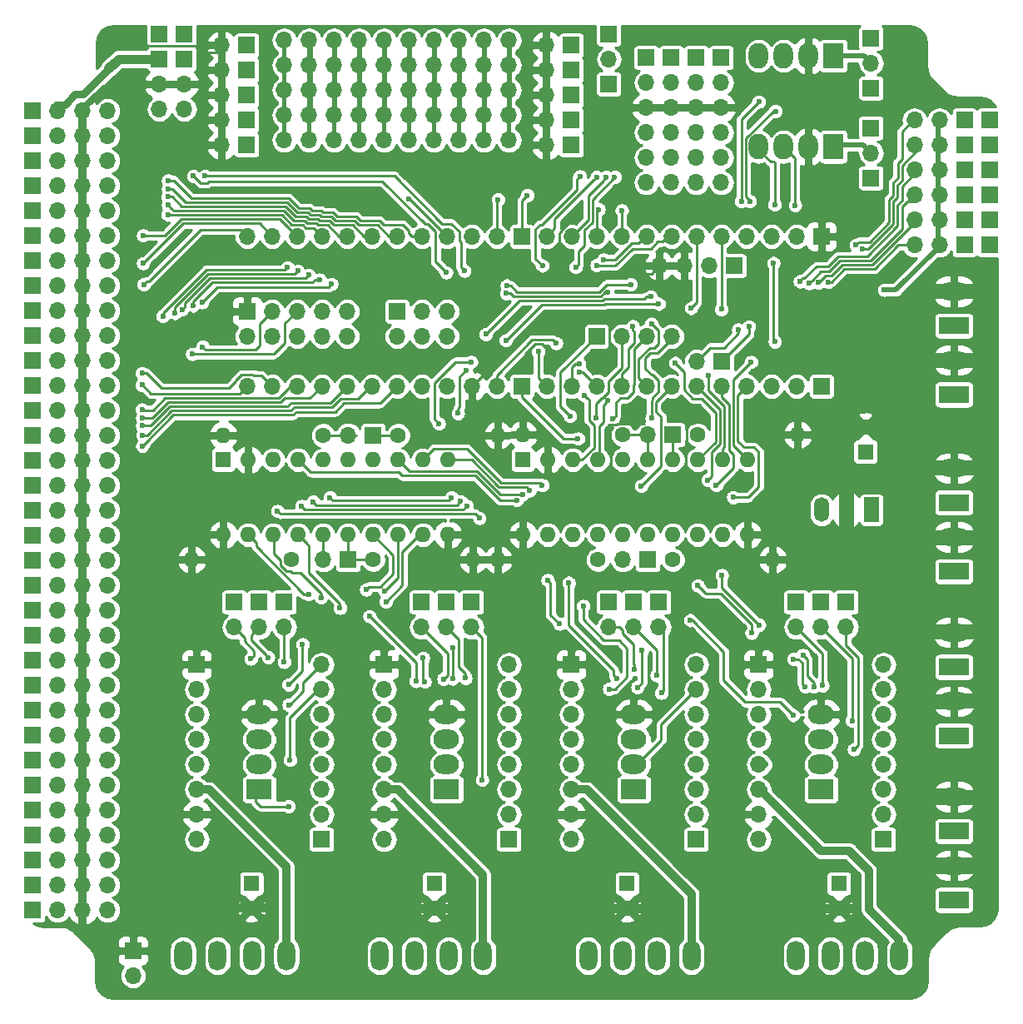
<source format=gtl>
G04 #@! TF.GenerationSoftware,KiCad,Pcbnew,(5.1.2)-1*
G04 #@! TF.CreationDate,2019-07-25T15:14:06-07:00*
G04 #@! TF.ProjectId,4Rose_t35_002b,34526f73-655f-4743-9335-5f303032622e,rev?*
G04 #@! TF.SameCoordinates,Original*
G04 #@! TF.FileFunction,Copper,L1,Top*
G04 #@! TF.FilePolarity,Positive*
%FSLAX46Y46*%
G04 Gerber Fmt 4.6, Leading zero omitted, Abs format (unit mm)*
G04 Created by KiCad (PCBNEW (5.1.2)-1) date 2019-07-25 15:14:06*
%MOMM*%
%LPD*%
G04 APERTURE LIST*
%ADD10O,1.800000X3.048000*%
%ADD11O,1.700000X1.700000*%
%ADD12R,1.700000X1.700000*%
%ADD13O,1.600000X1.600000*%
%ADD14C,1.600000*%
%ADD15R,1.600000X1.600000*%
%ADD16O,3.048000X1.800000*%
%ADD17R,3.048000X1.800000*%
%ADD18R,2.600000X2.000000*%
%ADD19O,2.600000X2.000000*%
%ADD20R,2.000000X2.600000*%
%ADD21O,2.000000X2.600000*%
%ADD22R,1.500000X2.500000*%
%ADD23O,1.500000X2.500000*%
%ADD24C,0.600000*%
%ADD25C,0.812800*%
%ADD26C,1.727200*%
%ADD27C,0.635000*%
%ADD28C,0.228600*%
%ADD29C,0.508000*%
%ADD30C,1.524000*%
%ADD31C,0.762000*%
%ADD32C,0.889000*%
%ADD33C,0.950000*%
%ADD34C,1.000000*%
%ADD35C,0.800000*%
%ADD36C,0.381000*%
%ADD37C,0.254000*%
G04 APERTURE END LIST*
D10*
X193040000Y-171323000D03*
X196540000Y-171323000D03*
X200040000Y-171323000D03*
X203540000Y-171323000D03*
X182381800Y-171323000D03*
X178881800Y-171323000D03*
X175381800Y-171323000D03*
X171881800Y-171323000D03*
X161198200Y-171323000D03*
X157698200Y-171323000D03*
X154198200Y-171323000D03*
X150698200Y-171323000D03*
X130683000Y-171323000D03*
X134183000Y-171323000D03*
X137683000Y-171323000D03*
X141183000Y-171323000D03*
D11*
X175412400Y-131064000D03*
D12*
X177952400Y-131064000D03*
X180492400Y-118364000D03*
D11*
X177952400Y-118364000D03*
D12*
X150012400Y-118402100D03*
D11*
X147472400Y-118402100D03*
X144945100Y-131064000D03*
D12*
X147485100Y-131064000D03*
X185420000Y-80010000D03*
D11*
X185420000Y-82550000D03*
X185420000Y-85090000D03*
X185420000Y-87630000D03*
X185420000Y-90170000D03*
X185420000Y-92710000D03*
D12*
X180340000Y-80010000D03*
D11*
X180340000Y-82550000D03*
X180340000Y-85090000D03*
X180340000Y-87630000D03*
X180340000Y-90170000D03*
X180340000Y-92710000D03*
D12*
X182880000Y-80010000D03*
D11*
X182880000Y-82550000D03*
X182880000Y-85090000D03*
X182880000Y-87630000D03*
X182880000Y-90170000D03*
X182880000Y-92710000D03*
X163830000Y-78232000D03*
X163830000Y-80772000D03*
X163830000Y-83312000D03*
X163830000Y-85852000D03*
X163830000Y-88392000D03*
X161290000Y-78232000D03*
X161290000Y-80772000D03*
X161290000Y-83312000D03*
X161290000Y-85852000D03*
X161290000Y-88392000D03*
X158750000Y-78232000D03*
X158750000Y-80772000D03*
X158750000Y-83312000D03*
X158750000Y-85852000D03*
X158750000Y-88392000D03*
X156210000Y-78232000D03*
X156210000Y-80772000D03*
X156210000Y-83312000D03*
X156210000Y-85852000D03*
X156210000Y-88392000D03*
X153670000Y-78232000D03*
X153670000Y-80772000D03*
X153670000Y-83312000D03*
X153670000Y-85852000D03*
X153670000Y-88392000D03*
X151130000Y-78232000D03*
X151130000Y-80772000D03*
X151130000Y-83312000D03*
X151130000Y-85852000D03*
X151130000Y-88392000D03*
X148590000Y-78232000D03*
X148590000Y-80772000D03*
X148590000Y-83312000D03*
X148590000Y-85852000D03*
X148590000Y-88392000D03*
X146050000Y-78232000D03*
X146050000Y-80772000D03*
X146050000Y-83312000D03*
X146050000Y-85852000D03*
X146050000Y-88392000D03*
X143510000Y-78232000D03*
X143510000Y-80772000D03*
X143510000Y-83312000D03*
X143510000Y-85852000D03*
X143510000Y-88392000D03*
X140970000Y-88392000D03*
X140970000Y-85852000D03*
X140970000Y-83312000D03*
X140970000Y-80772000D03*
X140970000Y-78232000D03*
X130810000Y-85217000D03*
X130810000Y-82677000D03*
D12*
X130810000Y-80137000D03*
X130810000Y-77597000D03*
X128270000Y-77597000D03*
X128270000Y-80137000D03*
D11*
X128270000Y-82677000D03*
X128270000Y-85217000D03*
X205079600Y-86360000D03*
X207619600Y-86360000D03*
D12*
X210159600Y-86360000D03*
X212699600Y-86360000D03*
X212699600Y-88900000D03*
X210159600Y-88900000D03*
D11*
X207619600Y-88900000D03*
X205079600Y-88900000D03*
D12*
X212699600Y-93980000D03*
X210159600Y-93980000D03*
D11*
X207619600Y-93980000D03*
X205079600Y-93980000D03*
X205079600Y-91440000D03*
X207619600Y-91440000D03*
D12*
X210159600Y-91440000D03*
X212699600Y-91440000D03*
X212699600Y-96520000D03*
X210159600Y-96520000D03*
D11*
X207619600Y-96520000D03*
X205079600Y-96520000D03*
X205079600Y-99060000D03*
X207619600Y-99060000D03*
D12*
X210159600Y-99060000D03*
X212699600Y-99060000D03*
D11*
X177800000Y-92710000D03*
X177800000Y-90170000D03*
X177800000Y-87630000D03*
X177800000Y-85090000D03*
X177800000Y-82550000D03*
D12*
X177800000Y-80010000D03*
X186740800Y-101171000D03*
D11*
X184200800Y-101171000D03*
X181660800Y-101171000D03*
X179120800Y-101171000D03*
X180390800Y-108331000D03*
X177850800Y-108331000D03*
X175310800Y-108331000D03*
D12*
X172770800Y-108331000D03*
X185470800Y-110871000D03*
D11*
X182930800Y-110871000D03*
X157530800Y-108331000D03*
X157530800Y-105791000D03*
X154990800Y-108331000D03*
X154990800Y-105791000D03*
X152450800Y-108331000D03*
D12*
X152450800Y-105791000D03*
D11*
X147370800Y-108331000D03*
X147370800Y-105791000D03*
X144830800Y-108331000D03*
X144830800Y-105791000D03*
X142290800Y-108331000D03*
X142290800Y-105791000D03*
X139750800Y-108331000D03*
X139750800Y-105791000D03*
X137210800Y-108331000D03*
D12*
X137210800Y-105791000D03*
D13*
X131572000Y-131064000D03*
D14*
X141732000Y-131064000D03*
X150012400Y-131064000D03*
D13*
X160172400Y-131064000D03*
X134772400Y-118402100D03*
D14*
X144932400Y-118402100D03*
X152552400Y-118402100D03*
D13*
X162712400Y-118402100D03*
X162712400Y-131064000D03*
D14*
X172872400Y-131064000D03*
X180492400Y-131064000D03*
D13*
X190652400Y-131064000D03*
D14*
X175412400Y-118364000D03*
D13*
X165252400Y-118364000D03*
X193192400Y-118364000D03*
D14*
X183032400Y-118364000D03*
X200101200Y-117565800D03*
D15*
X200101200Y-120065800D03*
X137642600Y-163982400D03*
D14*
X137642600Y-166482400D03*
D16*
X209092800Y-121743600D03*
D17*
X209092800Y-125243600D03*
D16*
X209092800Y-128743600D03*
D17*
X209092800Y-132243600D03*
D18*
X195580000Y-154432000D03*
D19*
X195580000Y-151892000D03*
X195580000Y-149352000D03*
X195580000Y-146812000D03*
D17*
X209092800Y-165670000D03*
D16*
X209092800Y-162170000D03*
D17*
X209092800Y-158670000D03*
D16*
X209092800Y-155170000D03*
X209092800Y-103760400D03*
D17*
X209092800Y-107260400D03*
D16*
X209092800Y-110760400D03*
D17*
X209092800Y-114260400D03*
D20*
X196850000Y-89052400D03*
D21*
X194310000Y-89052400D03*
X191770000Y-89052400D03*
X189230000Y-89052400D03*
X189230000Y-79806800D03*
X191770000Y-79806800D03*
X194310000Y-79806800D03*
D20*
X196850000Y-79806800D03*
D19*
X176530000Y-146812000D03*
X176530000Y-149352000D03*
X176530000Y-151892000D03*
D18*
X176530000Y-154432000D03*
X157480000Y-154432000D03*
D19*
X157480000Y-151892000D03*
X157480000Y-149352000D03*
X157480000Y-146812000D03*
X138430000Y-146812000D03*
X138430000Y-149352000D03*
X138430000Y-151892000D03*
D18*
X138430000Y-154432000D03*
D14*
X156222700Y-166482400D03*
D15*
X156222700Y-163982400D03*
D16*
X209092800Y-138456800D03*
D17*
X209092800Y-141956800D03*
D16*
X209092800Y-145456800D03*
D17*
X209092800Y-148956800D03*
D12*
X140970000Y-135382000D03*
D11*
X140970000Y-137922000D03*
D12*
X138430000Y-135382000D03*
D11*
X138430000Y-137922000D03*
D12*
X135890000Y-135382000D03*
D11*
X135890000Y-137922000D03*
X154940000Y-137922000D03*
D12*
X154940000Y-135382000D03*
D11*
X157480000Y-137922000D03*
D12*
X157480000Y-135382000D03*
D11*
X160020000Y-137922000D03*
D12*
X160020000Y-135382000D03*
X198120000Y-135382000D03*
D11*
X198120000Y-137922000D03*
D12*
X195580000Y-135382000D03*
D11*
X195580000Y-137922000D03*
D12*
X193040000Y-135382000D03*
D11*
X193040000Y-137922000D03*
X173990000Y-137922000D03*
D12*
X173990000Y-135382000D03*
D11*
X176530000Y-137922000D03*
D12*
X176530000Y-135382000D03*
D11*
X179070000Y-137922000D03*
D12*
X179070000Y-135382000D03*
D14*
X175844200Y-166482400D03*
D15*
X175844200Y-163982400D03*
D14*
X197396100Y-166482400D03*
D15*
X197396100Y-163982400D03*
D12*
X200660000Y-92227400D03*
D11*
X200660000Y-89687400D03*
D12*
X200660000Y-87147400D03*
X200660000Y-78016100D03*
D11*
X200660000Y-80556100D03*
D12*
X200660000Y-83096100D03*
X173990000Y-77597000D03*
D11*
X173990000Y-80137000D03*
D12*
X173990000Y-82677000D03*
X125590300Y-170827700D03*
D11*
X125590300Y-173367700D03*
D12*
X170180000Y-78740000D03*
D11*
X167640000Y-78740000D03*
D12*
X170180000Y-81280000D03*
D11*
X167640000Y-81280000D03*
D12*
X170180000Y-83820000D03*
D11*
X167640000Y-83820000D03*
D12*
X170180000Y-86360000D03*
D11*
X167640000Y-86360000D03*
D12*
X170180000Y-88900000D03*
D11*
X167640000Y-88900000D03*
X134620000Y-88900000D03*
D12*
X137160000Y-88900000D03*
D11*
X134620000Y-86360000D03*
D12*
X137160000Y-86360000D03*
D11*
X134620000Y-83820000D03*
D12*
X137160000Y-83820000D03*
D11*
X134620000Y-81280000D03*
D12*
X137160000Y-81280000D03*
D11*
X134620000Y-78740000D03*
D12*
X137160000Y-78740000D03*
X189230000Y-141732000D03*
D11*
X189230000Y-144272000D03*
X189230000Y-146812000D03*
X189230000Y-149352000D03*
X189230000Y-151892000D03*
X189230000Y-154432000D03*
X189230000Y-156972000D03*
X189230000Y-159512000D03*
X201930000Y-141732000D03*
X201930000Y-144272000D03*
X201930000Y-146812000D03*
X201930000Y-149352000D03*
X201930000Y-151892000D03*
X201930000Y-154432000D03*
X201930000Y-156972000D03*
D12*
X201930000Y-159512000D03*
X170180000Y-141732000D03*
D11*
X170180000Y-144272000D03*
X170180000Y-146812000D03*
X170180000Y-149352000D03*
X170180000Y-151892000D03*
X170180000Y-154432000D03*
X170180000Y-156972000D03*
X170180000Y-159512000D03*
X182880000Y-141732000D03*
X182880000Y-144272000D03*
X182880000Y-146812000D03*
X182880000Y-149352000D03*
X182880000Y-151892000D03*
X182880000Y-154432000D03*
X182880000Y-156972000D03*
D12*
X182880000Y-159512000D03*
X151130000Y-141732000D03*
D11*
X151130000Y-144272000D03*
X151130000Y-146812000D03*
X151130000Y-149352000D03*
X151130000Y-151892000D03*
X151130000Y-154432000D03*
X151130000Y-156972000D03*
X151130000Y-159512000D03*
D12*
X132080000Y-141732000D03*
D11*
X132080000Y-144272000D03*
X132080000Y-146812000D03*
X132080000Y-149352000D03*
X132080000Y-151892000D03*
X132080000Y-154432000D03*
X132080000Y-156972000D03*
X132080000Y-159512000D03*
X163830000Y-141732000D03*
X163830000Y-144272000D03*
X163830000Y-146812000D03*
X163830000Y-149352000D03*
X163830000Y-151892000D03*
X163830000Y-154432000D03*
X163830000Y-156972000D03*
D12*
X163830000Y-159512000D03*
D11*
X144780000Y-141732000D03*
X144780000Y-144272000D03*
X144780000Y-146812000D03*
X144780000Y-149352000D03*
X144780000Y-151892000D03*
X144780000Y-154432000D03*
X144780000Y-156972000D03*
D12*
X144780000Y-159512000D03*
D13*
X134772400Y-128524000D03*
X157632400Y-120904000D03*
X137312400Y-128524000D03*
X155092400Y-120904000D03*
X139852400Y-128524000D03*
X152552400Y-120904000D03*
X142392400Y-128524000D03*
X150012400Y-120904000D03*
X144932400Y-128524000D03*
X147472400Y-120904000D03*
X147472400Y-128524000D03*
X144932400Y-120904000D03*
X150012400Y-128524000D03*
X142392400Y-120904000D03*
X152552400Y-128524000D03*
X139852400Y-120904000D03*
X155092400Y-128524000D03*
X137312400Y-120904000D03*
X157632400Y-128524000D03*
D15*
X134772400Y-120904000D03*
X165252400Y-120904000D03*
D13*
X188112400Y-128524000D03*
X167792400Y-120904000D03*
X185572400Y-128524000D03*
X170332400Y-120904000D03*
X183032400Y-128524000D03*
X172872400Y-120904000D03*
X180492400Y-128524000D03*
X175412400Y-120904000D03*
X177952400Y-128524000D03*
X177952400Y-120904000D03*
X175412400Y-128524000D03*
X180492400Y-120904000D03*
X172872400Y-128524000D03*
X183032400Y-120904000D03*
X170332400Y-128524000D03*
X185572400Y-120904000D03*
X167792400Y-128524000D03*
X188112400Y-120904000D03*
X165252400Y-128524000D03*
D11*
X123012200Y-85420200D03*
X120472200Y-85420200D03*
X117932200Y-85420200D03*
D12*
X115392200Y-85420200D03*
D11*
X123012200Y-87960200D03*
X120472200Y-87960200D03*
X117932200Y-87960200D03*
D12*
X115392200Y-87960200D03*
X115392200Y-90500200D03*
D11*
X117932200Y-90500200D03*
X120472200Y-90500200D03*
X123012200Y-90500200D03*
D12*
X115392200Y-93040200D03*
D11*
X117932200Y-93040200D03*
X120472200Y-93040200D03*
X123012200Y-93040200D03*
X123012200Y-95580200D03*
X120472200Y-95580200D03*
X117932200Y-95580200D03*
D12*
X115392200Y-95580200D03*
X115392200Y-98120200D03*
D11*
X117932200Y-98120200D03*
X120472200Y-98120200D03*
X123012200Y-98120200D03*
X123012200Y-100660200D03*
X120472200Y-100660200D03*
X117932200Y-100660200D03*
D12*
X115392200Y-100660200D03*
X115392200Y-103200200D03*
D11*
X117932200Y-103200200D03*
X120472200Y-103200200D03*
X123012200Y-103200200D03*
X123012200Y-105740200D03*
X120472200Y-105740200D03*
X117932200Y-105740200D03*
D12*
X115392200Y-105740200D03*
X115392200Y-108280200D03*
D11*
X117932200Y-108280200D03*
X120472200Y-108280200D03*
X123012200Y-108280200D03*
X123012200Y-110820200D03*
X120472200Y-110820200D03*
X117932200Y-110820200D03*
D12*
X115392200Y-110820200D03*
X115392200Y-113360200D03*
D11*
X117932200Y-113360200D03*
X120472200Y-113360200D03*
X123012200Y-113360200D03*
X123012200Y-115900200D03*
X120472200Y-115900200D03*
X117932200Y-115900200D03*
D12*
X115392200Y-115900200D03*
X115392200Y-118440200D03*
D11*
X117932200Y-118440200D03*
X120472200Y-118440200D03*
X123012200Y-118440200D03*
X123012200Y-120980200D03*
X120472200Y-120980200D03*
X117932200Y-120980200D03*
D12*
X115392200Y-120980200D03*
D11*
X123012200Y-123520200D03*
X120472200Y-123520200D03*
X117932200Y-123520200D03*
D12*
X115392200Y-123520200D03*
X115392200Y-126060200D03*
D11*
X117932200Y-126060200D03*
X120472200Y-126060200D03*
X123012200Y-126060200D03*
D12*
X115392200Y-128600200D03*
D11*
X117932200Y-128600200D03*
X120472200Y-128600200D03*
X123012200Y-128600200D03*
D12*
X115392200Y-131140200D03*
D11*
X117932200Y-131140200D03*
X120472200Y-131140200D03*
X123012200Y-131140200D03*
X123012200Y-133680200D03*
X120472200Y-133680200D03*
X117932200Y-133680200D03*
D12*
X115392200Y-133680200D03*
D11*
X123012200Y-136220200D03*
X120472200Y-136220200D03*
X117932200Y-136220200D03*
D12*
X115392200Y-136220200D03*
X115392200Y-138760200D03*
D11*
X117932200Y-138760200D03*
X120472200Y-138760200D03*
X123012200Y-138760200D03*
X123012200Y-141300200D03*
X120472200Y-141300200D03*
X117932200Y-141300200D03*
D12*
X115392200Y-141300200D03*
X115392200Y-143840200D03*
D11*
X117932200Y-143840200D03*
X120472200Y-143840200D03*
X123012200Y-143840200D03*
X123012200Y-146380200D03*
X120472200Y-146380200D03*
X117932200Y-146380200D03*
D12*
X115392200Y-146380200D03*
X115392200Y-148920200D03*
D11*
X117932200Y-148920200D03*
X120472200Y-148920200D03*
X123012200Y-148920200D03*
X123012200Y-151460200D03*
X120472200Y-151460200D03*
X117932200Y-151460200D03*
D12*
X115392200Y-151460200D03*
X115392200Y-154000200D03*
D11*
X117932200Y-154000200D03*
X120472200Y-154000200D03*
X123012200Y-154000200D03*
X123012200Y-156540200D03*
X120472200Y-156540200D03*
X117932200Y-156540200D03*
D12*
X115392200Y-156540200D03*
X115392200Y-159080200D03*
D11*
X117932200Y-159080200D03*
X120472200Y-159080200D03*
X123012200Y-159080200D03*
X123012200Y-161620200D03*
X120472200Y-161620200D03*
X117932200Y-161620200D03*
D12*
X115392200Y-161620200D03*
X115392200Y-164160200D03*
D11*
X117932200Y-164160200D03*
X120472200Y-164160200D03*
X123012200Y-164160200D03*
X123012200Y-166700200D03*
X120472200Y-166700200D03*
X117932200Y-166700200D03*
D12*
X115392200Y-166700200D03*
X195630800Y-98171000D03*
D11*
X193090800Y-98171000D03*
X190550800Y-98171000D03*
X188010800Y-98171000D03*
X185470800Y-98171000D03*
X182930800Y-98171000D03*
X180390800Y-98171000D03*
X177850800Y-98171000D03*
X175310800Y-98171000D03*
X172770800Y-98171000D03*
X170230800Y-98171000D03*
X167690800Y-98171000D03*
X167690800Y-113411000D03*
X170230800Y-113411000D03*
X172770800Y-113411000D03*
X175310800Y-113411000D03*
X177850800Y-113411000D03*
X180390800Y-113411000D03*
X182930800Y-113411000D03*
X185470800Y-113411000D03*
X188010800Y-113411000D03*
X190550800Y-113411000D03*
X193090800Y-113411000D03*
D12*
X195630800Y-113411000D03*
D11*
X137210800Y-113411000D03*
X139750800Y-113411000D03*
X142290800Y-113411000D03*
X144830800Y-113411000D03*
X147370800Y-113411000D03*
X149910800Y-113411000D03*
X152450800Y-113411000D03*
X154990800Y-113411000D03*
X157530800Y-113411000D03*
X160070800Y-113411000D03*
X162610800Y-113411000D03*
D12*
X165150800Y-113411000D03*
X165150800Y-98171000D03*
D11*
X162610800Y-98171000D03*
X160070800Y-98171000D03*
X157530800Y-98171000D03*
X154990800Y-98171000D03*
X152450800Y-98171000D03*
X149910800Y-98171000D03*
X147370800Y-98171000D03*
X144830800Y-98171000D03*
X142290800Y-98171000D03*
X139750800Y-98171000D03*
X137210800Y-98171000D03*
D22*
X200710000Y-125984000D03*
D23*
X198170000Y-125984000D03*
X195630000Y-125984000D03*
D24*
X123139200Y-81114900D03*
X123710700Y-80543400D03*
X124371100Y-80111600D03*
X168643300Y-109042200D03*
X174586900Y-92140168D03*
X170611800Y-101307900D03*
X162725100Y-94424500D03*
X170853751Y-118735333D03*
X167233600Y-101142800D03*
X171043600Y-92062300D03*
X166814500Y-109880400D03*
X159981900Y-110947200D03*
X170975390Y-111153070D03*
X156702048Y-117213010D03*
X159435800Y-111836200D03*
X158635700Y-116166900D03*
X171001366Y-111995860D03*
X157441900Y-101828600D03*
X176425101Y-107318299D03*
X173847393Y-103884479D03*
X163576100Y-103974800D03*
X131741471Y-92026166D03*
X176212500Y-103060500D03*
X159289750Y-101669850D03*
X163615409Y-103175474D03*
X132905500Y-92036900D03*
X178316313Y-107063787D03*
X167220900Y-123482100D03*
X177266600Y-123571000D03*
X184048400Y-122948700D03*
X165937059Y-124006835D03*
X184912000Y-123482100D03*
X165236152Y-124392514D03*
X186639200Y-124714000D03*
X164632683Y-125006824D03*
X202006200Y-103619300D03*
X199109845Y-99034120D03*
X188239400Y-107340400D03*
X199784824Y-99463564D03*
X187147200Y-107657900D03*
X165696900Y-93992700D03*
X172745400Y-92140168D03*
X173710600Y-92140168D03*
X172961300Y-95427800D03*
X187464700Y-94602300D03*
X189242700Y-84480400D03*
X188328300Y-94602300D03*
X175310590Y-95534110D03*
X190931800Y-85445600D03*
X173443900Y-100528490D03*
X173908016Y-114865716D03*
X172745400Y-101104700D03*
X171488100Y-114325400D03*
X182359300Y-105462321D03*
X180733700Y-111048800D03*
X184124600Y-112331500D03*
X185432700Y-105575100D03*
X190868300Y-108877100D03*
X190728600Y-100888800D03*
X188468000Y-110947200D03*
X190855600Y-94945200D03*
X192925700Y-95008700D03*
X137577445Y-141114651D03*
X139331700Y-140982700D03*
X157175200Y-143179800D03*
X159410400Y-143090900D03*
X176568100Y-142176500D03*
X178854100Y-142811500D03*
X140970000Y-141465300D03*
X161092230Y-153458810D03*
X179336700Y-144602200D03*
X126504700Y-113284000D03*
X126504700Y-112090200D03*
X126504700Y-115785898D03*
X126530100Y-116624100D03*
X126530100Y-117424113D03*
X126553979Y-118376700D03*
X126542801Y-119481599D03*
X141300200Y-101320600D03*
X128625600Y-106299000D03*
X142342736Y-101680755D03*
X129853041Y-105966342D03*
X143434821Y-102107461D03*
X130581400Y-105600500D03*
X144540422Y-102567084D03*
X131711700Y-105206800D03*
X145783300Y-103022400D03*
X132613400Y-104889300D03*
X131610100Y-110134400D03*
X132676900Y-109397800D03*
X161481410Y-108123090D03*
X178247634Y-104313090D03*
X193421000Y-102750990D03*
X163512500Y-108737400D03*
X179070000Y-105033710D03*
X194373500Y-102933500D03*
X145630900Y-124726700D03*
X157988000Y-124728368D03*
X170053000Y-116459000D03*
X143903700Y-125156979D03*
X172669200Y-116632090D03*
X158908997Y-125117939D03*
X142739215Y-125585590D03*
X174384489Y-116733690D03*
X159558090Y-125585590D03*
X160820100Y-126822200D03*
X140284200Y-126098300D03*
X178333400Y-116674909D03*
X196316600Y-102831900D03*
X195313300Y-102870000D03*
X129153572Y-93341775D03*
X129132489Y-94141509D03*
X129146501Y-94970408D03*
X129133600Y-95978645D03*
X126606298Y-98082100D03*
X126619000Y-100914200D03*
X126682500Y-103047800D03*
X129159000Y-92481400D03*
X153661067Y-94369933D03*
X189280800Y-137680700D03*
X185496200Y-132626100D03*
X193725800Y-140741400D03*
X194830700Y-143967200D03*
X188518800Y-138493500D03*
X183032400Y-133667500D03*
X192760600Y-141160500D03*
X193941700Y-143941800D03*
X182257700Y-137210800D03*
X192747900Y-146862800D03*
X198907400Y-150355300D03*
X198733367Y-147430533D03*
X195719700Y-143852898D03*
X158102300Y-143141700D03*
X158097590Y-140004800D03*
X151177615Y-134246934D03*
X151307800Y-135305800D03*
X155092400Y-141025892D03*
X155270200Y-143471900D03*
X154355800Y-143395700D03*
X149301200Y-134099300D03*
X149631400Y-136804400D03*
X171386500Y-135763000D03*
X174015400Y-144195800D03*
X168986200Y-137566400D03*
X167754300Y-133121400D03*
X176911000Y-144030700D03*
X177355500Y-140258800D03*
X169913300Y-133400800D03*
X174777400Y-143129000D03*
X144713917Y-134889283D03*
X141422549Y-145808699D03*
X146646900Y-135953500D03*
X141566875Y-151413691D03*
X142836900Y-139661900D03*
X143433800Y-134569200D03*
X141414500Y-143764000D03*
X141414500Y-156146500D03*
D25*
X141183000Y-170942000D02*
X141183000Y-171332800D01*
X133350000Y-154432000D02*
X132080000Y-154432000D01*
X141183000Y-170942000D02*
X141183000Y-162265000D01*
X141183000Y-162265000D02*
X133350000Y-154432000D01*
X151130000Y-154432000D02*
X151803100Y-154432000D01*
X152501600Y-154432000D02*
X151130000Y-154432000D01*
X161198200Y-171043600D02*
X161198200Y-163128600D01*
X161198200Y-163128600D02*
X152501600Y-154432000D01*
X170903900Y-154432000D02*
X170180000Y-154432000D01*
X171729400Y-154432000D02*
X170180000Y-154432000D01*
X182381800Y-171043600D02*
X182381800Y-165084400D01*
X182381800Y-165084400D02*
X171729400Y-154432000D01*
D26*
X208800700Y-155155900D02*
X206422899Y-155155900D01*
X211099400Y-162166300D02*
X209824200Y-162166299D01*
X209219800Y-162153600D02*
X206903201Y-162153600D01*
D27*
X120396000Y-166624000D02*
X120396000Y-164084000D01*
X120396000Y-166624000D02*
X120396000Y-167652700D01*
X120396000Y-167995600D02*
X120396000Y-167780074D01*
X120396000Y-164084000D02*
X120396000Y-161544000D01*
X120396000Y-161544000D02*
X120396000Y-159004000D01*
X120396000Y-159004000D02*
X120396000Y-156464000D01*
X120396000Y-156464000D02*
X120396000Y-153924000D01*
X120396000Y-153924000D02*
X120396000Y-151384000D01*
X120396000Y-151384000D02*
X120396000Y-148844000D01*
X120396000Y-148844000D02*
X120396000Y-146304000D01*
X120396000Y-146304000D02*
X120396000Y-143764000D01*
X120396000Y-143764000D02*
X120396000Y-141224000D01*
X120396000Y-141224000D02*
X120396000Y-138684000D01*
X120396000Y-138684000D02*
X120396000Y-136144000D01*
X120396000Y-136144000D02*
X120396000Y-133604000D01*
X120396000Y-133604000D02*
X120396000Y-131064000D01*
X120396000Y-131064000D02*
X120396000Y-128524000D01*
X120396000Y-128524000D02*
X120396000Y-125984000D01*
X120396000Y-125984000D02*
X120396000Y-123444000D01*
X120396000Y-123444000D02*
X120396000Y-120904000D01*
X120396000Y-120904000D02*
X120396000Y-118364000D01*
X120396000Y-118364000D02*
X120396000Y-115824000D01*
X120396000Y-115824000D02*
X120396000Y-113284000D01*
X120396000Y-113284000D02*
X120396000Y-110744000D01*
X120396000Y-110744000D02*
X120396000Y-108204000D01*
X120396000Y-108204000D02*
X120396000Y-105664000D01*
X120396000Y-105664000D02*
X120396000Y-103124000D01*
X120396000Y-103124000D02*
X120396000Y-100584000D01*
X120396000Y-100584000D02*
X120396000Y-98044000D01*
X120396000Y-98044000D02*
X120396000Y-95504000D01*
X120396000Y-95504000D02*
X120396000Y-92964000D01*
X120396000Y-92964000D02*
X120396000Y-90424000D01*
X120396000Y-90424000D02*
X120396000Y-87884000D01*
X120396000Y-87884000D02*
X120396000Y-85344000D01*
D28*
X120396000Y-85344000D02*
X120484900Y-85344000D01*
X120484900Y-85344000D02*
X122212100Y-83616800D01*
D27*
X120396000Y-85344000D02*
X122605800Y-83134200D01*
X122605800Y-83134200D02*
X124612400Y-83134200D01*
D28*
X134620000Y-80899000D02*
X134620000Y-79768700D01*
X134620000Y-79768700D02*
X134340600Y-79489300D01*
X134340600Y-79489300D02*
X133134100Y-79489300D01*
X133134100Y-79489300D02*
X132422900Y-78778100D01*
X132422900Y-78778100D02*
X126098300Y-78778100D01*
X126098300Y-78778100D02*
X125984000Y-78892400D01*
D29*
X167792400Y-122035370D02*
X168680330Y-122923300D01*
X167792400Y-120904000D02*
X167792400Y-122035370D01*
D28*
X168680330Y-122923300D02*
X173507400Y-122923300D01*
X174205900Y-120431334D02*
X174383700Y-120253534D01*
X174205900Y-122224800D02*
X174205900Y-120431334D01*
X174383700Y-120253534D02*
X174383700Y-120040400D01*
X174383700Y-120040400D02*
X173977300Y-119634000D01*
X173977300Y-119634000D02*
X173977300Y-117348000D01*
X173977300Y-117348000D02*
X173978999Y-117349699D01*
X174066200Y-109931200D02*
X173951900Y-110045500D01*
X173685200Y-106616500D02*
X174066200Y-106997500D01*
X174066200Y-106997500D02*
X174066200Y-109931200D01*
X170611800Y-106616500D02*
X173685200Y-106616500D01*
X168478200Y-106616500D02*
X170611800Y-106616500D01*
X166865300Y-106616500D02*
X168478200Y-106616500D01*
X160070800Y-113411000D02*
X166865300Y-106616500D01*
X173774100Y-122656600D02*
X174117000Y-122656600D01*
X173507400Y-122923300D02*
X173774100Y-122656600D01*
X173774100Y-122656600D02*
X174205900Y-122224800D01*
X174117000Y-122656600D02*
X175983900Y-124523500D01*
X175983900Y-124523500D02*
X179349400Y-124523500D01*
X179349400Y-124523500D02*
X181851300Y-122021600D01*
X181851300Y-122021600D02*
X181851300Y-119710200D01*
X181851300Y-119710200D02*
X181889400Y-119672100D01*
X181889400Y-119672100D02*
X181889400Y-116979700D01*
X181889400Y-116979700D02*
X182333900Y-116535200D01*
X166471600Y-109118400D02*
X165455600Y-110134400D01*
X167220900Y-109118400D02*
X166471600Y-109118400D01*
X167957500Y-109855000D02*
X167220900Y-109118400D01*
X169684700Y-109855000D02*
X167957500Y-109855000D01*
X165455600Y-110134400D02*
X165455600Y-111125000D01*
X170611800Y-106616500D02*
X170611800Y-108927900D01*
X170611800Y-108927900D02*
X169684700Y-109855000D01*
D30*
X211239100Y-155244800D02*
X209182957Y-155244800D01*
X208793200Y-145542000D02*
X206565500Y-145542000D01*
X209473421Y-145440400D02*
X211734400Y-145440400D01*
X206737500Y-138430000D02*
X211162900Y-138430000D01*
X206578200Y-128801900D02*
X210921600Y-128801900D01*
X211003600Y-121753400D02*
X206425800Y-121753400D01*
X210995500Y-110767900D02*
X206705200Y-110767900D01*
X207098900Y-103782900D02*
X210921600Y-103782900D01*
X200101200Y-117565800D02*
X201039100Y-117565800D01*
X201039100Y-117565800D02*
X201037200Y-117563900D01*
X201037200Y-117563900D02*
X199110600Y-117563900D01*
X198170800Y-125742700D02*
X198170800Y-123863100D01*
X198170800Y-123863100D02*
X198094600Y-123939300D01*
X198183500Y-123939300D02*
X198183500Y-128384300D01*
D31*
X170180000Y-156972000D02*
X171856400Y-156972000D01*
X171856400Y-156972000D02*
X171818300Y-157010100D01*
X171818300Y-157010100D02*
X168605200Y-157010100D01*
X151130000Y-156972000D02*
X152692100Y-156972000D01*
X152692100Y-156972000D02*
X152679400Y-156959300D01*
X152679400Y-156959300D02*
X149529800Y-156959300D01*
X132080000Y-156972000D02*
X133502400Y-156972000D01*
X133502400Y-156972000D02*
X133426200Y-156895800D01*
X133426200Y-156895800D02*
X130225800Y-156895800D01*
D28*
X174779234Y-117348000D02*
X174914233Y-117213001D01*
X173977300Y-117348000D02*
X174779234Y-117348000D01*
X176946335Y-117213001D02*
X176984435Y-117251101D01*
X176984435Y-117251101D02*
X177574165Y-117251101D01*
X174914233Y-117213001D02*
X176946335Y-117213001D01*
X168935400Y-97817234D02*
X170435834Y-96316800D01*
X168935400Y-101828600D02*
X168935400Y-97817234D01*
X179120800Y-101171000D02*
X178320801Y-101970999D01*
X177975101Y-101970999D02*
X177850800Y-102095300D01*
X177850800Y-102095300D02*
X171119800Y-102095300D01*
X178320801Y-101970999D02*
X177975101Y-101970999D01*
X171119800Y-102095300D02*
X170967400Y-102247700D01*
X169354500Y-102247700D02*
X168935400Y-101828600D01*
X170967400Y-102247700D02*
X169354500Y-102247700D01*
D31*
X189230000Y-156972000D02*
X187693300Y-156972000D01*
X187693300Y-156972000D02*
X187680600Y-156984700D01*
D32*
X157505400Y-166535100D02*
X154711499Y-166535100D01*
X177215800Y-166535100D02*
X174421899Y-166535100D01*
X198882000Y-166535100D02*
X196088099Y-166535100D01*
X139039501Y-166458900D02*
X136245600Y-166458900D01*
D33*
X124117100Y-80137000D02*
X128270000Y-80137000D01*
D34*
X123139200Y-81114900D02*
X123710700Y-80543400D01*
D33*
X123710700Y-80543400D02*
X124117100Y-80137000D01*
D27*
X117856000Y-85344000D02*
X117856000Y-84797900D01*
D35*
X120516650Y-83737450D02*
X123139200Y-81114900D01*
X119703850Y-83737450D02*
X120516650Y-83737450D01*
X117856000Y-84797900D02*
X118643400Y-84797900D01*
X118643400Y-84797900D02*
X119703850Y-83737450D01*
D28*
X166200641Y-108689789D02*
X162610800Y-112279630D01*
X162610800Y-112279630D02*
X162610800Y-113411000D01*
X168290889Y-108689789D02*
X166200641Y-108689789D01*
X168643300Y-109042200D02*
X168290889Y-108689789D01*
X172310411Y-94416657D02*
X172310411Y-96697536D01*
X174586900Y-92140168D02*
X172310411Y-94416657D01*
X170911799Y-101007901D02*
X170611800Y-101307900D01*
X172310411Y-96697536D02*
X171513500Y-97494447D01*
X171513500Y-97494447D02*
X171513500Y-99136200D01*
X171513500Y-99136200D02*
X170911799Y-99737901D01*
X170911799Y-99737901D02*
X170911799Y-101007901D01*
X162610800Y-94538800D02*
X162725100Y-94424500D01*
X162610800Y-98171000D02*
X162610800Y-94538800D01*
X169343763Y-118735333D02*
X170429487Y-118735333D01*
X165150800Y-114542370D02*
X169343763Y-118735333D01*
X170429487Y-118735333D02*
X170853751Y-118735333D01*
X165150800Y-113411000D02*
X165150800Y-114542370D01*
X166814500Y-112534700D02*
X166814500Y-110304664D01*
X166814500Y-110304664D02*
X166814500Y-109880400D01*
X167690800Y-113411000D02*
X166814500Y-112534700D01*
X166526499Y-97455701D02*
X166975501Y-97006699D01*
X166526499Y-100435699D02*
X166526499Y-97455701D01*
X166975501Y-97006699D02*
X167216801Y-97006699D01*
X167216801Y-97006699D02*
X170743601Y-93479899D01*
X170743601Y-92362299D02*
X171043600Y-92062300D01*
X167233600Y-101142800D02*
X166526499Y-100435699D01*
X170743601Y-93479899D02*
X170743601Y-92362299D01*
X170230800Y-113411000D02*
X170230800Y-111511496D01*
X170230800Y-111511496D02*
X170589226Y-111153070D01*
X170589226Y-111153070D02*
X170975390Y-111153070D01*
X156235400Y-116746362D02*
X156702048Y-117213010D01*
X156235400Y-113057234D02*
X156235400Y-116746362D01*
X159981900Y-110947200D02*
X158345434Y-110947200D01*
X158345434Y-110947200D02*
X156235400Y-113057234D01*
X158635700Y-115742636D02*
X158635700Y-116166900D01*
X158838900Y-115539436D02*
X158635700Y-115742636D01*
X159435800Y-111836200D02*
X158838900Y-112433100D01*
X158838900Y-112433100D02*
X158838900Y-115539436D01*
X172770800Y-113411000D02*
X171355660Y-111995860D01*
X171355660Y-111995860D02*
X171001366Y-111995860D01*
X164000364Y-103974800D02*
X164263975Y-104238411D01*
X173544374Y-103884479D02*
X173847393Y-103884479D01*
X173190442Y-104238411D02*
X173544374Y-103884479D01*
X164263975Y-104238411D02*
X173190442Y-104238411D01*
X163576100Y-103974800D02*
X164000364Y-103974800D01*
X132041470Y-92326165D02*
X131741471Y-92026166D01*
X132468106Y-92752801D02*
X132041470Y-92326165D01*
X133136865Y-92752801D02*
X132468106Y-92752801D01*
X133309855Y-92579811D02*
X133136865Y-92752801D01*
X157441900Y-101828600D02*
X156366499Y-100753199D01*
X156366499Y-97679799D02*
X155606717Y-96920017D01*
X156366499Y-100753199D02*
X156366499Y-97679799D01*
X155606717Y-96920017D02*
X155301983Y-96920017D01*
X155301983Y-96920017D02*
X150961777Y-92579811D01*
X150961777Y-92579811D02*
X133309855Y-92579811D01*
X175310800Y-113411000D02*
X175310800Y-112124847D01*
X175996600Y-111439047D02*
X175996600Y-109579053D01*
X175996600Y-109579053D02*
X176542700Y-109032953D01*
X175310800Y-112124847D02*
X175996600Y-111439047D01*
X176542700Y-109032953D02*
X176542700Y-107860162D01*
X176425101Y-107742563D02*
X176425101Y-107318299D01*
X176542700Y-107860162D02*
X176425101Y-107742563D01*
X164039673Y-103175474D02*
X163615409Y-103175474D01*
X164673999Y-103809800D02*
X164039673Y-103175474D01*
X173012906Y-103809800D02*
X164673999Y-103809800D01*
X173762206Y-103060500D02*
X173012906Y-103809800D01*
X176212500Y-103060500D02*
X173762206Y-103060500D01*
X133329764Y-92036900D02*
X132905500Y-92036900D01*
X152196800Y-92036900D02*
X133329764Y-92036900D01*
X158956499Y-101336599D02*
X158956499Y-98779865D01*
X158956499Y-98779865D02*
X158788100Y-98611466D01*
X158788100Y-98611466D02*
X158788100Y-97705134D01*
X158788100Y-97705134D02*
X157958566Y-96875600D01*
X157035500Y-96875600D02*
X152196800Y-92036900D01*
X159289750Y-101669850D02*
X158956499Y-101336599D01*
X157958566Y-96875600D02*
X157035500Y-96875600D01*
X178620353Y-109495301D02*
X179015101Y-109100553D01*
X177022111Y-110636342D02*
X178163152Y-109495301D01*
X179015101Y-109100553D02*
X179015101Y-107762575D01*
X177850800Y-113411000D02*
X177022111Y-112582311D01*
X177022111Y-112582311D02*
X177022111Y-110636342D01*
X178616312Y-107363786D02*
X178316313Y-107063787D01*
X178163152Y-109495301D02*
X178620353Y-109495301D01*
X179015101Y-107762575D02*
X178616312Y-107363786D01*
X177566599Y-123271001D02*
X177266600Y-123571000D01*
X179328099Y-121509501D02*
X177566599Y-123271001D01*
X179328099Y-116518401D02*
X179328099Y-121509501D01*
X178777900Y-115968202D02*
X179328099Y-116518401D01*
X178777900Y-115023900D02*
X178777900Y-115968202D01*
X180390800Y-113411000D02*
X178777900Y-115023900D01*
X167005000Y-123266200D02*
X167220900Y-123482100D01*
X162997902Y-123266200D02*
X167005000Y-123266200D01*
X159521401Y-119789699D02*
X162997902Y-123266200D01*
X155092400Y-120904000D02*
X156206701Y-119789699D01*
X156206701Y-119789699D02*
X159521401Y-119789699D01*
X184458099Y-122539001D02*
X184348399Y-122648701D01*
X184348399Y-122648701D02*
X184048400Y-122948700D01*
X184458099Y-120084448D02*
X184458099Y-122539001D01*
X185289811Y-119252736D02*
X184458099Y-120084448D01*
X185289811Y-115770011D02*
X185289811Y-119252736D01*
X182930800Y-113411000D02*
X185289811Y-115770011D01*
X157632400Y-120904000D02*
X159105600Y-120904000D01*
X158445200Y-120904000D02*
X159105600Y-120904000D01*
X165625035Y-123694811D02*
X165937059Y-124006835D01*
X162820366Y-123694811D02*
X165625035Y-123694811D01*
X159105600Y-120904000D02*
X160029555Y-120904000D01*
X160029555Y-120904000D02*
X162820366Y-123694811D01*
X186686701Y-121707399D02*
X185211999Y-123182101D01*
X186251878Y-119934312D02*
X186686701Y-120369135D01*
X186686701Y-120369135D02*
X186686701Y-121707399D01*
X185211999Y-123182101D02*
X184912000Y-123482100D01*
X185470800Y-114542370D02*
X186251878Y-115323448D01*
X185470800Y-113411000D02*
X185470800Y-114542370D01*
X186251878Y-115323448D02*
X186251878Y-119934312D01*
X164811888Y-124392514D02*
X165236152Y-124392514D01*
X162911922Y-124392514D02*
X164811888Y-124392514D01*
X153689022Y-122040622D02*
X160560030Y-122040622D01*
X152552400Y-120904000D02*
X153689022Y-122040622D01*
X160560030Y-122040622D02*
X162911922Y-124392514D01*
X189226701Y-123637799D02*
X188150500Y-124714000D01*
X188150500Y-124714000D02*
X186639200Y-124714000D01*
X187109100Y-114312700D02*
X187109100Y-119011700D01*
X188010800Y-113411000D02*
X187109100Y-114312700D01*
X187109100Y-119011700D02*
X187731400Y-119634000D01*
X187731400Y-119634000D02*
X188760100Y-119634000D01*
X188760100Y-119634000D02*
X189226701Y-120100601D01*
X189226701Y-120100601D02*
X189226701Y-123637799D01*
X164208419Y-125006824D02*
X164632683Y-125006824D01*
X142392400Y-120904000D02*
X143649700Y-122161300D01*
X152603200Y-122161300D02*
X152933400Y-122491500D01*
X152933400Y-122491500D02*
X160404761Y-122491500D01*
X143649700Y-122161300D02*
X152603200Y-122161300D01*
X160404761Y-122491500D02*
X162920085Y-125006824D01*
X162920085Y-125006824D02*
X164208419Y-125006824D01*
D29*
X203174600Y-103619300D02*
X202006200Y-103619300D01*
X207454500Y-99339400D02*
X203174600Y-103619300D01*
X207721200Y-86360000D02*
X207454500Y-86626700D01*
X207454500Y-86626700D02*
X207454500Y-99339400D01*
X207518000Y-99060000D02*
X207518000Y-96520000D01*
X207518000Y-96520000D02*
X207518000Y-93980000D01*
X207518000Y-93980000D02*
X207518000Y-91440000D01*
X207518000Y-91440000D02*
X207518000Y-88900000D01*
X207518000Y-88900000D02*
X207518000Y-86360000D01*
D28*
X185470800Y-110871000D02*
X188239400Y-108102400D01*
X188239400Y-108102400D02*
X188239400Y-107764664D01*
X188239400Y-107764664D02*
X188239400Y-107340400D01*
X202495178Y-96754922D02*
X200515979Y-98734121D01*
X202495178Y-94430822D02*
X202495178Y-96754922D01*
X199409844Y-98734121D02*
X199109845Y-99034120D01*
X204978000Y-86360000D02*
X203813699Y-87524301D01*
X203385088Y-92232812D02*
X202907900Y-92710000D01*
X202907900Y-92710000D02*
X202907900Y-94018100D01*
X203813699Y-90274989D02*
X203385088Y-90703599D01*
X203385088Y-90703599D02*
X203385088Y-92232812D01*
X203813699Y-87524301D02*
X203813699Y-90274989D01*
X200515979Y-98734121D02*
X199409844Y-98734121D01*
X202907900Y-94018100D02*
X202495178Y-94430822D01*
X202923789Y-96932458D02*
X202923789Y-94608358D01*
X203336511Y-94195636D02*
X203336511Y-92945243D01*
X203813699Y-90949847D02*
X205181200Y-89582346D01*
X203813699Y-92468055D02*
X203813699Y-90949847D01*
X203336511Y-92945243D02*
X203813699Y-92468055D01*
X205181200Y-89582346D02*
X205181200Y-88900000D01*
X200392683Y-99463564D02*
X202923789Y-96932458D01*
X202923789Y-94608358D02*
X203336511Y-94195636D01*
X199784824Y-99463564D02*
X200392683Y-99463564D01*
X187147200Y-108038900D02*
X187147200Y-107657900D01*
X185686700Y-109499400D02*
X187147200Y-108038900D01*
X182930800Y-110871000D02*
X184302400Y-109499400D01*
X184302400Y-109499400D02*
X185686700Y-109499400D01*
X165150800Y-94538800D02*
X165696900Y-93992700D01*
X165150800Y-98171000D02*
X165150800Y-94538800D01*
X172445401Y-92440167D02*
X172745400Y-92140168D01*
X168490799Y-96394769D02*
X172445401Y-92440167D01*
X168490799Y-97371001D02*
X168490799Y-96394769D01*
X167690800Y-98171000D02*
X168490799Y-97371001D01*
X173410601Y-92440167D02*
X173710600Y-92140168D01*
X173410601Y-92484065D02*
X173410601Y-92440167D01*
X171881800Y-96520000D02*
X171881800Y-94012866D01*
X170230800Y-98171000D02*
X171881800Y-96520000D01*
X171881800Y-94012866D02*
X173410601Y-92484065D01*
X172770800Y-95618300D02*
X172961300Y-95427800D01*
X172770800Y-98171000D02*
X172770800Y-95618300D01*
X187464700Y-86258400D02*
X187464700Y-94602300D01*
X189242700Y-84480400D02*
X187464700Y-86258400D01*
X175310800Y-95534320D02*
X175310590Y-95534110D01*
X175310800Y-98171000D02*
X175310800Y-95534320D01*
X190678085Y-85445600D02*
X190931800Y-85445600D01*
X187915690Y-88207995D02*
X190678085Y-85445600D01*
X187915690Y-94126190D02*
X187915690Y-88207995D01*
X188328300Y-94602300D02*
X188328300Y-94538800D01*
X188328300Y-94538800D02*
X187915690Y-94126190D01*
X173868164Y-100528490D02*
X173443900Y-100528490D01*
X174671264Y-100528490D02*
X173868164Y-100528490D01*
X176355654Y-98844100D02*
X174671264Y-100528490D01*
X177012600Y-98844100D02*
X176355654Y-98844100D01*
X177850800Y-98171000D02*
X177685700Y-98171000D01*
X177685700Y-98171000D02*
X177012600Y-98844100D01*
X173608017Y-115165715D02*
X173908016Y-114865716D01*
X173409266Y-115364466D02*
X173608017Y-115165715D01*
X173409266Y-117090534D02*
X173409266Y-115364466D01*
X173024800Y-117475000D02*
X173409266Y-117090534D01*
X172872400Y-120904000D02*
X173024800Y-120751600D01*
X173024800Y-120751600D02*
X173024800Y-117475000D01*
X174663100Y-101142800D02*
X172783500Y-101142800D01*
X179997100Y-98171000D02*
X179462235Y-98705865D01*
X180390800Y-98171000D02*
X179997100Y-98171000D01*
X179462235Y-98705865D02*
X178965101Y-98705865D01*
X178965101Y-98705865D02*
X178242666Y-99428300D01*
X172783500Y-101142800D02*
X172745400Y-101104700D01*
X178242666Y-99428300D02*
X176377600Y-99428300D01*
X176377600Y-99428300D02*
X174663100Y-101142800D01*
X171259500Y-120904000D02*
X172504100Y-119659400D01*
X172504100Y-119659400D02*
X172504100Y-117386100D01*
X171788099Y-114625399D02*
X171488100Y-114325400D01*
X172504100Y-117386100D02*
X171967511Y-116849511D01*
X171967511Y-116849511D02*
X171967511Y-114804811D01*
X171967511Y-114804811D02*
X171788099Y-114625399D01*
X170332400Y-120904000D02*
X171259500Y-120904000D01*
X182930800Y-98171000D02*
X182930800Y-104890821D01*
X182659299Y-105162322D02*
X182359300Y-105462321D01*
X182930800Y-104890821D02*
X182659299Y-105162322D01*
X181033699Y-111348799D02*
X180733700Y-111048800D01*
X181668699Y-111983799D02*
X181033699Y-111348799D01*
X181668699Y-113798065D02*
X181668699Y-111983799D01*
X182538934Y-114668300D02*
X181668699Y-113798065D01*
X184861200Y-119075200D02*
X184861200Y-116128800D01*
X183032400Y-120904000D02*
X184861200Y-119075200D01*
X184861200Y-116128800D02*
X183400700Y-114668300D01*
X183400700Y-114668300D02*
X182538934Y-114668300D01*
X185470800Y-99302370D02*
X185470800Y-98171000D01*
X185432700Y-98209100D02*
X185470800Y-98171000D01*
X185432700Y-105575100D02*
X185432700Y-98209100D01*
X185572400Y-120904000D02*
X185572400Y-119772630D01*
X184124600Y-112755764D02*
X184124600Y-112331500D01*
X185718422Y-119626608D02*
X185718422Y-115440076D01*
X185572400Y-119772630D02*
X185718422Y-119626608D01*
X184124600Y-113846254D02*
X184124600Y-112755764D01*
X185718422Y-115440076D02*
X184124600Y-113846254D01*
X190728600Y-100888800D02*
X190728600Y-100888800D01*
X190728600Y-108737400D02*
X190868300Y-108877100D01*
X190728600Y-100888800D02*
X190728600Y-108737400D01*
X188168001Y-111247199D02*
X188468000Y-110947200D01*
X186680489Y-119472089D02*
X186680489Y-112734711D01*
X188112400Y-120904000D02*
X186680489Y-119472089D01*
X186680489Y-112734711D02*
X188168001Y-111247199D01*
X189230000Y-89352400D02*
X189230000Y-89052400D01*
X190458600Y-90581000D02*
X189230000Y-89352400D01*
X190758600Y-90581000D02*
X190458600Y-90581000D01*
X190855600Y-90678000D02*
X190758600Y-90581000D01*
X190855600Y-94945200D02*
X190855600Y-90678000D01*
X193090800Y-98004232D02*
X192976572Y-98004232D01*
X192925700Y-90208100D02*
X191770000Y-89052400D01*
X192925700Y-95008700D02*
X192925700Y-90208100D01*
X137871200Y-140820896D02*
X137577445Y-141114651D01*
X137871200Y-140309600D02*
X137871200Y-140820896D01*
X136918700Y-139357100D02*
X137871200Y-140309600D01*
X135890000Y-137922000D02*
X136918700Y-138950700D01*
X136918700Y-138950700D02*
X136918700Y-139357100D01*
X139031701Y-140682701D02*
X139331700Y-140982700D01*
X137604500Y-139255500D02*
X139031701Y-140682701D01*
X138430000Y-137922000D02*
X137604500Y-138747500D01*
X137604500Y-138747500D02*
X137604500Y-139255500D01*
X157581600Y-142773400D02*
X157175200Y-143179800D01*
X154940000Y-137922000D02*
X157581600Y-140563600D01*
X157581600Y-140563600D02*
X157581600Y-142773400D01*
X159410400Y-142666636D02*
X159410400Y-143090900D01*
X157480000Y-137922000D02*
X158711900Y-139153900D01*
X158711900Y-139153900D02*
X158711900Y-141968136D01*
X158711900Y-141968136D02*
X159410400Y-142666636D01*
X176568100Y-141752236D02*
X176568100Y-142176500D01*
X175056800Y-137922000D02*
X175365699Y-138230899D01*
X173990000Y-137922000D02*
X175056800Y-137922000D01*
X175365699Y-138230899D02*
X175365699Y-138586499D01*
X175365699Y-138586499D02*
X176453800Y-139674600D01*
X176453800Y-139674600D02*
X176453800Y-141637936D01*
X176453800Y-141637936D02*
X176568100Y-141752236D01*
X178854100Y-142387236D02*
X178854100Y-142811500D01*
X178854100Y-140246100D02*
X178854100Y-142387236D01*
X176530000Y-137922000D02*
X178854100Y-140246100D01*
X140970000Y-137922000D02*
X140970000Y-141465300D01*
X161092230Y-153034546D02*
X161092230Y-153458810D01*
X161092230Y-138994230D02*
X161092230Y-153034546D01*
X160020000Y-137922000D02*
X161092230Y-138994230D01*
X179481102Y-144457798D02*
X179336700Y-144602200D01*
X179501800Y-144437100D02*
X179481102Y-144457798D01*
X179070000Y-137922000D02*
X179501800Y-138353800D01*
X179501800Y-138353800D02*
X179501800Y-144437100D01*
D36*
X143649700Y-80708500D02*
X143649700Y-78168500D01*
X143649700Y-83248500D02*
X143649700Y-80708500D01*
X143649700Y-85788500D02*
X143649700Y-83248500D01*
X146088100Y-83083400D02*
X146088100Y-85623400D01*
X146088100Y-80543400D02*
X146088100Y-83083400D01*
X146088100Y-78003400D02*
X146088100Y-80543400D01*
X148628100Y-80543400D02*
X148628100Y-78003400D01*
X148628100Y-83083400D02*
X148628100Y-80543400D01*
X148628100Y-85623400D02*
X148628100Y-83083400D01*
X151168100Y-83083400D02*
X151168100Y-85623400D01*
X151168100Y-80543400D02*
X151168100Y-83083400D01*
X151168100Y-78003400D02*
X151168100Y-80543400D01*
X153708100Y-80543400D02*
X153708100Y-78003400D01*
X153708100Y-83083400D02*
X153708100Y-80543400D01*
X153708100Y-85623400D02*
X153708100Y-83083400D01*
X156248100Y-80543400D02*
X156248100Y-78003400D01*
X156248100Y-83083400D02*
X156248100Y-80543400D01*
X156248100Y-85623400D02*
X156248100Y-83083400D01*
X158788100Y-83083400D02*
X158788100Y-85623400D01*
X158788100Y-80543400D02*
X158788100Y-83083400D01*
X158788100Y-78003400D02*
X158788100Y-80543400D01*
X161328100Y-80543400D02*
X161328100Y-78003400D01*
X161328100Y-83083400D02*
X161328100Y-80543400D01*
X161328100Y-85623400D02*
X161328100Y-83083400D01*
X163868100Y-83083400D02*
X163868100Y-85623400D01*
X163868100Y-80543400D02*
X163868100Y-83083400D01*
X163868100Y-78003400D02*
X163868100Y-80543400D01*
X140970000Y-88392000D02*
X140970000Y-85852000D01*
X140970000Y-85852000D02*
X140970000Y-83312000D01*
X140970000Y-83312000D02*
X140970000Y-80772000D01*
X140970000Y-80772000D02*
X140970000Y-78232000D01*
X143510000Y-78232000D02*
X143510000Y-80772000D01*
X143510000Y-80772000D02*
X143510000Y-83312000D01*
X143510000Y-83312000D02*
X143510000Y-85852000D01*
X143510000Y-85852000D02*
X143510000Y-88392000D01*
X146050000Y-88392000D02*
X146050000Y-85852000D01*
X146050000Y-85852000D02*
X146050000Y-83312000D01*
X146050000Y-83312000D02*
X146050000Y-80772000D01*
X146050000Y-80772000D02*
X146050000Y-78232000D01*
X148590000Y-78232000D02*
X148590000Y-80772000D01*
X148590000Y-80772000D02*
X148590000Y-83312000D01*
X148590000Y-83312000D02*
X148590000Y-85852000D01*
X148590000Y-85852000D02*
X148590000Y-88392000D01*
X151130000Y-88392000D02*
X151130000Y-85852000D01*
X151130000Y-85852000D02*
X151130000Y-83312000D01*
X151130000Y-83312000D02*
X151130000Y-80772000D01*
X151130000Y-80772000D02*
X151130000Y-78232000D01*
X153670000Y-78232000D02*
X153670000Y-80772000D01*
X153670000Y-80772000D02*
X153670000Y-83312000D01*
X153670000Y-83312000D02*
X153670000Y-85852000D01*
X153670000Y-85852000D02*
X153670000Y-88392000D01*
X156210000Y-88392000D02*
X156210000Y-85852000D01*
X156210000Y-85852000D02*
X156210000Y-83312000D01*
X156210000Y-83312000D02*
X156210000Y-80772000D01*
X156210000Y-80772000D02*
X156210000Y-78232000D01*
X158750000Y-78232000D02*
X158750000Y-80772000D01*
X158750000Y-80772000D02*
X158750000Y-83312000D01*
X158750000Y-83312000D02*
X158750000Y-85852000D01*
X158750000Y-85852000D02*
X158750000Y-88392000D01*
X161290000Y-88392000D02*
X161290000Y-85852000D01*
X161290000Y-85852000D02*
X161290000Y-83312000D01*
X161290000Y-83312000D02*
X161290000Y-80772000D01*
X161290000Y-80772000D02*
X161290000Y-78232000D01*
X163830000Y-78232000D02*
X163830000Y-80772000D01*
X163830000Y-80772000D02*
X163830000Y-83312000D01*
X163830000Y-83312000D02*
X163830000Y-85852000D01*
X163830000Y-85852000D02*
X163830000Y-88392000D01*
D28*
X127406400Y-114185700D02*
X126504700Y-113284000D01*
X136436100Y-114185700D02*
X127406400Y-114185700D01*
X137210800Y-113411000D02*
X136436100Y-114185700D01*
X128465664Y-113626900D02*
X126928964Y-112090200D01*
X135318500Y-113626900D02*
X128465664Y-113626900D01*
X136046499Y-112852135D02*
X136046499Y-112898901D01*
X136046499Y-112898901D02*
X135318500Y-113626900D01*
X136651935Y-112246699D02*
X136046499Y-112852135D01*
X126928964Y-112090200D02*
X126504700Y-112090200D01*
X138645900Y-112306100D02*
X138163300Y-112306100D01*
X139750800Y-113411000D02*
X138645900Y-112306100D01*
X138163300Y-112306100D02*
X138153899Y-112296699D01*
X138153899Y-112296699D02*
X137819665Y-112296699D01*
X137819665Y-112296699D02*
X137769665Y-112246699D01*
X137769665Y-112246699D02*
X136651935Y-112246699D01*
X126555502Y-115836700D02*
X126504700Y-115785898D01*
X127635000Y-115836700D02*
X126555502Y-115836700D01*
X128857389Y-114614311D02*
X127635000Y-115836700D01*
X140433995Y-114614311D02*
X128857389Y-114614311D01*
X142290800Y-113411000D02*
X141637306Y-113411000D01*
X141637306Y-113411000D02*
X140433995Y-114614311D01*
X143595711Y-114646089D02*
X141008365Y-114646089D01*
X127558800Y-116624100D02*
X126954364Y-116624100D01*
X126954364Y-116624100D02*
X126530100Y-116624100D01*
X129139978Y-115042922D02*
X127558800Y-116624100D01*
X140611532Y-115042922D02*
X129139978Y-115042922D01*
X144830800Y-113411000D02*
X143595711Y-114646089D01*
X141008365Y-114646089D02*
X140611532Y-115042922D01*
X141303333Y-115471533D02*
X129333667Y-115471533D01*
X141700166Y-115074700D02*
X141303333Y-115471533D01*
X127381087Y-117424113D02*
X126954364Y-117424113D01*
X147370800Y-113411000D02*
X145707100Y-115074700D01*
X126954364Y-117424113D02*
X126530100Y-117424113D01*
X145707100Y-115074700D02*
X141700166Y-115074700D01*
X129333667Y-115471533D02*
X127381087Y-117424113D01*
X126978243Y-118376700D02*
X126553979Y-118376700D01*
X141617756Y-115900144D02*
X129511202Y-115900144D01*
X149733000Y-113411000D02*
X148450300Y-114693700D01*
X149910800Y-113411000D02*
X149733000Y-113411000D01*
X127034646Y-118376700D02*
X126978243Y-118376700D01*
X146694246Y-114693700D02*
X145878257Y-115509689D01*
X145878257Y-115509689D02*
X142008211Y-115509689D01*
X129511202Y-115900144D02*
X127034646Y-118376700D01*
X148450300Y-114693700D02*
X146694246Y-114693700D01*
X142008211Y-115509689D02*
X141617756Y-115900144D01*
X129695645Y-116328755D02*
X126842800Y-119181600D01*
X150736300Y-115125500D02*
X147027900Y-115125500D01*
X152450800Y-113411000D02*
X150736300Y-115125500D01*
X126842800Y-119181600D02*
X126542801Y-119481599D01*
X147027900Y-115125500D02*
X146151600Y-116001800D01*
X146151600Y-116001800D02*
X142163800Y-116001800D01*
X142163800Y-116001800D02*
X141836845Y-116328755D01*
X141836845Y-116328755D02*
X129695645Y-116328755D01*
X128625600Y-106006900D02*
X128625600Y-106299000D01*
X141046200Y-101574600D02*
X133057900Y-101574600D01*
X133057900Y-101574600D02*
X128625600Y-106006900D01*
X141300200Y-101320600D02*
X141046200Y-101574600D01*
X142020280Y-102003211D02*
X133235435Y-102003211D01*
X142342736Y-101680755D02*
X142020280Y-102003211D01*
X133235435Y-102003211D02*
X129853041Y-105385605D01*
X129853041Y-105385605D02*
X129853041Y-105542078D01*
X129853041Y-105542078D02*
X129853041Y-105966342D01*
X143434821Y-102107461D02*
X143110404Y-102431878D01*
X143110404Y-102431878D02*
X133412914Y-102431878D01*
X130881399Y-104963393D02*
X130881399Y-105300501D01*
X130881399Y-105300501D02*
X130581400Y-105600500D01*
X133412914Y-102431878D02*
X130881399Y-104963393D01*
X131711700Y-104782536D02*
X131711700Y-105206800D01*
X143822753Y-102860489D02*
X133633747Y-102860489D01*
X144116158Y-102567084D02*
X143822753Y-102860489D01*
X133633747Y-102860489D02*
X131711700Y-104782536D01*
X144540422Y-102567084D02*
X144116158Y-102567084D01*
X134162800Y-103339900D02*
X132913399Y-104589301D01*
X132913399Y-104589301D02*
X132613400Y-104889300D01*
X145465800Y-103339900D02*
X134162800Y-103339900D01*
X145783300Y-103022400D02*
X145465800Y-103339900D01*
X141058900Y-107022900D02*
X142290800Y-105791000D01*
X141058900Y-109016800D02*
X141058900Y-107022900D01*
X131610100Y-110134400D02*
X139941300Y-110134400D01*
X139941300Y-110134400D02*
X141058900Y-109016800D01*
X132976899Y-109697799D02*
X132676900Y-109397800D01*
X138053801Y-109697799D02*
X132976899Y-109697799D01*
X138493500Y-109258100D02*
X138053801Y-109697799D01*
X139750800Y-105791000D02*
X138493500Y-107048300D01*
X138493500Y-107048300D02*
X138493500Y-109258100D01*
X173367978Y-104667022D02*
X173536211Y-104498789D01*
X177637671Y-104498789D02*
X177823370Y-104313090D01*
X164937478Y-104667022D02*
X173367978Y-104667022D01*
X161481410Y-108123090D02*
X164937478Y-104667022D01*
X173536211Y-104498789D02*
X177637671Y-104498789D01*
X177823370Y-104313090D02*
X178247634Y-104313090D01*
X197310333Y-100199867D02*
X196291200Y-101219000D01*
X193890809Y-102450991D02*
X193720999Y-102450991D01*
X196291200Y-101219000D02*
X195122800Y-101219000D01*
X200262527Y-100199867D02*
X197310333Y-100199867D01*
X193720999Y-102450991D02*
X193421000Y-102750990D01*
X204812900Y-92075000D02*
X203813699Y-93074201D01*
X195122800Y-101219000D02*
X193890809Y-102450991D01*
X205181200Y-92075000D02*
X204812900Y-92075000D01*
X203813699Y-93074201D02*
X203813699Y-94538155D01*
X203813699Y-94538155D02*
X203352400Y-94999454D01*
X203352400Y-94999454D02*
X203352400Y-97109994D01*
X203352400Y-97109994D02*
X200262527Y-100199867D01*
X173607437Y-105033710D02*
X178645736Y-105033710D01*
X163512500Y-108737400D02*
X167154267Y-105095633D01*
X173545514Y-105095633D02*
X173607437Y-105033710D01*
X167154267Y-105095633D02*
X173545514Y-105095633D01*
X178645736Y-105033710D02*
X179070000Y-105033710D01*
X195580000Y-101727000D02*
X194673499Y-102633501D01*
X194673499Y-102633501D02*
X194373500Y-102933500D01*
X196418200Y-101727000D02*
X195580000Y-101727000D01*
X204343000Y-94615000D02*
X203813699Y-95144301D01*
X205181200Y-94615000D02*
X204343000Y-94615000D01*
X203813699Y-95144301D02*
X203813699Y-97408355D01*
X203813699Y-97408355D02*
X200593576Y-100628478D01*
X200593576Y-100628478D02*
X197516722Y-100628478D01*
X197516722Y-100628478D02*
X196418200Y-101727000D01*
X145961100Y-125056900D02*
X157659468Y-125056900D01*
X145630900Y-124726700D02*
X145961100Y-125056900D01*
X157659468Y-125056900D02*
X157988000Y-124728368D01*
X169753001Y-116159001D02*
X170053000Y-116459000D01*
X169079901Y-115485901D02*
X169753001Y-116159001D01*
X169079901Y-112021899D02*
X169079901Y-112838733D01*
X172770800Y-108331000D02*
X169079901Y-112021899D01*
X169079901Y-112838733D02*
X169066499Y-112852135D01*
X169066499Y-112852135D02*
X169066499Y-113969865D01*
X169066499Y-113969865D02*
X169079901Y-113983267D01*
X169079901Y-113983267D02*
X169079901Y-115485901D01*
X158541425Y-125485511D02*
X158608998Y-125417938D01*
X144232232Y-125485511D02*
X158541425Y-125485511D01*
X143903700Y-125156979D02*
X144232232Y-125485511D01*
X158608998Y-125417938D02*
X158908997Y-125117939D01*
X172669200Y-116207826D02*
X172669200Y-116632090D01*
X172669200Y-115161766D02*
X172669200Y-116207826D01*
X173255665Y-114575301D02*
X172669200Y-115161766D01*
X173935101Y-112894399D02*
X173935101Y-113969865D01*
X175310800Y-111518700D02*
X173935101Y-112894399D01*
X173329665Y-114575301D02*
X173255665Y-114575301D01*
X173935101Y-113969865D02*
X173329665Y-114575301D01*
X175310800Y-108331000D02*
X175310800Y-111518700D01*
X142739215Y-125585590D02*
X143067747Y-125914122D01*
X143067747Y-125914122D02*
X159229558Y-125914122D01*
X159229558Y-125914122D02*
X159258091Y-125885589D01*
X159258091Y-125885589D02*
X159558090Y-125585590D01*
X174684488Y-116433691D02*
X174384489Y-116733690D01*
X174684488Y-115091412D02*
X174684488Y-116433691D01*
X176475101Y-113969865D02*
X175869665Y-114575301D01*
X177850800Y-108331000D02*
X176580800Y-109601000D01*
X176580800Y-113195100D02*
X176475101Y-113300799D01*
X175133000Y-114642900D02*
X174684488Y-115091412D01*
X176580800Y-109601000D02*
X176580800Y-113195100D01*
X175869665Y-114575301D02*
X175795665Y-114575301D01*
X175795665Y-114575301D02*
X175728066Y-114642900D01*
X176475101Y-113300799D02*
X176475101Y-113969865D01*
X175728066Y-114642900D02*
X175133000Y-114642900D01*
X140584199Y-126398299D02*
X140284200Y-126098300D01*
X140604798Y-126377700D02*
X140584199Y-126398299D01*
X160820100Y-126822200D02*
X160375600Y-126377700D01*
X160375600Y-126377700D02*
X140604798Y-126377700D01*
X178435000Y-114760654D02*
X178333400Y-114862254D01*
X178333400Y-114862254D02*
X178333400Y-116250645D01*
X178435000Y-114549966D02*
X178435000Y-114760654D01*
X179015101Y-112852135D02*
X179015101Y-113969865D01*
X179015101Y-113969865D02*
X178435000Y-114549966D01*
X180390800Y-108572300D02*
X178917600Y-110045500D01*
X180390800Y-108331000D02*
X180390800Y-108572300D01*
X178409665Y-112246699D02*
X179015101Y-112852135D01*
X178335665Y-112246699D02*
X178409665Y-112246699D01*
X178917600Y-110045500D02*
X178219100Y-110045500D01*
X178333400Y-116250645D02*
X178333400Y-116674909D01*
X178219100Y-110045500D02*
X177698400Y-110566200D01*
X177698400Y-110566200D02*
X177698400Y-111609434D01*
X177698400Y-111609434D02*
X178335665Y-112246699D01*
X196608700Y-102831900D02*
X196316600Y-102831900D01*
X197954900Y-101485700D02*
X196608700Y-102831900D01*
X201015600Y-101485700D02*
X197954900Y-101485700D01*
X205181200Y-99060000D02*
X203441300Y-99060000D01*
X203441300Y-99060000D02*
X201015600Y-101485700D01*
X195364100Y-102870000D02*
X195313300Y-102870000D01*
X205181200Y-96647000D02*
X200771111Y-101057089D01*
X205181200Y-96520000D02*
X205181200Y-96647000D01*
X197773911Y-101057089D02*
X196672200Y-102158800D01*
X196672200Y-102158800D02*
X196075300Y-102158800D01*
X200771111Y-101057089D02*
X197773911Y-101057089D01*
X196075300Y-102158800D02*
X195364100Y-102870000D01*
X151633966Y-98171000D02*
X150469665Y-97006699D01*
X143382273Y-95720866D02*
X142265249Y-95720866D01*
X152450800Y-98171000D02*
X151633966Y-98171000D01*
X148535807Y-97006696D02*
X148107201Y-96578088D01*
X150469665Y-97006699D02*
X148535807Y-97006696D01*
X144730430Y-96149477D02*
X144556391Y-95975438D01*
X130955906Y-94719845D02*
X129577836Y-93341775D01*
X129577836Y-93341775D02*
X129153572Y-93341775D01*
X142265249Y-95720866D02*
X141264228Y-94719845D01*
X143636845Y-95975438D02*
X143382273Y-95720866D01*
X146173345Y-96578087D02*
X145744737Y-96149477D01*
X145744737Y-96149477D02*
X144730430Y-96149477D01*
X144556391Y-95975438D02*
X143636845Y-95975438D01*
X141264228Y-94719845D02*
X130955906Y-94719845D01*
X148107201Y-96578088D02*
X146173345Y-96578087D01*
X129556753Y-94141509D02*
X129132489Y-94141509D01*
X143204737Y-96149477D02*
X142087714Y-96149477D01*
X130563700Y-95148456D02*
X129556753Y-94141509D01*
X141086693Y-95148456D02*
X130563700Y-95148456D01*
X149093966Y-98171000D02*
X147929664Y-97006698D01*
X144378855Y-96404049D02*
X143459308Y-96404049D01*
X142087714Y-96149477D02*
X141086693Y-95148456D01*
X143455812Y-96400552D02*
X143204737Y-96149477D01*
X143459308Y-96404049D02*
X143455812Y-96400552D01*
X144552894Y-96578088D02*
X144378855Y-96404049D01*
X145995807Y-97006697D02*
X145567201Y-96578088D01*
X147929664Y-97006698D02*
X145995807Y-97006697D01*
X149910800Y-98171000D02*
X149093966Y-98171000D01*
X145567201Y-96578088D02*
X144552894Y-96578088D01*
X129446500Y-95270407D02*
X129146501Y-94970408D01*
X140909160Y-95577069D02*
X129753162Y-95577069D01*
X143027201Y-96578088D02*
X141910180Y-96578088D01*
X145389665Y-97006699D02*
X144375358Y-97006699D01*
X147370800Y-98171000D02*
X146553966Y-98171000D01*
X129753162Y-95577069D02*
X129446500Y-95270407D01*
X141910180Y-96578088D02*
X140909160Y-95577069D01*
X143281771Y-96832659D02*
X143027201Y-96578088D01*
X144201319Y-96832660D02*
X143281771Y-96832659D01*
X144375358Y-97006699D02*
X144201319Y-96832660D01*
X146553966Y-98171000D02*
X145389665Y-97006699D01*
X144830800Y-98171000D02*
X143980801Y-97321001D01*
X143163967Y-97321001D02*
X142849665Y-97006699D01*
X142849665Y-97006699D02*
X141732645Y-97006699D01*
X141732645Y-97006699D02*
X140731625Y-96005679D01*
X140731625Y-96005679D02*
X129584898Y-96005679D01*
X129584898Y-96005679D02*
X129557864Y-95978645D01*
X129557864Y-95978645D02*
X129133600Y-95978645D01*
X143980801Y-97321001D02*
X143163967Y-97321001D01*
X142290800Y-98171000D02*
X140554089Y-96434289D01*
X140554089Y-96434289D02*
X130492764Y-96434289D01*
X130492764Y-96434289D02*
X128844953Y-98082100D01*
X128844953Y-98082100D02*
X127030562Y-98082100D01*
X127030562Y-98082100D02*
X126606298Y-98082100D01*
X126918999Y-100614201D02*
X126619000Y-100914200D01*
X130670300Y-96862900D02*
X126918999Y-100614201D01*
X139750800Y-98171000D02*
X138442700Y-96862900D01*
X138442700Y-96862900D02*
X130670300Y-96862900D01*
X126982499Y-102747801D02*
X126682500Y-103047800D01*
X127194945Y-102747801D02*
X126982499Y-102747801D01*
X132482946Y-97459800D02*
X127194945Y-102747801D01*
X137210800Y-98171000D02*
X136499600Y-97459800D01*
X136499600Y-97459800D02*
X132482946Y-97459800D01*
X129583264Y-92481400D02*
X129159000Y-92481400D01*
X129748364Y-92481400D02*
X129583264Y-92481400D01*
X131558198Y-94291234D02*
X129748364Y-92481400D01*
X140963736Y-94291234D02*
X131558198Y-94291234D01*
X140963738Y-94291236D02*
X140963736Y-94291234D01*
X141441768Y-94291236D02*
X140963738Y-94291236D01*
X143559809Y-95292255D02*
X142442784Y-95292255D01*
X143810937Y-95543383D02*
X143559809Y-95292255D01*
X143811010Y-95543384D02*
X143810937Y-95543383D01*
X143814452Y-95546827D02*
X143811010Y-95543384D01*
X144733927Y-95546827D02*
X143814452Y-95546827D01*
X144907966Y-95720866D02*
X144733927Y-95546827D01*
X145922273Y-95720866D02*
X144907966Y-95720866D01*
X146350883Y-96149477D02*
X145922273Y-95720866D01*
X148713345Y-96578086D02*
X148284737Y-96149477D01*
X150647201Y-96578088D02*
X148713345Y-96578086D01*
X153009665Y-97006699D02*
X151075811Y-97006699D01*
X153615101Y-97612135D02*
X153009665Y-97006699D01*
X153962100Y-98171000D02*
X153615101Y-97824001D01*
X154990800Y-98171000D02*
X153962100Y-98171000D01*
X151075811Y-97006699D02*
X150647201Y-96578088D01*
X142442784Y-95292255D02*
X141441768Y-94291236D01*
X148284737Y-96149477D02*
X146350883Y-96149477D01*
X153615101Y-97824001D02*
X153615101Y-97612135D01*
X153729733Y-94369933D02*
X153661067Y-94369933D01*
X157530800Y-98171000D02*
X153729733Y-94369933D01*
X189280800Y-137680700D02*
X185496200Y-133896100D01*
X185496200Y-133896100D02*
X185496200Y-132626100D01*
X194830700Y-143542936D02*
X194830700Y-143967200D01*
X194170300Y-142882536D02*
X194830700Y-143542936D01*
X193725800Y-140741400D02*
X194170300Y-141185900D01*
X194170300Y-141185900D02*
X194170300Y-142882536D01*
X183832500Y-134467600D02*
X183032400Y-133667500D01*
X185343800Y-134467600D02*
X183832500Y-134467600D01*
X188518800Y-138493500D02*
X188518800Y-137642600D01*
X188518800Y-137642600D02*
X185343800Y-134467600D01*
X193641701Y-143641801D02*
X193941700Y-143941800D01*
X193641701Y-141533601D02*
X193641701Y-143641801D01*
X192760600Y-141160500D02*
X193268600Y-141160500D01*
X193268600Y-141160500D02*
X193641701Y-141533601D01*
X192447901Y-146562801D02*
X192747900Y-146862800D01*
X182486300Y-137210800D02*
X185674000Y-140398500D01*
X182257700Y-137210800D02*
X182486300Y-137210800D01*
X185674000Y-140398500D02*
X185674000Y-143344900D01*
X185674000Y-143344900D02*
X187867910Y-145538810D01*
X187867910Y-145538810D02*
X191423910Y-145538810D01*
X191423910Y-145538810D02*
X192447901Y-146562801D01*
X199207399Y-150055301D02*
X198907400Y-150355300D01*
X199356602Y-149906098D02*
X199207399Y-150055301D01*
X199356602Y-140987402D02*
X199356602Y-149906098D01*
X198120000Y-137922000D02*
X198120000Y-139750800D01*
X198120000Y-139750800D02*
X199356602Y-140987402D01*
X198733367Y-141075367D02*
X198733367Y-147006269D01*
X198733367Y-147006269D02*
X198733367Y-147430533D01*
X195580000Y-137922000D02*
X198733367Y-141075367D01*
X193040000Y-137922000D02*
X195719700Y-140601700D01*
X195719700Y-143428634D02*
X195719700Y-143852898D01*
X195719700Y-140601700D02*
X195719700Y-143428634D01*
X158102300Y-143141700D02*
X158102300Y-140009510D01*
X158102300Y-140009510D02*
X158097590Y-140004800D01*
X152542889Y-132881660D02*
X151477614Y-133946935D01*
X151477614Y-133946935D02*
X151177615Y-134246934D01*
X152542889Y-129664881D02*
X152542889Y-132881660D01*
X152552400Y-129655370D02*
X152542889Y-129664881D01*
X152552400Y-128524000D02*
X152552400Y-129655370D01*
X155092400Y-141025892D02*
X155092400Y-143294100D01*
X155092400Y-143294100D02*
X155270200Y-143471900D01*
X154736800Y-128524000D02*
X155092400Y-128524000D01*
X152971500Y-130289300D02*
X154736800Y-128524000D01*
X152971500Y-133642100D02*
X152971500Y-130289300D01*
X151307800Y-135305800D02*
X152971500Y-133642100D01*
X154355800Y-141528800D02*
X154355800Y-143395700D01*
X149631400Y-136804400D02*
X154355800Y-141528800D01*
X149601199Y-133799301D02*
X149301200Y-134099300D01*
X150756899Y-133799301D02*
X149601199Y-133799301D01*
X152057100Y-132499100D02*
X150756899Y-133799301D01*
X152057100Y-130568700D02*
X152057100Y-132499100D01*
X150012400Y-128524000D02*
X152057100Y-130568700D01*
X174439664Y-144195800D02*
X174015400Y-144195800D01*
X174617464Y-144195800D02*
X174439664Y-144195800D01*
X171386500Y-137134600D02*
X173482000Y-139230100D01*
X171386500Y-135763000D02*
X171386500Y-137134600D01*
X173482000Y-139230100D02*
X175031400Y-139230100D01*
X175031400Y-139230100D02*
X175856900Y-140055600D01*
X175856900Y-140055600D02*
X175856900Y-142956364D01*
X175856900Y-142956364D02*
X174617464Y-144195800D01*
X176911000Y-144030700D02*
X177355500Y-143586200D01*
X177355500Y-140683064D02*
X177355500Y-140258800D01*
X177355500Y-143586200D02*
X177355500Y-140683064D01*
X168054299Y-133421399D02*
X167754300Y-133121400D01*
X168054299Y-136685299D02*
X168054299Y-133421399D01*
X168986200Y-137566400D02*
X168935400Y-137566400D01*
X168935400Y-137566400D02*
X168054299Y-136685299D01*
X176830000Y-151892000D02*
X176530000Y-151892000D01*
X179324000Y-149398000D02*
X176830000Y-151892000D01*
X182880000Y-144272000D02*
X179324000Y-147828000D01*
X179324000Y-147828000D02*
X179324000Y-149398000D01*
X174477401Y-142829001D02*
X174777400Y-143129000D01*
X174477401Y-142270201D02*
X174477401Y-142829001D01*
X169913300Y-133400800D02*
X169913300Y-137706100D01*
X169913300Y-137706100D02*
X174477401Y-142270201D01*
X144490483Y-134889283D02*
X144713917Y-134889283D01*
X141490701Y-145808699D02*
X141422549Y-145808699D01*
X142913100Y-144386300D02*
X141490701Y-145808699D01*
X144780000Y-141732000D02*
X142913100Y-143598900D01*
X142913100Y-143598900D02*
X142913100Y-144386300D01*
X140617699Y-131156199D02*
X139890500Y-130429000D01*
X140617699Y-131598865D02*
X140617699Y-131156199D01*
X139954000Y-128524000D02*
X139852400Y-128524000D01*
X141197135Y-132178301D02*
X140617699Y-131598865D01*
X139890500Y-130429000D02*
X139890500Y-128587500D01*
X141824089Y-132362589D02*
X141639801Y-132178301D01*
X142611487Y-132362589D02*
X141824089Y-132362589D01*
X141639801Y-132178301D02*
X141197135Y-132178301D01*
X139890500Y-128587500D02*
X139954000Y-128524000D01*
X144713917Y-134889283D02*
X144713917Y-134465019D01*
X144713917Y-134465019D02*
X142611487Y-132362589D01*
X146665950Y-135972550D02*
X146646900Y-135953500D01*
X143192399Y-129323999D02*
X142392400Y-128524000D01*
X143506701Y-129638301D02*
X143192399Y-129323999D01*
X143506701Y-132389037D02*
X143506701Y-129638301D01*
X146646900Y-135529236D02*
X143506701Y-132389037D01*
X146646900Y-135953500D02*
X146646900Y-135529236D01*
X141566875Y-150989427D02*
X141566875Y-151413691D01*
X141566875Y-147142225D02*
X141566875Y-150989427D01*
X144780000Y-144272000D02*
X144437100Y-144272000D01*
X144437100Y-144272000D02*
X141566875Y-147142225D01*
X141714499Y-143464001D02*
X141414500Y-143764000D01*
X142836900Y-139661900D02*
X142836900Y-142341600D01*
X142836900Y-142341600D02*
X141714499Y-143464001D01*
X138087100Y-155676600D02*
X138087100Y-153746199D01*
X141414500Y-156146500D02*
X138557000Y-156146500D01*
X138557000Y-156146500D02*
X138087100Y-155676600D01*
X143433800Y-134569200D02*
X142981887Y-134569200D01*
X138112399Y-129323999D02*
X137312400Y-128524000D01*
X142981887Y-134569200D02*
X138112399Y-129699712D01*
X138112399Y-129699712D02*
X138112399Y-129323999D01*
D25*
X189230000Y-151892000D02*
X189806664Y-151892000D01*
X189738000Y-154432000D02*
X189230000Y-154432000D01*
X195567300Y-160667700D02*
X189331600Y-154432000D01*
X196900800Y-160667700D02*
X195567300Y-160667700D01*
X196913500Y-160655000D02*
X196900800Y-160667700D01*
X198412100Y-160655000D02*
X196913500Y-160655000D01*
X203540000Y-170942000D02*
X203540000Y-169681800D01*
X203540000Y-169681800D02*
X200418700Y-166560500D01*
X189331600Y-154432000D02*
X189230000Y-154432000D01*
X200418700Y-166560500D02*
X200418700Y-162661600D01*
X200418700Y-162661600D02*
X198412100Y-160655000D01*
D28*
X147485100Y-128536700D02*
X147472400Y-128524000D01*
X147485100Y-131064000D02*
X147485100Y-128536700D01*
X148563700Y-131064000D02*
X150012400Y-131064000D01*
X147485100Y-131064000D02*
X148563700Y-131064000D01*
X150825200Y-118402100D02*
X151903800Y-118402100D01*
X144945100Y-128536700D02*
X144932400Y-128524000D01*
X144945100Y-131064000D02*
X144945100Y-128536700D01*
X147083119Y-118402100D02*
X144526000Y-118402100D01*
X148285200Y-118402100D02*
X147083119Y-118402100D01*
X180492400Y-119772630D02*
X180492400Y-118364000D01*
X180492400Y-120904000D02*
X180492400Y-119772630D01*
X177952400Y-118364000D02*
X175412400Y-118364000D01*
X177952400Y-120904000D02*
X177952400Y-118364000D01*
X200554301Y-90064301D02*
X200239999Y-89749999D01*
D29*
X197015100Y-88887300D02*
X196850000Y-89052400D01*
X200660000Y-89687400D02*
X199859900Y-88887300D01*
X199859900Y-88887300D02*
X197015100Y-88887300D01*
X199910700Y-79806800D02*
X196850000Y-79806800D01*
X200660000Y-80556100D02*
X199910700Y-79806800D01*
D37*
G36*
X172629543Y-76747000D02*
G01*
X172629543Y-78447000D01*
X172639351Y-78546585D01*
X172668399Y-78642343D01*
X172715571Y-78730595D01*
X172779052Y-78807948D01*
X172856405Y-78871429D01*
X172944657Y-78918601D01*
X173040415Y-78947649D01*
X173140000Y-78957457D01*
X173315972Y-78957457D01*
X173231886Y-79002402D01*
X173025103Y-79172103D01*
X172855402Y-79378886D01*
X172729302Y-79614802D01*
X172651650Y-79870786D01*
X172625430Y-80137000D01*
X172651650Y-80403214D01*
X172729302Y-80659198D01*
X172855402Y-80895114D01*
X173025103Y-81101897D01*
X173231886Y-81271598D01*
X173315972Y-81316543D01*
X173140000Y-81316543D01*
X173040415Y-81326351D01*
X172944657Y-81355399D01*
X172856405Y-81402571D01*
X172779052Y-81466052D01*
X172715571Y-81543405D01*
X172668399Y-81631657D01*
X172639351Y-81727415D01*
X172629543Y-81827000D01*
X172629543Y-83527000D01*
X172639351Y-83626585D01*
X172668399Y-83722343D01*
X172715571Y-83810595D01*
X172779052Y-83887948D01*
X172856405Y-83951429D01*
X172944657Y-83998601D01*
X173040415Y-84027649D01*
X173140000Y-84037457D01*
X174840000Y-84037457D01*
X174939585Y-84027649D01*
X175035343Y-83998601D01*
X175123595Y-83951429D01*
X175200948Y-83887948D01*
X175264429Y-83810595D01*
X175311601Y-83722343D01*
X175340649Y-83626585D01*
X175350457Y-83527000D01*
X175350457Y-81827000D01*
X175340649Y-81727415D01*
X175311601Y-81631657D01*
X175264429Y-81543405D01*
X175200948Y-81466052D01*
X175123595Y-81402571D01*
X175035343Y-81355399D01*
X174939585Y-81326351D01*
X174840000Y-81316543D01*
X174664028Y-81316543D01*
X174748114Y-81271598D01*
X174954897Y-81101897D01*
X175124598Y-80895114D01*
X175250698Y-80659198D01*
X175328350Y-80403214D01*
X175354570Y-80137000D01*
X175328350Y-79870786D01*
X175250698Y-79614802D01*
X175124598Y-79378886D01*
X174954897Y-79172103D01*
X174748114Y-79002402D01*
X174664028Y-78957457D01*
X174840000Y-78957457D01*
X174939585Y-78947649D01*
X175035343Y-78918601D01*
X175123595Y-78871429D01*
X175200948Y-78807948D01*
X175264429Y-78730595D01*
X175311601Y-78642343D01*
X175340649Y-78546585D01*
X175350457Y-78447000D01*
X175350457Y-76747000D01*
X175349118Y-76733400D01*
X199541879Y-76733400D01*
X199526405Y-76741671D01*
X199449052Y-76805152D01*
X199385571Y-76882505D01*
X199338399Y-76970757D01*
X199309351Y-77066515D01*
X199299543Y-77166100D01*
X199299543Y-78866100D01*
X199309351Y-78965685D01*
X199333350Y-79044800D01*
X198360457Y-79044800D01*
X198360457Y-78506800D01*
X198350649Y-78407215D01*
X198321601Y-78311457D01*
X198274429Y-78223205D01*
X198210948Y-78145852D01*
X198133595Y-78082371D01*
X198045343Y-78035199D01*
X197949585Y-78006151D01*
X197850000Y-77996343D01*
X195850000Y-77996343D01*
X195750415Y-78006151D01*
X195654657Y-78035199D01*
X195566405Y-78082371D01*
X195489052Y-78145852D01*
X195462415Y-78178310D01*
X195384838Y-78105670D01*
X195090838Y-77922902D01*
X194833631Y-77824405D01*
X194564000Y-77955963D01*
X194564000Y-79552800D01*
X194584000Y-79552800D01*
X194584000Y-80060800D01*
X194564000Y-80060800D01*
X194564000Y-81657637D01*
X194833631Y-81789195D01*
X195090838Y-81690698D01*
X195384838Y-81507930D01*
X195462415Y-81435290D01*
X195489052Y-81467748D01*
X195566405Y-81531229D01*
X195654657Y-81578401D01*
X195750415Y-81607449D01*
X195850000Y-81617257D01*
X197850000Y-81617257D01*
X197949585Y-81607449D01*
X198045343Y-81578401D01*
X198133595Y-81531229D01*
X198210948Y-81467748D01*
X198274429Y-81390395D01*
X198321601Y-81302143D01*
X198350649Y-81206385D01*
X198360457Y-81106800D01*
X198360457Y-80568800D01*
X199296681Y-80568800D01*
X199321650Y-80822314D01*
X199399302Y-81078298D01*
X199525402Y-81314214D01*
X199695103Y-81520997D01*
X199901886Y-81690698D01*
X199985972Y-81735643D01*
X199810000Y-81735643D01*
X199710415Y-81745451D01*
X199614657Y-81774499D01*
X199526405Y-81821671D01*
X199449052Y-81885152D01*
X199385571Y-81962505D01*
X199338399Y-82050757D01*
X199309351Y-82146515D01*
X199299543Y-82246100D01*
X199299543Y-83946100D01*
X199309351Y-84045685D01*
X199338399Y-84141443D01*
X199385571Y-84229695D01*
X199449052Y-84307048D01*
X199526405Y-84370529D01*
X199614657Y-84417701D01*
X199710415Y-84446749D01*
X199810000Y-84456557D01*
X201510000Y-84456557D01*
X201609585Y-84446749D01*
X201705343Y-84417701D01*
X201793595Y-84370529D01*
X201870948Y-84307048D01*
X201934429Y-84229695D01*
X201981601Y-84141443D01*
X202010649Y-84045685D01*
X202020457Y-83946100D01*
X202020457Y-82246100D01*
X202010649Y-82146515D01*
X201981601Y-82050757D01*
X201934429Y-81962505D01*
X201870948Y-81885152D01*
X201793595Y-81821671D01*
X201705343Y-81774499D01*
X201609585Y-81745451D01*
X201510000Y-81735643D01*
X201334028Y-81735643D01*
X201418114Y-81690698D01*
X201624897Y-81520997D01*
X201794598Y-81314214D01*
X201920698Y-81078298D01*
X201998350Y-80822314D01*
X202024570Y-80556100D01*
X201998350Y-80289886D01*
X201920698Y-80033902D01*
X201794598Y-79797986D01*
X201624897Y-79591203D01*
X201418114Y-79421502D01*
X201334028Y-79376557D01*
X201510000Y-79376557D01*
X201609585Y-79366749D01*
X201705343Y-79337701D01*
X201793595Y-79290529D01*
X201870948Y-79227048D01*
X201934429Y-79149695D01*
X201981601Y-79061443D01*
X202010649Y-78965685D01*
X202020457Y-78866100D01*
X202020457Y-77166100D01*
X202010649Y-77066515D01*
X201981601Y-76970757D01*
X201934429Y-76882505D01*
X201870948Y-76805152D01*
X201793595Y-76741671D01*
X201778121Y-76733400D01*
X204498108Y-76733400D01*
X205057041Y-76821926D01*
X205552251Y-77074249D01*
X205945251Y-77467249D01*
X206197574Y-77962459D01*
X206286100Y-78521392D01*
X206286100Y-80795723D01*
X206287186Y-80812300D01*
X206352097Y-81305350D01*
X206360678Y-81337374D01*
X206550989Y-81796824D01*
X206567566Y-81825536D01*
X206870306Y-82220075D01*
X206881259Y-82232565D01*
X208089435Y-83440741D01*
X208101925Y-83451694D01*
X208496464Y-83754434D01*
X208525176Y-83771011D01*
X208984626Y-83961322D01*
X209016650Y-83969903D01*
X209509700Y-84034814D01*
X209526277Y-84035900D01*
X211724408Y-84035900D01*
X212283341Y-84124426D01*
X212778551Y-84376749D01*
X213171551Y-84769749D01*
X213288637Y-84999543D01*
X211849600Y-84999543D01*
X211750015Y-85009351D01*
X211654257Y-85038399D01*
X211566005Y-85085571D01*
X211488652Y-85149052D01*
X211429600Y-85221008D01*
X211370548Y-85149052D01*
X211293195Y-85085571D01*
X211204943Y-85038399D01*
X211109185Y-85009351D01*
X211009600Y-84999543D01*
X209309600Y-84999543D01*
X209210015Y-85009351D01*
X209114257Y-85038399D01*
X209026005Y-85085571D01*
X208948652Y-85149052D01*
X208885171Y-85226405D01*
X208837999Y-85314657D01*
X208808951Y-85410415D01*
X208799143Y-85510000D01*
X208799143Y-85685972D01*
X208754198Y-85601886D01*
X208584497Y-85395103D01*
X208377714Y-85225402D01*
X208141798Y-85099302D01*
X207885814Y-85021650D01*
X207686306Y-85002000D01*
X207552894Y-85002000D01*
X207353386Y-85021650D01*
X207097402Y-85099302D01*
X206861486Y-85225402D01*
X206654703Y-85395103D01*
X206485002Y-85601886D01*
X206358902Y-85837802D01*
X206349600Y-85868467D01*
X206340298Y-85837802D01*
X206214198Y-85601886D01*
X206044497Y-85395103D01*
X205837714Y-85225402D01*
X205601798Y-85099302D01*
X205345814Y-85021650D01*
X205146306Y-85002000D01*
X205012894Y-85002000D01*
X204813386Y-85021650D01*
X204557402Y-85099302D01*
X204321486Y-85225402D01*
X204114703Y-85395103D01*
X203945002Y-85601886D01*
X203818902Y-85837802D01*
X203741250Y-86093786D01*
X203715030Y-86360000D01*
X203741250Y-86626214D01*
X203762307Y-86695629D01*
X203395292Y-87062644D01*
X203371537Y-87082139D01*
X203342014Y-87118114D01*
X203293772Y-87176897D01*
X203262886Y-87234682D01*
X203235987Y-87285006D01*
X203200403Y-87402310D01*
X203191412Y-87493595D01*
X203188388Y-87524301D01*
X203191399Y-87554870D01*
X203191400Y-90017223D01*
X202966681Y-90241942D01*
X202942926Y-90261437D01*
X202865161Y-90356196D01*
X202807376Y-90464304D01*
X202771792Y-90581608D01*
X202764830Y-90652297D01*
X202759777Y-90703599D01*
X202762788Y-90734168D01*
X202762789Y-91975047D01*
X202489493Y-92248343D01*
X202465738Y-92267838D01*
X202417871Y-92326165D01*
X202387973Y-92362596D01*
X202362852Y-92409595D01*
X202330188Y-92470705D01*
X202294604Y-92588009D01*
X202287069Y-92664515D01*
X202282589Y-92710000D01*
X202285600Y-92740570D01*
X202285601Y-93760335D01*
X202076771Y-93969165D01*
X202053016Y-93988660D01*
X202004589Y-94047670D01*
X201975251Y-94083418D01*
X201956380Y-94118724D01*
X201917466Y-94191527D01*
X201881882Y-94308831D01*
X201874273Y-94386086D01*
X201869867Y-94430822D01*
X201872878Y-94461391D01*
X201872879Y-96497156D01*
X200258215Y-98111821D01*
X199440413Y-98111821D01*
X199409844Y-98108810D01*
X199379275Y-98111821D01*
X199379272Y-98111821D01*
X199287852Y-98120825D01*
X199200593Y-98147295D01*
X199170547Y-98156409D01*
X199086056Y-98201571D01*
X199062440Y-98214194D01*
X199047908Y-98226120D01*
X199030264Y-98226120D01*
X198874160Y-98257171D01*
X198727113Y-98318079D01*
X198594775Y-98406505D01*
X198482230Y-98519050D01*
X198393804Y-98651388D01*
X198332896Y-98798435D01*
X198301845Y-98954539D01*
X198301845Y-99113701D01*
X198332896Y-99269805D01*
X198393804Y-99416852D01*
X198482230Y-99549190D01*
X198510607Y-99577567D01*
X197340902Y-99577567D01*
X197310333Y-99574556D01*
X197279764Y-99577567D01*
X197279761Y-99577567D01*
X197188341Y-99586571D01*
X197104912Y-99611879D01*
X197071036Y-99622155D01*
X196962928Y-99679940D01*
X196916647Y-99717922D01*
X196868171Y-99757705D01*
X196848682Y-99781453D01*
X196033436Y-100596700D01*
X195153368Y-100596700D01*
X195122799Y-100593689D01*
X195092230Y-100596700D01*
X195092228Y-100596700D01*
X195000808Y-100605704D01*
X194883504Y-100641288D01*
X194775396Y-100699073D01*
X194680638Y-100776838D01*
X194661149Y-100800586D01*
X193626776Y-101834960D01*
X193599007Y-101837695D01*
X193509004Y-101864997D01*
X193481702Y-101873279D01*
X193377243Y-101929114D01*
X193373595Y-101931064D01*
X193359063Y-101942990D01*
X193341419Y-101942990D01*
X193185315Y-101974041D01*
X193038268Y-102034949D01*
X192905930Y-102123375D01*
X192793385Y-102235920D01*
X192704959Y-102368258D01*
X192644051Y-102515305D01*
X192613000Y-102671409D01*
X192613000Y-102830571D01*
X192644051Y-102986675D01*
X192704959Y-103133722D01*
X192793385Y-103266060D01*
X192905930Y-103378605D01*
X193038268Y-103467031D01*
X193185315Y-103527939D01*
X193341419Y-103558990D01*
X193500581Y-103558990D01*
X193656685Y-103527939D01*
X193775882Y-103478567D01*
X193858430Y-103561115D01*
X193990768Y-103649541D01*
X194137815Y-103710449D01*
X194293919Y-103741500D01*
X194453081Y-103741500D01*
X194609185Y-103710449D01*
X194756232Y-103649541D01*
X194888570Y-103561115D01*
X194890450Y-103559235D01*
X194930568Y-103586041D01*
X195077615Y-103646949D01*
X195233719Y-103678000D01*
X195392881Y-103678000D01*
X195548985Y-103646949D01*
X195696032Y-103586041D01*
X195828370Y-103497615D01*
X195840459Y-103485526D01*
X195933868Y-103547941D01*
X196080915Y-103608849D01*
X196237019Y-103639900D01*
X196396181Y-103639900D01*
X196552285Y-103608849D01*
X196699332Y-103547941D01*
X196831670Y-103459515D01*
X196920129Y-103371056D01*
X196956104Y-103351827D01*
X197050862Y-103274062D01*
X197070357Y-103250307D01*
X198212666Y-102108000D01*
X200985031Y-102108000D01*
X201015600Y-102111011D01*
X201046169Y-102108000D01*
X201046172Y-102108000D01*
X201137592Y-102098996D01*
X201254896Y-102063412D01*
X201363004Y-102005627D01*
X201457762Y-101927862D01*
X201477257Y-101904107D01*
X203699065Y-99682300D01*
X203872408Y-99682300D01*
X203945002Y-99818114D01*
X204114703Y-100024897D01*
X204321486Y-100194598D01*
X204557402Y-100320698D01*
X204813386Y-100398350D01*
X205012894Y-100418000D01*
X205146306Y-100418000D01*
X205314873Y-100401397D01*
X202858970Y-102857300D01*
X202277976Y-102857300D01*
X202241885Y-102842351D01*
X202085781Y-102811300D01*
X201926619Y-102811300D01*
X201770515Y-102842351D01*
X201623468Y-102903259D01*
X201491130Y-102991685D01*
X201378585Y-103104230D01*
X201290159Y-103236568D01*
X201229251Y-103383615D01*
X201198200Y-103539719D01*
X201198200Y-103698881D01*
X201229251Y-103854985D01*
X201290159Y-104002032D01*
X201378585Y-104134370D01*
X201491130Y-104246915D01*
X201623468Y-104335341D01*
X201770515Y-104396249D01*
X201926619Y-104427300D01*
X202085781Y-104427300D01*
X202241885Y-104396249D01*
X202277976Y-104381300D01*
X203137177Y-104381300D01*
X203174600Y-104384986D01*
X203212023Y-104381300D01*
X203212026Y-104381300D01*
X203323978Y-104370274D01*
X203467615Y-104326702D01*
X203577040Y-104268213D01*
X206886280Y-104268213D01*
X206945782Y-104472564D01*
X207113983Y-104756006D01*
X207334248Y-105001187D01*
X207598114Y-105198686D01*
X207895440Y-105340912D01*
X208214800Y-105422400D01*
X208838800Y-105422400D01*
X208838800Y-104014400D01*
X209346800Y-104014400D01*
X209346800Y-105422400D01*
X209970800Y-105422400D01*
X210290160Y-105340912D01*
X210587486Y-105198686D01*
X210851352Y-105001187D01*
X211071617Y-104756006D01*
X211239818Y-104472564D01*
X211299320Y-104268213D01*
X211166212Y-104014400D01*
X209346800Y-104014400D01*
X208838800Y-104014400D01*
X207019388Y-104014400D01*
X206886280Y-104268213D01*
X203577040Y-104268213D01*
X203599992Y-104255945D01*
X203716022Y-104160722D01*
X203739884Y-104131646D01*
X204618943Y-103252587D01*
X206886280Y-103252587D01*
X207019388Y-103506400D01*
X208838800Y-103506400D01*
X208838800Y-102098400D01*
X209346800Y-102098400D01*
X209346800Y-103506400D01*
X211166212Y-103506400D01*
X211299320Y-103252587D01*
X211239818Y-103048236D01*
X211071617Y-102764794D01*
X210851352Y-102519613D01*
X210587486Y-102322114D01*
X210290160Y-102179888D01*
X209970800Y-102098400D01*
X209346800Y-102098400D01*
X208838800Y-102098400D01*
X208214800Y-102098400D01*
X207895440Y-102179888D01*
X207598114Y-102322114D01*
X207334248Y-102519613D01*
X207113983Y-102764794D01*
X206945782Y-103048236D01*
X206886280Y-103252587D01*
X204618943Y-103252587D01*
X207462439Y-100409091D01*
X207552894Y-100418000D01*
X207686306Y-100418000D01*
X207885814Y-100398350D01*
X208141798Y-100320698D01*
X208377714Y-100194598D01*
X208584497Y-100024897D01*
X208754198Y-99818114D01*
X208799143Y-99734028D01*
X208799143Y-99910000D01*
X208808951Y-100009585D01*
X208837999Y-100105343D01*
X208885171Y-100193595D01*
X208948652Y-100270948D01*
X209026005Y-100334429D01*
X209114257Y-100381601D01*
X209210015Y-100410649D01*
X209309600Y-100420457D01*
X211009600Y-100420457D01*
X211109185Y-100410649D01*
X211204943Y-100381601D01*
X211293195Y-100334429D01*
X211370548Y-100270948D01*
X211429600Y-100198992D01*
X211488652Y-100270948D01*
X211566005Y-100334429D01*
X211654257Y-100381601D01*
X211750015Y-100410649D01*
X211849600Y-100420457D01*
X213512400Y-100420457D01*
X213512400Y-166490238D01*
X213424753Y-167046461D01*
X213174854Y-167539802D01*
X212785358Y-167932385D01*
X212294009Y-168186170D01*
X211738492Y-168278206D01*
X209706954Y-168294244D01*
X209690552Y-168295438D01*
X209202863Y-168362910D01*
X209171204Y-168371572D01*
X208717094Y-168561775D01*
X208688713Y-168578261D01*
X208298513Y-168878488D01*
X208286155Y-168889339D01*
X206957459Y-170218035D01*
X206946506Y-170230525D01*
X206643766Y-170625064D01*
X206627189Y-170653776D01*
X206436878Y-171113226D01*
X206428297Y-171145250D01*
X206363386Y-171638300D01*
X206362300Y-171654877D01*
X206362300Y-173878408D01*
X206273774Y-174437341D01*
X206021451Y-174932551D01*
X205628451Y-175325551D01*
X205133241Y-175577874D01*
X204574308Y-175666400D01*
X123580992Y-175666400D01*
X123022059Y-175577874D01*
X122526849Y-175325551D01*
X122133849Y-174932551D01*
X121881526Y-174437341D01*
X121793000Y-173878408D01*
X121793000Y-171946977D01*
X121791914Y-171930400D01*
X121758646Y-171677700D01*
X123974613Y-171677700D01*
X123989325Y-171827078D01*
X124032897Y-171970716D01*
X124103655Y-172103093D01*
X124198878Y-172219122D01*
X124314907Y-172314345D01*
X124447284Y-172385103D01*
X124590922Y-172428675D01*
X124603180Y-172429882D01*
X124455702Y-172609586D01*
X124329602Y-172845502D01*
X124251950Y-173101486D01*
X124225730Y-173367700D01*
X124251950Y-173633914D01*
X124329602Y-173889898D01*
X124455702Y-174125814D01*
X124625403Y-174332597D01*
X124832186Y-174502298D01*
X125068102Y-174628398D01*
X125324086Y-174706050D01*
X125523594Y-174725700D01*
X125657006Y-174725700D01*
X125856514Y-174706050D01*
X126112498Y-174628398D01*
X126348414Y-174502298D01*
X126555197Y-174332597D01*
X126724898Y-174125814D01*
X126850998Y-173889898D01*
X126928650Y-173633914D01*
X126954870Y-173367700D01*
X126928650Y-173101486D01*
X126850998Y-172845502D01*
X126724898Y-172609586D01*
X126577420Y-172429882D01*
X126589678Y-172428675D01*
X126733316Y-172385103D01*
X126865693Y-172314345D01*
X126981722Y-172219122D01*
X127076945Y-172103093D01*
X127147703Y-171970716D01*
X127191275Y-171827078D01*
X127205987Y-171677700D01*
X127202300Y-171272200D01*
X127011800Y-171081700D01*
X125844300Y-171081700D01*
X125844300Y-171101700D01*
X125336300Y-171101700D01*
X125336300Y-171081700D01*
X124168800Y-171081700D01*
X123978300Y-171272200D01*
X123974613Y-171677700D01*
X121758646Y-171677700D01*
X121727003Y-171437350D01*
X121718422Y-171405326D01*
X121528111Y-170945876D01*
X121511534Y-170917164D01*
X121291061Y-170629837D01*
X129275000Y-170629837D01*
X129275000Y-172016164D01*
X129295373Y-172223016D01*
X129375884Y-172488425D01*
X129506628Y-172733027D01*
X129682578Y-172947423D01*
X129896974Y-173123373D01*
X130141576Y-173254116D01*
X130406985Y-173334627D01*
X130683000Y-173361812D01*
X130959016Y-173334627D01*
X131224425Y-173254116D01*
X131469027Y-173123373D01*
X131683423Y-172947423D01*
X131859373Y-172733027D01*
X131990116Y-172488425D01*
X132070627Y-172223016D01*
X132091000Y-172016164D01*
X132091000Y-170629837D01*
X132775000Y-170629837D01*
X132775000Y-172016164D01*
X132795373Y-172223016D01*
X132875884Y-172488425D01*
X133006628Y-172733027D01*
X133182578Y-172947423D01*
X133396974Y-173123373D01*
X133641576Y-173254116D01*
X133906985Y-173334627D01*
X134183000Y-173361812D01*
X134459016Y-173334627D01*
X134724425Y-173254116D01*
X134969027Y-173123373D01*
X135183423Y-172947423D01*
X135359373Y-172733027D01*
X135490116Y-172488425D01*
X135570627Y-172223016D01*
X135591000Y-172016164D01*
X135591000Y-170629837D01*
X136275000Y-170629837D01*
X136275000Y-172016164D01*
X136295373Y-172223016D01*
X136375884Y-172488425D01*
X136506628Y-172733027D01*
X136682578Y-172947423D01*
X136896974Y-173123373D01*
X137141576Y-173254116D01*
X137406985Y-173334627D01*
X137683000Y-173361812D01*
X137959016Y-173334627D01*
X138224425Y-173254116D01*
X138469027Y-173123373D01*
X138683423Y-172947423D01*
X138859373Y-172733027D01*
X138990116Y-172488425D01*
X139070627Y-172223016D01*
X139091000Y-172016164D01*
X139091000Y-170629836D01*
X139070627Y-170422984D01*
X138990116Y-170157575D01*
X138859373Y-169912973D01*
X138683422Y-169698577D01*
X138469026Y-169522627D01*
X138224424Y-169391884D01*
X137959015Y-169311373D01*
X137683000Y-169284188D01*
X137406984Y-169311373D01*
X137141575Y-169391884D01*
X136896973Y-169522627D01*
X136682577Y-169698578D01*
X136506627Y-169912974D01*
X136375884Y-170157576D01*
X136295373Y-170422985D01*
X136275000Y-170629837D01*
X135591000Y-170629837D01*
X135591000Y-170629836D01*
X135570627Y-170422984D01*
X135490116Y-170157575D01*
X135359373Y-169912973D01*
X135183422Y-169698577D01*
X134969026Y-169522627D01*
X134724424Y-169391884D01*
X134459015Y-169311373D01*
X134183000Y-169284188D01*
X133906984Y-169311373D01*
X133641575Y-169391884D01*
X133396973Y-169522627D01*
X133182577Y-169698578D01*
X133006627Y-169912974D01*
X132875884Y-170157576D01*
X132795373Y-170422985D01*
X132775000Y-170629837D01*
X132091000Y-170629837D01*
X132091000Y-170629836D01*
X132070627Y-170422984D01*
X131990116Y-170157575D01*
X131859373Y-169912973D01*
X131683422Y-169698577D01*
X131469026Y-169522627D01*
X131224424Y-169391884D01*
X130959015Y-169311373D01*
X130683000Y-169284188D01*
X130406984Y-169311373D01*
X130141575Y-169391884D01*
X129896973Y-169522627D01*
X129682577Y-169698578D01*
X129506627Y-169912974D01*
X129375884Y-170157576D01*
X129295373Y-170422985D01*
X129275000Y-170629837D01*
X121291061Y-170629837D01*
X121208794Y-170522625D01*
X121197841Y-170510135D01*
X120665406Y-169977700D01*
X123974613Y-169977700D01*
X123978300Y-170383200D01*
X124168800Y-170573700D01*
X125336300Y-170573700D01*
X125336300Y-169406200D01*
X125844300Y-169406200D01*
X125844300Y-170573700D01*
X127011800Y-170573700D01*
X127202300Y-170383200D01*
X127205987Y-169977700D01*
X127191275Y-169828322D01*
X127147703Y-169684684D01*
X127076945Y-169552307D01*
X126981722Y-169436278D01*
X126865693Y-169341055D01*
X126733316Y-169270297D01*
X126589678Y-169226725D01*
X126440300Y-169212013D01*
X126034800Y-169215700D01*
X125844300Y-169406200D01*
X125336300Y-169406200D01*
X125145800Y-169215700D01*
X124740300Y-169212013D01*
X124590922Y-169226725D01*
X124447284Y-169270297D01*
X124314907Y-169341055D01*
X124198878Y-169436278D01*
X124103655Y-169552307D01*
X124032897Y-169684684D01*
X123989325Y-169828322D01*
X123974613Y-169977700D01*
X120665406Y-169977700D01*
X119608665Y-168920959D01*
X119596175Y-168910006D01*
X119201636Y-168607266D01*
X119172924Y-168590689D01*
X118713474Y-168400378D01*
X118681450Y-168391797D01*
X118188400Y-168326886D01*
X118171823Y-168325800D01*
X116367392Y-168325800D01*
X115808459Y-168237274D01*
X115461830Y-168060657D01*
X116242200Y-168060657D01*
X116341785Y-168050849D01*
X116437543Y-168021801D01*
X116525795Y-167974629D01*
X116603148Y-167911148D01*
X116666629Y-167833795D01*
X116713801Y-167745543D01*
X116742849Y-167649785D01*
X116752657Y-167550200D01*
X116752657Y-167374228D01*
X116797602Y-167458314D01*
X116967303Y-167665097D01*
X117174086Y-167834798D01*
X117410002Y-167960898D01*
X117665986Y-168038550D01*
X117865494Y-168058200D01*
X117998906Y-168058200D01*
X118198414Y-168038550D01*
X118454398Y-167960898D01*
X118690314Y-167834798D01*
X118897097Y-167665097D01*
X119057781Y-167469301D01*
X119066633Y-167489474D01*
X119247620Y-167748521D01*
X119475667Y-167967282D01*
X119742011Y-168137349D01*
X119972305Y-168232730D01*
X120218200Y-168098823D01*
X120218200Y-166954200D01*
X120198200Y-166954200D01*
X120198200Y-166446200D01*
X120218200Y-166446200D01*
X120218200Y-164414200D01*
X120198200Y-164414200D01*
X120198200Y-163906200D01*
X120218200Y-163906200D01*
X120218200Y-161874200D01*
X120198200Y-161874200D01*
X120198200Y-161366200D01*
X120218200Y-161366200D01*
X120218200Y-159334200D01*
X120198200Y-159334200D01*
X120198200Y-158826200D01*
X120218200Y-158826200D01*
X120218200Y-156794200D01*
X120198200Y-156794200D01*
X120198200Y-156286200D01*
X120218200Y-156286200D01*
X120218200Y-154254200D01*
X120198200Y-154254200D01*
X120198200Y-153746200D01*
X120218200Y-153746200D01*
X120218200Y-151714200D01*
X120198200Y-151714200D01*
X120198200Y-151206200D01*
X120218200Y-151206200D01*
X120218200Y-149174200D01*
X120198200Y-149174200D01*
X120198200Y-148666200D01*
X120218200Y-148666200D01*
X120218200Y-146634200D01*
X120198200Y-146634200D01*
X120198200Y-146126200D01*
X120218200Y-146126200D01*
X120218200Y-144094200D01*
X120198200Y-144094200D01*
X120198200Y-143586200D01*
X120218200Y-143586200D01*
X120218200Y-141554200D01*
X120198200Y-141554200D01*
X120198200Y-141046200D01*
X120218200Y-141046200D01*
X120218200Y-139014200D01*
X120198200Y-139014200D01*
X120198200Y-138506200D01*
X120218200Y-138506200D01*
X120218200Y-136474200D01*
X120198200Y-136474200D01*
X120198200Y-135966200D01*
X120218200Y-135966200D01*
X120218200Y-133934200D01*
X120198200Y-133934200D01*
X120198200Y-133426200D01*
X120218200Y-133426200D01*
X120218200Y-131394200D01*
X120198200Y-131394200D01*
X120198200Y-130886200D01*
X120218200Y-130886200D01*
X120218200Y-128854200D01*
X120198200Y-128854200D01*
X120198200Y-128346200D01*
X120218200Y-128346200D01*
X120218200Y-126314200D01*
X120198200Y-126314200D01*
X120198200Y-125806200D01*
X120218200Y-125806200D01*
X120218200Y-123774200D01*
X120198200Y-123774200D01*
X120198200Y-123266200D01*
X120218200Y-123266200D01*
X120218200Y-121234200D01*
X120198200Y-121234200D01*
X120198200Y-120726200D01*
X120218200Y-120726200D01*
X120218200Y-118694200D01*
X120198200Y-118694200D01*
X120198200Y-118186200D01*
X120218200Y-118186200D01*
X120218200Y-116154200D01*
X120198200Y-116154200D01*
X120198200Y-115646200D01*
X120218200Y-115646200D01*
X120218200Y-113614200D01*
X120198200Y-113614200D01*
X120198200Y-113106200D01*
X120218200Y-113106200D01*
X120218200Y-111074200D01*
X120198200Y-111074200D01*
X120198200Y-110566200D01*
X120218200Y-110566200D01*
X120218200Y-108534200D01*
X120198200Y-108534200D01*
X120198200Y-108026200D01*
X120218200Y-108026200D01*
X120218200Y-105994200D01*
X120198200Y-105994200D01*
X120198200Y-105486200D01*
X120218200Y-105486200D01*
X120218200Y-103454200D01*
X120198200Y-103454200D01*
X120198200Y-102946200D01*
X120218200Y-102946200D01*
X120218200Y-100914200D01*
X120198200Y-100914200D01*
X120198200Y-100406200D01*
X120218200Y-100406200D01*
X120218200Y-98374200D01*
X120198200Y-98374200D01*
X120198200Y-97866200D01*
X120218200Y-97866200D01*
X120218200Y-95834200D01*
X120198200Y-95834200D01*
X120198200Y-95326200D01*
X120218200Y-95326200D01*
X120218200Y-93294200D01*
X120198200Y-93294200D01*
X120198200Y-92786200D01*
X120218200Y-92786200D01*
X120218200Y-90754200D01*
X120198200Y-90754200D01*
X120198200Y-90246200D01*
X120218200Y-90246200D01*
X120218200Y-88214200D01*
X120198200Y-88214200D01*
X120198200Y-87706200D01*
X120218200Y-87706200D01*
X120218200Y-85674200D01*
X120198200Y-85674200D01*
X120198200Y-85166200D01*
X120218200Y-85166200D01*
X120218200Y-85146200D01*
X120726200Y-85146200D01*
X120726200Y-85166200D01*
X120746200Y-85166200D01*
X120746200Y-85674200D01*
X120726200Y-85674200D01*
X120726200Y-87706200D01*
X120746200Y-87706200D01*
X120746200Y-88214200D01*
X120726200Y-88214200D01*
X120726200Y-90246200D01*
X120746200Y-90246200D01*
X120746200Y-90754200D01*
X120726200Y-90754200D01*
X120726200Y-92786200D01*
X120746200Y-92786200D01*
X120746200Y-93294200D01*
X120726200Y-93294200D01*
X120726200Y-95326200D01*
X120746200Y-95326200D01*
X120746200Y-95834200D01*
X120726200Y-95834200D01*
X120726200Y-97866200D01*
X120746200Y-97866200D01*
X120746200Y-98374200D01*
X120726200Y-98374200D01*
X120726200Y-100406200D01*
X120746200Y-100406200D01*
X120746200Y-100914200D01*
X120726200Y-100914200D01*
X120726200Y-102946200D01*
X120746200Y-102946200D01*
X120746200Y-103454200D01*
X120726200Y-103454200D01*
X120726200Y-105486200D01*
X120746200Y-105486200D01*
X120746200Y-105994200D01*
X120726200Y-105994200D01*
X120726200Y-108026200D01*
X120746200Y-108026200D01*
X120746200Y-108534200D01*
X120726200Y-108534200D01*
X120726200Y-110566200D01*
X120746200Y-110566200D01*
X120746200Y-111074200D01*
X120726200Y-111074200D01*
X120726200Y-113106200D01*
X120746200Y-113106200D01*
X120746200Y-113614200D01*
X120726200Y-113614200D01*
X120726200Y-115646200D01*
X120746200Y-115646200D01*
X120746200Y-116154200D01*
X120726200Y-116154200D01*
X120726200Y-118186200D01*
X120746200Y-118186200D01*
X120746200Y-118694200D01*
X120726200Y-118694200D01*
X120726200Y-120726200D01*
X120746200Y-120726200D01*
X120746200Y-121234200D01*
X120726200Y-121234200D01*
X120726200Y-123266200D01*
X120746200Y-123266200D01*
X120746200Y-123774200D01*
X120726200Y-123774200D01*
X120726200Y-125806200D01*
X120746200Y-125806200D01*
X120746200Y-126314200D01*
X120726200Y-126314200D01*
X120726200Y-128346200D01*
X120746200Y-128346200D01*
X120746200Y-128854200D01*
X120726200Y-128854200D01*
X120726200Y-130886200D01*
X120746200Y-130886200D01*
X120746200Y-131394200D01*
X120726200Y-131394200D01*
X120726200Y-133426200D01*
X120746200Y-133426200D01*
X120746200Y-133934200D01*
X120726200Y-133934200D01*
X120726200Y-135966200D01*
X120746200Y-135966200D01*
X120746200Y-136474200D01*
X120726200Y-136474200D01*
X120726200Y-138506200D01*
X120746200Y-138506200D01*
X120746200Y-139014200D01*
X120726200Y-139014200D01*
X120726200Y-141046200D01*
X120746200Y-141046200D01*
X120746200Y-141554200D01*
X120726200Y-141554200D01*
X120726200Y-143586200D01*
X120746200Y-143586200D01*
X120746200Y-144094200D01*
X120726200Y-144094200D01*
X120726200Y-146126200D01*
X120746200Y-146126200D01*
X120746200Y-146634200D01*
X120726200Y-146634200D01*
X120726200Y-148666200D01*
X120746200Y-148666200D01*
X120746200Y-149174200D01*
X120726200Y-149174200D01*
X120726200Y-151206200D01*
X120746200Y-151206200D01*
X120746200Y-151714200D01*
X120726200Y-151714200D01*
X120726200Y-153746200D01*
X120746200Y-153746200D01*
X120746200Y-154254200D01*
X120726200Y-154254200D01*
X120726200Y-156286200D01*
X120746200Y-156286200D01*
X120746200Y-156794200D01*
X120726200Y-156794200D01*
X120726200Y-158826200D01*
X120746200Y-158826200D01*
X120746200Y-159334200D01*
X120726200Y-159334200D01*
X120726200Y-161366200D01*
X120746200Y-161366200D01*
X120746200Y-161874200D01*
X120726200Y-161874200D01*
X120726200Y-163906200D01*
X120746200Y-163906200D01*
X120746200Y-164414200D01*
X120726200Y-164414200D01*
X120726200Y-166446200D01*
X120746200Y-166446200D01*
X120746200Y-166954200D01*
X120726200Y-166954200D01*
X120726200Y-168098823D01*
X120972095Y-168232730D01*
X121202389Y-168137349D01*
X121468733Y-167967282D01*
X121696780Y-167748521D01*
X121877767Y-167489474D01*
X121886619Y-167469301D01*
X122047303Y-167665097D01*
X122254086Y-167834798D01*
X122490002Y-167960898D01*
X122745986Y-168038550D01*
X122945494Y-168058200D01*
X123078906Y-168058200D01*
X123278414Y-168038550D01*
X123534398Y-167960898D01*
X123770314Y-167834798D01*
X123977097Y-167665097D01*
X124013726Y-167620464D01*
X136863747Y-167620464D01*
X136937688Y-167884758D01*
X137224819Y-167995333D01*
X137528006Y-168047768D01*
X137835596Y-168040047D01*
X138135769Y-167972465D01*
X138347512Y-167884758D01*
X138421453Y-167620464D01*
X137642600Y-166841610D01*
X136863747Y-167620464D01*
X124013726Y-167620464D01*
X124146798Y-167458314D01*
X124272898Y-167222398D01*
X124350550Y-166966414D01*
X124376770Y-166700200D01*
X124350550Y-166433986D01*
X124330475Y-166367806D01*
X136077232Y-166367806D01*
X136084953Y-166675396D01*
X136152535Y-166975569D01*
X136240242Y-167187312D01*
X136504536Y-167261253D01*
X137283390Y-166482400D01*
X138001810Y-166482400D01*
X138780664Y-167261253D01*
X139044958Y-167187312D01*
X139155533Y-166900181D01*
X139207968Y-166596994D01*
X139200247Y-166289404D01*
X139132665Y-165989231D01*
X139044958Y-165777488D01*
X138780664Y-165703547D01*
X138001810Y-166482400D01*
X137283390Y-166482400D01*
X136504536Y-165703547D01*
X136240242Y-165777488D01*
X136129667Y-166064619D01*
X136077232Y-166367806D01*
X124330475Y-166367806D01*
X124272898Y-166178002D01*
X124146798Y-165942086D01*
X123977097Y-165735303D01*
X123770314Y-165565602D01*
X123534398Y-165439502D01*
X123503733Y-165430200D01*
X123534398Y-165420898D01*
X123770314Y-165294798D01*
X123977097Y-165125097D01*
X124146798Y-164918314D01*
X124272898Y-164682398D01*
X124350550Y-164426414D01*
X124376770Y-164160200D01*
X124350550Y-163893986D01*
X124272898Y-163638002D01*
X124146798Y-163402086D01*
X123977097Y-163195303D01*
X123961375Y-163182400D01*
X136332143Y-163182400D01*
X136332143Y-164782400D01*
X136341951Y-164881985D01*
X136370999Y-164977743D01*
X136418171Y-165065995D01*
X136481652Y-165143348D01*
X136559005Y-165206829D01*
X136647257Y-165254001D01*
X136743015Y-165283049D01*
X136842600Y-165292857D01*
X136878149Y-165292857D01*
X136863747Y-165344336D01*
X137642600Y-166123190D01*
X138421453Y-165344336D01*
X138407051Y-165292857D01*
X138442600Y-165292857D01*
X138542185Y-165283049D01*
X138637943Y-165254001D01*
X138726195Y-165206829D01*
X138803548Y-165143348D01*
X138867029Y-165065995D01*
X138914201Y-164977743D01*
X138943249Y-164881985D01*
X138953057Y-164782400D01*
X138953057Y-163182400D01*
X138943249Y-163082815D01*
X138914201Y-162987057D01*
X138867029Y-162898805D01*
X138803548Y-162821452D01*
X138726195Y-162757971D01*
X138637943Y-162710799D01*
X138542185Y-162681751D01*
X138442600Y-162671943D01*
X136842600Y-162671943D01*
X136743015Y-162681751D01*
X136647257Y-162710799D01*
X136559005Y-162757971D01*
X136481652Y-162821452D01*
X136418171Y-162898805D01*
X136370999Y-162987057D01*
X136341951Y-163082815D01*
X136332143Y-163182400D01*
X123961375Y-163182400D01*
X123770314Y-163025602D01*
X123534398Y-162899502D01*
X123503733Y-162890200D01*
X123534398Y-162880898D01*
X123770314Y-162754798D01*
X123977097Y-162585097D01*
X124146798Y-162378314D01*
X124272898Y-162142398D01*
X124350550Y-161886414D01*
X124376770Y-161620200D01*
X124350550Y-161353986D01*
X124272898Y-161098002D01*
X124146798Y-160862086D01*
X123977097Y-160655303D01*
X123770314Y-160485602D01*
X123534398Y-160359502D01*
X123503733Y-160350200D01*
X123534398Y-160340898D01*
X123770314Y-160214798D01*
X123977097Y-160045097D01*
X124146798Y-159838314D01*
X124272898Y-159602398D01*
X124350550Y-159346414D01*
X124376770Y-159080200D01*
X124350550Y-158813986D01*
X124272898Y-158558002D01*
X124146798Y-158322086D01*
X123977097Y-158115303D01*
X123770314Y-157945602D01*
X123534398Y-157819502D01*
X123503733Y-157810200D01*
X123534398Y-157800898D01*
X123770314Y-157674798D01*
X123977097Y-157505097D01*
X124004344Y-157471895D01*
X130547470Y-157471895D01*
X130642851Y-157702189D01*
X130812918Y-157968533D01*
X131031679Y-158196580D01*
X131290726Y-158377567D01*
X131310899Y-158386419D01*
X131115103Y-158547103D01*
X130945402Y-158753886D01*
X130819302Y-158989802D01*
X130741650Y-159245786D01*
X130715430Y-159512000D01*
X130741650Y-159778214D01*
X130819302Y-160034198D01*
X130945402Y-160270114D01*
X131115103Y-160476897D01*
X131321886Y-160646598D01*
X131557802Y-160772698D01*
X131813786Y-160850350D01*
X132013294Y-160870000D01*
X132146706Y-160870000D01*
X132346214Y-160850350D01*
X132602198Y-160772698D01*
X132838114Y-160646598D01*
X133044897Y-160476897D01*
X133214598Y-160270114D01*
X133340698Y-160034198D01*
X133418350Y-159778214D01*
X133444570Y-159512000D01*
X133418350Y-159245786D01*
X133340698Y-158989802D01*
X133214598Y-158753886D01*
X133044897Y-158547103D01*
X132849101Y-158386419D01*
X132869274Y-158377567D01*
X133128321Y-158196580D01*
X133347082Y-157968533D01*
X133517149Y-157702189D01*
X133612530Y-157471895D01*
X133478623Y-157226000D01*
X132334000Y-157226000D01*
X132334000Y-157246000D01*
X131826000Y-157246000D01*
X131826000Y-157226000D01*
X130681377Y-157226000D01*
X130547470Y-157471895D01*
X124004344Y-157471895D01*
X124146798Y-157298314D01*
X124272898Y-157062398D01*
X124350550Y-156806414D01*
X124376770Y-156540200D01*
X124350550Y-156273986D01*
X124272898Y-156018002D01*
X124146798Y-155782086D01*
X123977097Y-155575303D01*
X123770314Y-155405602D01*
X123534398Y-155279502D01*
X123503733Y-155270200D01*
X123534398Y-155260898D01*
X123770314Y-155134798D01*
X123977097Y-154965097D01*
X124146798Y-154758314D01*
X124272898Y-154522398D01*
X124350550Y-154266414D01*
X124376770Y-154000200D01*
X124350550Y-153733986D01*
X124272898Y-153478002D01*
X124146798Y-153242086D01*
X123977097Y-153035303D01*
X123770314Y-152865602D01*
X123534398Y-152739502D01*
X123503733Y-152730200D01*
X123534398Y-152720898D01*
X123770314Y-152594798D01*
X123977097Y-152425097D01*
X124146798Y-152218314D01*
X124272898Y-151982398D01*
X124350550Y-151726414D01*
X124376770Y-151460200D01*
X124350550Y-151193986D01*
X124272898Y-150938002D01*
X124146798Y-150702086D01*
X123977097Y-150495303D01*
X123770314Y-150325602D01*
X123534398Y-150199502D01*
X123503733Y-150190200D01*
X123534398Y-150180898D01*
X123770314Y-150054798D01*
X123977097Y-149885097D01*
X124146798Y-149678314D01*
X124272898Y-149442398D01*
X124350550Y-149186414D01*
X124376770Y-148920200D01*
X124350550Y-148653986D01*
X124272898Y-148398002D01*
X124146798Y-148162086D01*
X123977097Y-147955303D01*
X123770314Y-147785602D01*
X123534398Y-147659502D01*
X123503733Y-147650200D01*
X123534398Y-147640898D01*
X123770314Y-147514798D01*
X123977097Y-147345097D01*
X124146798Y-147138314D01*
X124272898Y-146902398D01*
X124350550Y-146646414D01*
X124376770Y-146380200D01*
X124350550Y-146113986D01*
X124272898Y-145858002D01*
X124146798Y-145622086D01*
X123977097Y-145415303D01*
X123770314Y-145245602D01*
X123534398Y-145119502D01*
X123503733Y-145110200D01*
X123534398Y-145100898D01*
X123770314Y-144974798D01*
X123977097Y-144805097D01*
X124146798Y-144598314D01*
X124272898Y-144362398D01*
X124350550Y-144106414D01*
X124376770Y-143840200D01*
X124350550Y-143573986D01*
X124272898Y-143318002D01*
X124146798Y-143082086D01*
X123977097Y-142875303D01*
X123770314Y-142705602D01*
X123539072Y-142582000D01*
X130464313Y-142582000D01*
X130479025Y-142731378D01*
X130522597Y-142875016D01*
X130593355Y-143007393D01*
X130688578Y-143123422D01*
X130804607Y-143218645D01*
X130936984Y-143289403D01*
X131080622Y-143332975D01*
X131092880Y-143334182D01*
X130945402Y-143513886D01*
X130819302Y-143749802D01*
X130741650Y-144005786D01*
X130715430Y-144272000D01*
X130741650Y-144538214D01*
X130819302Y-144794198D01*
X130945402Y-145030114D01*
X131115103Y-145236897D01*
X131321886Y-145406598D01*
X131557802Y-145532698D01*
X131588467Y-145542000D01*
X131557802Y-145551302D01*
X131321886Y-145677402D01*
X131115103Y-145847103D01*
X130945402Y-146053886D01*
X130819302Y-146289802D01*
X130741650Y-146545786D01*
X130715430Y-146812000D01*
X130741650Y-147078214D01*
X130819302Y-147334198D01*
X130945402Y-147570114D01*
X131115103Y-147776897D01*
X131321886Y-147946598D01*
X131557802Y-148072698D01*
X131588467Y-148082000D01*
X131557802Y-148091302D01*
X131321886Y-148217402D01*
X131115103Y-148387103D01*
X130945402Y-148593886D01*
X130819302Y-148829802D01*
X130741650Y-149085786D01*
X130715430Y-149352000D01*
X130741650Y-149618214D01*
X130819302Y-149874198D01*
X130945402Y-150110114D01*
X131115103Y-150316897D01*
X131321886Y-150486598D01*
X131557802Y-150612698D01*
X131588467Y-150622000D01*
X131557802Y-150631302D01*
X131321886Y-150757402D01*
X131115103Y-150927103D01*
X130945402Y-151133886D01*
X130819302Y-151369802D01*
X130741650Y-151625786D01*
X130715430Y-151892000D01*
X130741650Y-152158214D01*
X130819302Y-152414198D01*
X130945402Y-152650114D01*
X131115103Y-152856897D01*
X131321886Y-153026598D01*
X131557802Y-153152698D01*
X131588467Y-153162000D01*
X131557802Y-153171302D01*
X131321886Y-153297402D01*
X131115103Y-153467103D01*
X130945402Y-153673886D01*
X130819302Y-153909802D01*
X130741650Y-154165786D01*
X130715430Y-154432000D01*
X130741650Y-154698214D01*
X130819302Y-154954198D01*
X130945402Y-155190114D01*
X131115103Y-155396897D01*
X131310899Y-155557581D01*
X131290726Y-155566433D01*
X131031679Y-155747420D01*
X130812918Y-155975467D01*
X130642851Y-156241811D01*
X130547470Y-156472105D01*
X130681377Y-156718000D01*
X131826000Y-156718000D01*
X131826000Y-156698000D01*
X132334000Y-156698000D01*
X132334000Y-156718000D01*
X133478623Y-156718000D01*
X133612530Y-156472105D01*
X133517149Y-156241811D01*
X133347082Y-155975467D01*
X133128321Y-155747420D01*
X132869274Y-155566433D01*
X132849101Y-155557581D01*
X133032179Y-155407335D01*
X140268601Y-162643758D01*
X140268600Y-169627980D01*
X140182577Y-169698578D01*
X140006627Y-169912974D01*
X139875884Y-170157576D01*
X139795373Y-170422985D01*
X139775000Y-170629837D01*
X139775000Y-172016164D01*
X139795373Y-172223016D01*
X139875884Y-172488425D01*
X140006628Y-172733027D01*
X140182578Y-172947423D01*
X140396974Y-173123373D01*
X140641576Y-173254116D01*
X140906985Y-173334627D01*
X141183000Y-173361812D01*
X141459016Y-173334627D01*
X141724425Y-173254116D01*
X141969027Y-173123373D01*
X142183423Y-172947423D01*
X142359373Y-172733027D01*
X142490116Y-172488425D01*
X142570627Y-172223016D01*
X142591000Y-172016164D01*
X142591000Y-170629837D01*
X149290200Y-170629837D01*
X149290200Y-172016164D01*
X149310573Y-172223016D01*
X149391084Y-172488425D01*
X149521828Y-172733027D01*
X149697778Y-172947423D01*
X149912174Y-173123373D01*
X150156776Y-173254116D01*
X150422185Y-173334627D01*
X150698200Y-173361812D01*
X150974216Y-173334627D01*
X151239625Y-173254116D01*
X151484227Y-173123373D01*
X151698623Y-172947423D01*
X151874573Y-172733027D01*
X152005316Y-172488425D01*
X152085827Y-172223016D01*
X152106200Y-172016164D01*
X152106200Y-170629837D01*
X152790200Y-170629837D01*
X152790200Y-172016164D01*
X152810573Y-172223016D01*
X152891084Y-172488425D01*
X153021828Y-172733027D01*
X153197778Y-172947423D01*
X153412174Y-173123373D01*
X153656776Y-173254116D01*
X153922185Y-173334627D01*
X154198200Y-173361812D01*
X154474216Y-173334627D01*
X154739625Y-173254116D01*
X154984227Y-173123373D01*
X155198623Y-172947423D01*
X155374573Y-172733027D01*
X155505316Y-172488425D01*
X155585827Y-172223016D01*
X155606200Y-172016164D01*
X155606200Y-170629837D01*
X156290200Y-170629837D01*
X156290200Y-172016164D01*
X156310573Y-172223016D01*
X156391084Y-172488425D01*
X156521828Y-172733027D01*
X156697778Y-172947423D01*
X156912174Y-173123373D01*
X157156776Y-173254116D01*
X157422185Y-173334627D01*
X157698200Y-173361812D01*
X157974216Y-173334627D01*
X158239625Y-173254116D01*
X158484227Y-173123373D01*
X158698623Y-172947423D01*
X158874573Y-172733027D01*
X159005316Y-172488425D01*
X159085827Y-172223016D01*
X159106200Y-172016164D01*
X159106200Y-170629836D01*
X159085827Y-170422984D01*
X159005316Y-170157575D01*
X158874573Y-169912973D01*
X158698622Y-169698577D01*
X158484226Y-169522627D01*
X158239624Y-169391884D01*
X157974215Y-169311373D01*
X157698200Y-169284188D01*
X157422184Y-169311373D01*
X157156775Y-169391884D01*
X156912173Y-169522627D01*
X156697777Y-169698578D01*
X156521827Y-169912974D01*
X156391084Y-170157576D01*
X156310573Y-170422985D01*
X156290200Y-170629837D01*
X155606200Y-170629837D01*
X155606200Y-170629836D01*
X155585827Y-170422984D01*
X155505316Y-170157575D01*
X155374573Y-169912973D01*
X155198622Y-169698577D01*
X154984226Y-169522627D01*
X154739624Y-169391884D01*
X154474215Y-169311373D01*
X154198200Y-169284188D01*
X153922184Y-169311373D01*
X153656775Y-169391884D01*
X153412173Y-169522627D01*
X153197777Y-169698578D01*
X153021827Y-169912974D01*
X152891084Y-170157576D01*
X152810573Y-170422985D01*
X152790200Y-170629837D01*
X152106200Y-170629837D01*
X152106200Y-170629836D01*
X152085827Y-170422984D01*
X152005316Y-170157575D01*
X151874573Y-169912973D01*
X151698622Y-169698577D01*
X151484226Y-169522627D01*
X151239624Y-169391884D01*
X150974215Y-169311373D01*
X150698200Y-169284188D01*
X150422184Y-169311373D01*
X150156775Y-169391884D01*
X149912173Y-169522627D01*
X149697777Y-169698578D01*
X149521827Y-169912974D01*
X149391084Y-170157576D01*
X149310573Y-170422985D01*
X149290200Y-170629837D01*
X142591000Y-170629837D01*
X142591000Y-170629836D01*
X142570627Y-170422984D01*
X142490116Y-170157575D01*
X142359373Y-169912973D01*
X142183422Y-169698577D01*
X142097400Y-169627981D01*
X142097400Y-167620464D01*
X155443847Y-167620464D01*
X155517788Y-167884758D01*
X155804919Y-167995333D01*
X156108106Y-168047768D01*
X156415696Y-168040047D01*
X156715869Y-167972465D01*
X156927612Y-167884758D01*
X157001553Y-167620464D01*
X156222700Y-166841610D01*
X155443847Y-167620464D01*
X142097400Y-167620464D01*
X142097400Y-166367806D01*
X154657332Y-166367806D01*
X154665053Y-166675396D01*
X154732635Y-166975569D01*
X154820342Y-167187312D01*
X155084636Y-167261253D01*
X155863490Y-166482400D01*
X156581910Y-166482400D01*
X157360764Y-167261253D01*
X157625058Y-167187312D01*
X157735633Y-166900181D01*
X157788068Y-166596994D01*
X157780347Y-166289404D01*
X157712765Y-165989231D01*
X157625058Y-165777488D01*
X157360764Y-165703547D01*
X156581910Y-166482400D01*
X155863490Y-166482400D01*
X155084636Y-165703547D01*
X154820342Y-165777488D01*
X154709767Y-166064619D01*
X154657332Y-166367806D01*
X142097400Y-166367806D01*
X142097400Y-163182400D01*
X154912243Y-163182400D01*
X154912243Y-164782400D01*
X154922051Y-164881985D01*
X154951099Y-164977743D01*
X154998271Y-165065995D01*
X155061752Y-165143348D01*
X155139105Y-165206829D01*
X155227357Y-165254001D01*
X155323115Y-165283049D01*
X155422700Y-165292857D01*
X155458249Y-165292857D01*
X155443847Y-165344336D01*
X156222700Y-166123190D01*
X157001553Y-165344336D01*
X156987151Y-165292857D01*
X157022700Y-165292857D01*
X157122285Y-165283049D01*
X157218043Y-165254001D01*
X157306295Y-165206829D01*
X157383648Y-165143348D01*
X157447129Y-165065995D01*
X157494301Y-164977743D01*
X157523349Y-164881985D01*
X157533157Y-164782400D01*
X157533157Y-163182400D01*
X157523349Y-163082815D01*
X157494301Y-162987057D01*
X157447129Y-162898805D01*
X157383648Y-162821452D01*
X157306295Y-162757971D01*
X157218043Y-162710799D01*
X157122285Y-162681751D01*
X157022700Y-162671943D01*
X155422700Y-162671943D01*
X155323115Y-162681751D01*
X155227357Y-162710799D01*
X155139105Y-162757971D01*
X155061752Y-162821452D01*
X154998271Y-162898805D01*
X154951099Y-162987057D01*
X154922051Y-163082815D01*
X154912243Y-163182400D01*
X142097400Y-163182400D01*
X142097400Y-162309915D01*
X142101824Y-162265000D01*
X142096385Y-162209776D01*
X142084169Y-162085746D01*
X142031883Y-161913381D01*
X141946974Y-161754529D01*
X141832707Y-161615293D01*
X141797816Y-161586659D01*
X134028346Y-153817190D01*
X133999707Y-153782293D01*
X133860471Y-153668026D01*
X133701619Y-153583117D01*
X133529254Y-153530831D01*
X133394918Y-153517600D01*
X133394915Y-153517600D01*
X133350000Y-153513176D01*
X133305085Y-153517600D01*
X133086338Y-153517600D01*
X133044897Y-153467103D01*
X132838114Y-153297402D01*
X132602198Y-153171302D01*
X132571533Y-153162000D01*
X132602198Y-153152698D01*
X132838114Y-153026598D01*
X133044897Y-152856897D01*
X133214598Y-152650114D01*
X133340698Y-152414198D01*
X133418350Y-152158214D01*
X133444570Y-151892000D01*
X133418350Y-151625786D01*
X133340698Y-151369802D01*
X133214598Y-151133886D01*
X133044897Y-150927103D01*
X132838114Y-150757402D01*
X132602198Y-150631302D01*
X132571533Y-150622000D01*
X132602198Y-150612698D01*
X132838114Y-150486598D01*
X133044897Y-150316897D01*
X133214598Y-150110114D01*
X133340698Y-149874198D01*
X133418350Y-149618214D01*
X133444570Y-149352000D01*
X133418350Y-149085786D01*
X133340698Y-148829802D01*
X133214598Y-148593886D01*
X133044897Y-148387103D01*
X132838114Y-148217402D01*
X132602198Y-148091302D01*
X132571533Y-148082000D01*
X132602198Y-148072698D01*
X132838114Y-147946598D01*
X133044897Y-147776897D01*
X133214598Y-147570114D01*
X133339932Y-147335631D01*
X136447605Y-147335631D01*
X136546102Y-147592838D01*
X136728870Y-147886838D01*
X136965483Y-148139532D01*
X137106851Y-148240863D01*
X137058524Y-148280524D01*
X136870077Y-148510147D01*
X136730049Y-148772121D01*
X136643820Y-149056380D01*
X136614704Y-149352000D01*
X136643820Y-149647620D01*
X136730049Y-149931879D01*
X136870077Y-150193853D01*
X137058524Y-150423476D01*
X137288147Y-150611923D01*
X137307000Y-150622000D01*
X137288147Y-150632077D01*
X137058524Y-150820524D01*
X136870077Y-151050147D01*
X136730049Y-151312121D01*
X136643820Y-151596380D01*
X136614704Y-151892000D01*
X136643820Y-152187620D01*
X136730049Y-152471879D01*
X136870077Y-152733853D01*
X137032029Y-152931192D01*
X137030415Y-152931351D01*
X136934657Y-152960399D01*
X136846405Y-153007571D01*
X136769052Y-153071052D01*
X136705571Y-153148405D01*
X136658399Y-153236657D01*
X136629351Y-153332415D01*
X136619543Y-153432000D01*
X136619543Y-155432000D01*
X136629351Y-155531585D01*
X136658399Y-155627343D01*
X136705571Y-155715595D01*
X136769052Y-155792948D01*
X136846405Y-155856429D01*
X136934657Y-155903601D01*
X137030415Y-155932649D01*
X137130000Y-155942457D01*
X137523586Y-155942457D01*
X137567173Y-156024004D01*
X137592692Y-156055098D01*
X137644938Y-156118762D01*
X137668693Y-156138257D01*
X138095347Y-156564912D01*
X138114838Y-156588662D01*
X138163314Y-156628445D01*
X138209595Y-156666427D01*
X138267380Y-156697313D01*
X138317704Y-156724212D01*
X138435008Y-156759796D01*
X138526428Y-156768800D01*
X138526431Y-156768800D01*
X138557000Y-156771811D01*
X138587569Y-156768800D01*
X140894115Y-156768800D01*
X140899430Y-156774115D01*
X141031768Y-156862541D01*
X141178815Y-156923449D01*
X141334919Y-156954500D01*
X141494081Y-156954500D01*
X141650185Y-156923449D01*
X141797232Y-156862541D01*
X141929570Y-156774115D01*
X142042115Y-156661570D01*
X142130541Y-156529232D01*
X142191449Y-156382185D01*
X142222500Y-156226081D01*
X142222500Y-156066919D01*
X142191449Y-155910815D01*
X142130541Y-155763768D01*
X142042115Y-155631430D01*
X141929570Y-155518885D01*
X141797232Y-155430459D01*
X141650185Y-155369551D01*
X141494081Y-155338500D01*
X141334919Y-155338500D01*
X141178815Y-155369551D01*
X141031768Y-155430459D01*
X140899430Y-155518885D01*
X140894115Y-155524200D01*
X140231376Y-155524200D01*
X140240457Y-155432000D01*
X140240457Y-153432000D01*
X140230649Y-153332415D01*
X140201601Y-153236657D01*
X140154429Y-153148405D01*
X140090948Y-153071052D01*
X140013595Y-153007571D01*
X139925343Y-152960399D01*
X139829585Y-152931351D01*
X139827971Y-152931192D01*
X139989923Y-152733853D01*
X140129951Y-152471879D01*
X140216180Y-152187620D01*
X140245296Y-151892000D01*
X140216180Y-151596380D01*
X140129951Y-151312121D01*
X139989923Y-151050147D01*
X139801476Y-150820524D01*
X139571853Y-150632077D01*
X139553000Y-150622000D01*
X139571853Y-150611923D01*
X139801476Y-150423476D01*
X139989923Y-150193853D01*
X140129951Y-149931879D01*
X140216180Y-149647620D01*
X140245296Y-149352000D01*
X140216180Y-149056380D01*
X140129951Y-148772121D01*
X139989923Y-148510147D01*
X139801476Y-148280524D01*
X139753149Y-148240863D01*
X139894517Y-148139532D01*
X140131130Y-147886838D01*
X140313898Y-147592838D01*
X140412395Y-147335631D01*
X140280837Y-147066000D01*
X138684000Y-147066000D01*
X138684000Y-147086000D01*
X138176000Y-147086000D01*
X138176000Y-147066000D01*
X136579163Y-147066000D01*
X136447605Y-147335631D01*
X133339932Y-147335631D01*
X133340698Y-147334198D01*
X133418350Y-147078214D01*
X133444570Y-146812000D01*
X133418350Y-146545786D01*
X133340698Y-146289802D01*
X133339933Y-146288369D01*
X136447605Y-146288369D01*
X136579163Y-146558000D01*
X138176000Y-146558000D01*
X138176000Y-145237189D01*
X138684000Y-145237189D01*
X138684000Y-146558000D01*
X140280837Y-146558000D01*
X140412395Y-146288369D01*
X140313898Y-146031162D01*
X140131130Y-145737162D01*
X139894517Y-145484468D01*
X139613152Y-145282790D01*
X139297848Y-145139879D01*
X138960722Y-145061227D01*
X138684000Y-145237189D01*
X138176000Y-145237189D01*
X137899278Y-145061227D01*
X137562152Y-145139879D01*
X137246848Y-145282790D01*
X136965483Y-145484468D01*
X136728870Y-145737162D01*
X136546102Y-146031162D01*
X136447605Y-146288369D01*
X133339933Y-146288369D01*
X133214598Y-146053886D01*
X133044897Y-145847103D01*
X132838114Y-145677402D01*
X132602198Y-145551302D01*
X132571533Y-145542000D01*
X132602198Y-145532698D01*
X132838114Y-145406598D01*
X133044897Y-145236897D01*
X133214598Y-145030114D01*
X133340698Y-144794198D01*
X133418350Y-144538214D01*
X133444570Y-144272000D01*
X133418350Y-144005786D01*
X133340698Y-143749802D01*
X133305750Y-143684419D01*
X140606500Y-143684419D01*
X140606500Y-143843581D01*
X140637551Y-143999685D01*
X140698459Y-144146732D01*
X140786885Y-144279070D01*
X140899430Y-144391615D01*
X141031768Y-144480041D01*
X141178815Y-144540949D01*
X141334919Y-144572000D01*
X141494081Y-144572000D01*
X141650185Y-144540949D01*
X141797232Y-144480041D01*
X141929570Y-144391615D01*
X142042115Y-144279070D01*
X142130541Y-144146732D01*
X142191449Y-143999685D01*
X142222500Y-143843581D01*
X142222500Y-143836064D01*
X142290800Y-143767764D01*
X142290800Y-144128535D01*
X141418637Y-145000699D01*
X141342968Y-145000699D01*
X141186864Y-145031750D01*
X141039817Y-145092658D01*
X140907479Y-145181084D01*
X140794934Y-145293629D01*
X140706508Y-145425967D01*
X140645600Y-145573014D01*
X140614549Y-145729118D01*
X140614549Y-145888280D01*
X140645600Y-146044384D01*
X140706508Y-146191431D01*
X140794934Y-146323769D01*
X140907479Y-146436314D01*
X141039817Y-146524740D01*
X141186864Y-146585648D01*
X141234010Y-146595026D01*
X141148468Y-146680568D01*
X141124713Y-146700063D01*
X141072467Y-146763727D01*
X141046948Y-146794821D01*
X141037766Y-146812000D01*
X140989163Y-146902930D01*
X140953579Y-147020234D01*
X140944575Y-147111653D01*
X140941564Y-147142225D01*
X140944575Y-147172794D01*
X140944576Y-150893305D01*
X140939260Y-150898621D01*
X140850834Y-151030959D01*
X140789926Y-151178006D01*
X140758875Y-151334110D01*
X140758875Y-151493272D01*
X140789926Y-151649376D01*
X140850834Y-151796423D01*
X140939260Y-151928761D01*
X141051805Y-152041306D01*
X141184143Y-152129732D01*
X141331190Y-152190640D01*
X141487294Y-152221691D01*
X141646456Y-152221691D01*
X141802560Y-152190640D01*
X141949607Y-152129732D01*
X142081945Y-152041306D01*
X142194490Y-151928761D01*
X142282916Y-151796423D01*
X142343824Y-151649376D01*
X142374875Y-151493272D01*
X142374875Y-151334110D01*
X142343824Y-151178006D01*
X142282916Y-151030959D01*
X142194490Y-150898621D01*
X142189175Y-150893306D01*
X142189175Y-147399989D01*
X144126597Y-145462567D01*
X144257802Y-145532698D01*
X144288467Y-145542000D01*
X144257802Y-145551302D01*
X144021886Y-145677402D01*
X143815103Y-145847103D01*
X143645402Y-146053886D01*
X143519302Y-146289802D01*
X143441650Y-146545786D01*
X143415430Y-146812000D01*
X143441650Y-147078214D01*
X143519302Y-147334198D01*
X143645402Y-147570114D01*
X143815103Y-147776897D01*
X144021886Y-147946598D01*
X144257802Y-148072698D01*
X144288467Y-148082000D01*
X144257802Y-148091302D01*
X144021886Y-148217402D01*
X143815103Y-148387103D01*
X143645402Y-148593886D01*
X143519302Y-148829802D01*
X143441650Y-149085786D01*
X143415430Y-149352000D01*
X143441650Y-149618214D01*
X143519302Y-149874198D01*
X143645402Y-150110114D01*
X143815103Y-150316897D01*
X144021886Y-150486598D01*
X144257802Y-150612698D01*
X144288467Y-150622000D01*
X144257802Y-150631302D01*
X144021886Y-150757402D01*
X143815103Y-150927103D01*
X143645402Y-151133886D01*
X143519302Y-151369802D01*
X143441650Y-151625786D01*
X143415430Y-151892000D01*
X143441650Y-152158214D01*
X143519302Y-152414198D01*
X143645402Y-152650114D01*
X143815103Y-152856897D01*
X144021886Y-153026598D01*
X144257802Y-153152698D01*
X144288467Y-153162000D01*
X144257802Y-153171302D01*
X144021886Y-153297402D01*
X143815103Y-153467103D01*
X143645402Y-153673886D01*
X143519302Y-153909802D01*
X143441650Y-154165786D01*
X143415430Y-154432000D01*
X143441650Y-154698214D01*
X143519302Y-154954198D01*
X143645402Y-155190114D01*
X143815103Y-155396897D01*
X144021886Y-155566598D01*
X144257802Y-155692698D01*
X144288467Y-155702000D01*
X144257802Y-155711302D01*
X144021886Y-155837402D01*
X143815103Y-156007103D01*
X143645402Y-156213886D01*
X143519302Y-156449802D01*
X143441650Y-156705786D01*
X143415430Y-156972000D01*
X143441650Y-157238214D01*
X143519302Y-157494198D01*
X143645402Y-157730114D01*
X143815103Y-157936897D01*
X144021886Y-158106598D01*
X144105972Y-158151543D01*
X143930000Y-158151543D01*
X143830415Y-158161351D01*
X143734657Y-158190399D01*
X143646405Y-158237571D01*
X143569052Y-158301052D01*
X143505571Y-158378405D01*
X143458399Y-158466657D01*
X143429351Y-158562415D01*
X143419543Y-158662000D01*
X143419543Y-160362000D01*
X143429351Y-160461585D01*
X143458399Y-160557343D01*
X143505571Y-160645595D01*
X143569052Y-160722948D01*
X143646405Y-160786429D01*
X143734657Y-160833601D01*
X143830415Y-160862649D01*
X143930000Y-160872457D01*
X145630000Y-160872457D01*
X145729585Y-160862649D01*
X145825343Y-160833601D01*
X145913595Y-160786429D01*
X145990948Y-160722948D01*
X146054429Y-160645595D01*
X146101601Y-160557343D01*
X146130649Y-160461585D01*
X146140457Y-160362000D01*
X146140457Y-158662000D01*
X146130649Y-158562415D01*
X146101601Y-158466657D01*
X146054429Y-158378405D01*
X145990948Y-158301052D01*
X145913595Y-158237571D01*
X145825343Y-158190399D01*
X145729585Y-158161351D01*
X145630000Y-158151543D01*
X145454028Y-158151543D01*
X145538114Y-158106598D01*
X145744897Y-157936897D01*
X145914598Y-157730114D01*
X146040698Y-157494198D01*
X146047463Y-157471895D01*
X149597470Y-157471895D01*
X149692851Y-157702189D01*
X149862918Y-157968533D01*
X150081679Y-158196580D01*
X150340726Y-158377567D01*
X150360899Y-158386419D01*
X150165103Y-158547103D01*
X149995402Y-158753886D01*
X149869302Y-158989802D01*
X149791650Y-159245786D01*
X149765430Y-159512000D01*
X149791650Y-159778214D01*
X149869302Y-160034198D01*
X149995402Y-160270114D01*
X150165103Y-160476897D01*
X150371886Y-160646598D01*
X150607802Y-160772698D01*
X150863786Y-160850350D01*
X151063294Y-160870000D01*
X151196706Y-160870000D01*
X151396214Y-160850350D01*
X151652198Y-160772698D01*
X151888114Y-160646598D01*
X152094897Y-160476897D01*
X152264598Y-160270114D01*
X152390698Y-160034198D01*
X152468350Y-159778214D01*
X152494570Y-159512000D01*
X152468350Y-159245786D01*
X152390698Y-158989802D01*
X152264598Y-158753886D01*
X152094897Y-158547103D01*
X151899101Y-158386419D01*
X151919274Y-158377567D01*
X152178321Y-158196580D01*
X152397082Y-157968533D01*
X152567149Y-157702189D01*
X152662530Y-157471895D01*
X152528623Y-157226000D01*
X151384000Y-157226000D01*
X151384000Y-157246000D01*
X150876000Y-157246000D01*
X150876000Y-157226000D01*
X149731377Y-157226000D01*
X149597470Y-157471895D01*
X146047463Y-157471895D01*
X146118350Y-157238214D01*
X146144570Y-156972000D01*
X146118350Y-156705786D01*
X146040698Y-156449802D01*
X145914598Y-156213886D01*
X145744897Y-156007103D01*
X145538114Y-155837402D01*
X145302198Y-155711302D01*
X145271533Y-155702000D01*
X145302198Y-155692698D01*
X145538114Y-155566598D01*
X145744897Y-155396897D01*
X145914598Y-155190114D01*
X146040698Y-154954198D01*
X146118350Y-154698214D01*
X146144570Y-154432000D01*
X146118350Y-154165786D01*
X146040698Y-153909802D01*
X145914598Y-153673886D01*
X145744897Y-153467103D01*
X145538114Y-153297402D01*
X145302198Y-153171302D01*
X145271533Y-153162000D01*
X145302198Y-153152698D01*
X145538114Y-153026598D01*
X145744897Y-152856897D01*
X145914598Y-152650114D01*
X146040698Y-152414198D01*
X146118350Y-152158214D01*
X146144570Y-151892000D01*
X146118350Y-151625786D01*
X146040698Y-151369802D01*
X145914598Y-151133886D01*
X145744897Y-150927103D01*
X145538114Y-150757402D01*
X145302198Y-150631302D01*
X145271533Y-150622000D01*
X145302198Y-150612698D01*
X145538114Y-150486598D01*
X145744897Y-150316897D01*
X145914598Y-150110114D01*
X146040698Y-149874198D01*
X146118350Y-149618214D01*
X146144570Y-149352000D01*
X146118350Y-149085786D01*
X146040698Y-148829802D01*
X145914598Y-148593886D01*
X145744897Y-148387103D01*
X145538114Y-148217402D01*
X145302198Y-148091302D01*
X145271533Y-148082000D01*
X145302198Y-148072698D01*
X145538114Y-147946598D01*
X145744897Y-147776897D01*
X145914598Y-147570114D01*
X146040698Y-147334198D01*
X146118350Y-147078214D01*
X146144570Y-146812000D01*
X146118350Y-146545786D01*
X146040698Y-146289802D01*
X145914598Y-146053886D01*
X145744897Y-145847103D01*
X145538114Y-145677402D01*
X145302198Y-145551302D01*
X145271533Y-145542000D01*
X145302198Y-145532698D01*
X145538114Y-145406598D01*
X145744897Y-145236897D01*
X145914598Y-145030114D01*
X146040698Y-144794198D01*
X146118350Y-144538214D01*
X146144570Y-144272000D01*
X146118350Y-144005786D01*
X146040698Y-143749802D01*
X145914598Y-143513886D01*
X145744897Y-143307103D01*
X145538114Y-143137402D01*
X145302198Y-143011302D01*
X145271533Y-143002000D01*
X145302198Y-142992698D01*
X145538114Y-142866598D01*
X145744897Y-142696897D01*
X145839189Y-142582000D01*
X149514313Y-142582000D01*
X149529025Y-142731378D01*
X149572597Y-142875016D01*
X149643355Y-143007393D01*
X149738578Y-143123422D01*
X149854607Y-143218645D01*
X149986984Y-143289403D01*
X150130622Y-143332975D01*
X150142880Y-143334182D01*
X149995402Y-143513886D01*
X149869302Y-143749802D01*
X149791650Y-144005786D01*
X149765430Y-144272000D01*
X149791650Y-144538214D01*
X149869302Y-144794198D01*
X149995402Y-145030114D01*
X150165103Y-145236897D01*
X150371886Y-145406598D01*
X150607802Y-145532698D01*
X150638467Y-145542000D01*
X150607802Y-145551302D01*
X150371886Y-145677402D01*
X150165103Y-145847103D01*
X149995402Y-146053886D01*
X149869302Y-146289802D01*
X149791650Y-146545786D01*
X149765430Y-146812000D01*
X149791650Y-147078214D01*
X149869302Y-147334198D01*
X149995402Y-147570114D01*
X150165103Y-147776897D01*
X150371886Y-147946598D01*
X150607802Y-148072698D01*
X150638467Y-148082000D01*
X150607802Y-148091302D01*
X150371886Y-148217402D01*
X150165103Y-148387103D01*
X149995402Y-148593886D01*
X149869302Y-148829802D01*
X149791650Y-149085786D01*
X149765430Y-149352000D01*
X149791650Y-149618214D01*
X149869302Y-149874198D01*
X149995402Y-150110114D01*
X150165103Y-150316897D01*
X150371886Y-150486598D01*
X150607802Y-150612698D01*
X150638467Y-150622000D01*
X150607802Y-150631302D01*
X150371886Y-150757402D01*
X150165103Y-150927103D01*
X149995402Y-151133886D01*
X149869302Y-151369802D01*
X149791650Y-151625786D01*
X149765430Y-151892000D01*
X149791650Y-152158214D01*
X149869302Y-152414198D01*
X149995402Y-152650114D01*
X150165103Y-152856897D01*
X150371886Y-153026598D01*
X150607802Y-153152698D01*
X150638467Y-153162000D01*
X150607802Y-153171302D01*
X150371886Y-153297402D01*
X150165103Y-153467103D01*
X149995402Y-153673886D01*
X149869302Y-153909802D01*
X149791650Y-154165786D01*
X149765430Y-154432000D01*
X149791650Y-154698214D01*
X149869302Y-154954198D01*
X149995402Y-155190114D01*
X150165103Y-155396897D01*
X150360899Y-155557581D01*
X150340726Y-155566433D01*
X150081679Y-155747420D01*
X149862918Y-155975467D01*
X149692851Y-156241811D01*
X149597470Y-156472105D01*
X149731377Y-156718000D01*
X150876000Y-156718000D01*
X150876000Y-156698000D01*
X151384000Y-156698000D01*
X151384000Y-156718000D01*
X152528623Y-156718000D01*
X152662530Y-156472105D01*
X152567149Y-156241811D01*
X152397082Y-155975467D01*
X152178321Y-155747420D01*
X151919274Y-155566433D01*
X151899101Y-155557581D01*
X152094897Y-155396897D01*
X152130256Y-155353812D01*
X160283801Y-163507358D01*
X160283800Y-169627980D01*
X160197777Y-169698578D01*
X160021827Y-169912974D01*
X159891084Y-170157576D01*
X159810573Y-170422985D01*
X159790200Y-170629837D01*
X159790200Y-172016164D01*
X159810573Y-172223016D01*
X159891084Y-172488425D01*
X160021828Y-172733027D01*
X160197778Y-172947423D01*
X160412174Y-173123373D01*
X160656776Y-173254116D01*
X160922185Y-173334627D01*
X161198200Y-173361812D01*
X161474216Y-173334627D01*
X161739625Y-173254116D01*
X161984227Y-173123373D01*
X162198623Y-172947423D01*
X162374573Y-172733027D01*
X162505316Y-172488425D01*
X162585827Y-172223016D01*
X162606200Y-172016164D01*
X162606200Y-170629837D01*
X170473800Y-170629837D01*
X170473800Y-172016164D01*
X170494173Y-172223016D01*
X170574684Y-172488425D01*
X170705428Y-172733027D01*
X170881378Y-172947423D01*
X171095774Y-173123373D01*
X171340376Y-173254116D01*
X171605785Y-173334627D01*
X171881800Y-173361812D01*
X172157816Y-173334627D01*
X172423225Y-173254116D01*
X172667827Y-173123373D01*
X172882223Y-172947423D01*
X173058173Y-172733027D01*
X173188916Y-172488425D01*
X173269427Y-172223016D01*
X173289800Y-172016164D01*
X173289800Y-170629837D01*
X173973800Y-170629837D01*
X173973800Y-172016164D01*
X173994173Y-172223016D01*
X174074684Y-172488425D01*
X174205428Y-172733027D01*
X174381378Y-172947423D01*
X174595774Y-173123373D01*
X174840376Y-173254116D01*
X175105785Y-173334627D01*
X175381800Y-173361812D01*
X175657816Y-173334627D01*
X175923225Y-173254116D01*
X176167827Y-173123373D01*
X176382223Y-172947423D01*
X176558173Y-172733027D01*
X176688916Y-172488425D01*
X176769427Y-172223016D01*
X176789800Y-172016164D01*
X176789800Y-170629837D01*
X177473800Y-170629837D01*
X177473800Y-172016164D01*
X177494173Y-172223016D01*
X177574684Y-172488425D01*
X177705428Y-172733027D01*
X177881378Y-172947423D01*
X178095774Y-173123373D01*
X178340376Y-173254116D01*
X178605785Y-173334627D01*
X178881800Y-173361812D01*
X179157816Y-173334627D01*
X179423225Y-173254116D01*
X179667827Y-173123373D01*
X179882223Y-172947423D01*
X180058173Y-172733027D01*
X180188916Y-172488425D01*
X180269427Y-172223016D01*
X180289800Y-172016164D01*
X180289800Y-170629836D01*
X180269427Y-170422984D01*
X180188916Y-170157575D01*
X180058173Y-169912973D01*
X179882222Y-169698577D01*
X179667826Y-169522627D01*
X179423224Y-169391884D01*
X179157815Y-169311373D01*
X178881800Y-169284188D01*
X178605784Y-169311373D01*
X178340375Y-169391884D01*
X178095773Y-169522627D01*
X177881377Y-169698578D01*
X177705427Y-169912974D01*
X177574684Y-170157576D01*
X177494173Y-170422985D01*
X177473800Y-170629837D01*
X176789800Y-170629837D01*
X176789800Y-170629836D01*
X176769427Y-170422984D01*
X176688916Y-170157575D01*
X176558173Y-169912973D01*
X176382222Y-169698577D01*
X176167826Y-169522627D01*
X175923224Y-169391884D01*
X175657815Y-169311373D01*
X175381800Y-169284188D01*
X175105784Y-169311373D01*
X174840375Y-169391884D01*
X174595773Y-169522627D01*
X174381377Y-169698578D01*
X174205427Y-169912974D01*
X174074684Y-170157576D01*
X173994173Y-170422985D01*
X173973800Y-170629837D01*
X173289800Y-170629837D01*
X173289800Y-170629836D01*
X173269427Y-170422984D01*
X173188916Y-170157575D01*
X173058173Y-169912973D01*
X172882222Y-169698577D01*
X172667826Y-169522627D01*
X172423224Y-169391884D01*
X172157815Y-169311373D01*
X171881800Y-169284188D01*
X171605784Y-169311373D01*
X171340375Y-169391884D01*
X171095773Y-169522627D01*
X170881377Y-169698578D01*
X170705427Y-169912974D01*
X170574684Y-170157576D01*
X170494173Y-170422985D01*
X170473800Y-170629837D01*
X162606200Y-170629837D01*
X162606200Y-170629836D01*
X162585827Y-170422984D01*
X162505316Y-170157575D01*
X162374573Y-169912973D01*
X162198622Y-169698577D01*
X162112600Y-169627981D01*
X162112600Y-167620464D01*
X175065347Y-167620464D01*
X175139288Y-167884758D01*
X175426419Y-167995333D01*
X175729606Y-168047768D01*
X176037196Y-168040047D01*
X176337369Y-167972465D01*
X176549112Y-167884758D01*
X176623053Y-167620464D01*
X175844200Y-166841610D01*
X175065347Y-167620464D01*
X162112600Y-167620464D01*
X162112600Y-166367806D01*
X174278832Y-166367806D01*
X174286553Y-166675396D01*
X174354135Y-166975569D01*
X174441842Y-167187312D01*
X174706136Y-167261253D01*
X175484990Y-166482400D01*
X176203410Y-166482400D01*
X176982264Y-167261253D01*
X177246558Y-167187312D01*
X177357133Y-166900181D01*
X177409568Y-166596994D01*
X177401847Y-166289404D01*
X177334265Y-165989231D01*
X177246558Y-165777488D01*
X176982264Y-165703547D01*
X176203410Y-166482400D01*
X175484990Y-166482400D01*
X174706136Y-165703547D01*
X174441842Y-165777488D01*
X174331267Y-166064619D01*
X174278832Y-166367806D01*
X162112600Y-166367806D01*
X162112600Y-163182400D01*
X174533743Y-163182400D01*
X174533743Y-164782400D01*
X174543551Y-164881985D01*
X174572599Y-164977743D01*
X174619771Y-165065995D01*
X174683252Y-165143348D01*
X174760605Y-165206829D01*
X174848857Y-165254001D01*
X174944615Y-165283049D01*
X175044200Y-165292857D01*
X175079749Y-165292857D01*
X175065347Y-165344336D01*
X175844200Y-166123190D01*
X176623053Y-165344336D01*
X176608651Y-165292857D01*
X176644200Y-165292857D01*
X176743785Y-165283049D01*
X176839543Y-165254001D01*
X176927795Y-165206829D01*
X177005148Y-165143348D01*
X177068629Y-165065995D01*
X177115801Y-164977743D01*
X177144849Y-164881985D01*
X177154657Y-164782400D01*
X177154657Y-163182400D01*
X177144849Y-163082815D01*
X177115801Y-162987057D01*
X177068629Y-162898805D01*
X177005148Y-162821452D01*
X176927795Y-162757971D01*
X176839543Y-162710799D01*
X176743785Y-162681751D01*
X176644200Y-162671943D01*
X175044200Y-162671943D01*
X174944615Y-162681751D01*
X174848857Y-162710799D01*
X174760605Y-162757971D01*
X174683252Y-162821452D01*
X174619771Y-162898805D01*
X174572599Y-162987057D01*
X174543551Y-163082815D01*
X174533743Y-163182400D01*
X162112600Y-163182400D01*
X162112600Y-163173515D01*
X162117024Y-163128600D01*
X162112600Y-163083682D01*
X162099369Y-162949346D01*
X162047083Y-162776981D01*
X161962174Y-162618129D01*
X161847907Y-162478893D01*
X161813016Y-162450259D01*
X153179946Y-153817190D01*
X153151307Y-153782293D01*
X153012071Y-153668026D01*
X152853219Y-153583117D01*
X152680854Y-153530831D01*
X152546518Y-153517600D01*
X152546515Y-153517600D01*
X152501600Y-153513176D01*
X152456685Y-153517600D01*
X152136338Y-153517600D01*
X152094897Y-153467103D01*
X151888114Y-153297402D01*
X151652198Y-153171302D01*
X151621533Y-153162000D01*
X151652198Y-153152698D01*
X151888114Y-153026598D01*
X152094897Y-152856897D01*
X152264598Y-152650114D01*
X152390698Y-152414198D01*
X152468350Y-152158214D01*
X152494570Y-151892000D01*
X152468350Y-151625786D01*
X152390698Y-151369802D01*
X152264598Y-151133886D01*
X152094897Y-150927103D01*
X151888114Y-150757402D01*
X151652198Y-150631302D01*
X151621533Y-150622000D01*
X151652198Y-150612698D01*
X151888114Y-150486598D01*
X152094897Y-150316897D01*
X152264598Y-150110114D01*
X152390698Y-149874198D01*
X152468350Y-149618214D01*
X152494570Y-149352000D01*
X152468350Y-149085786D01*
X152390698Y-148829802D01*
X152264598Y-148593886D01*
X152094897Y-148387103D01*
X151888114Y-148217402D01*
X151652198Y-148091302D01*
X151621533Y-148082000D01*
X151652198Y-148072698D01*
X151888114Y-147946598D01*
X152094897Y-147776897D01*
X152264598Y-147570114D01*
X152389932Y-147335631D01*
X155497605Y-147335631D01*
X155596102Y-147592838D01*
X155778870Y-147886838D01*
X156015483Y-148139532D01*
X156156851Y-148240863D01*
X156108524Y-148280524D01*
X155920077Y-148510147D01*
X155780049Y-148772121D01*
X155693820Y-149056380D01*
X155664704Y-149352000D01*
X155693820Y-149647620D01*
X155780049Y-149931879D01*
X155920077Y-150193853D01*
X156108524Y-150423476D01*
X156338147Y-150611923D01*
X156357000Y-150622000D01*
X156338147Y-150632077D01*
X156108524Y-150820524D01*
X155920077Y-151050147D01*
X155780049Y-151312121D01*
X155693820Y-151596380D01*
X155664704Y-151892000D01*
X155693820Y-152187620D01*
X155780049Y-152471879D01*
X155920077Y-152733853D01*
X156082029Y-152931192D01*
X156080415Y-152931351D01*
X155984657Y-152960399D01*
X155896405Y-153007571D01*
X155819052Y-153071052D01*
X155755571Y-153148405D01*
X155708399Y-153236657D01*
X155679351Y-153332415D01*
X155669543Y-153432000D01*
X155669543Y-155432000D01*
X155679351Y-155531585D01*
X155708399Y-155627343D01*
X155755571Y-155715595D01*
X155819052Y-155792948D01*
X155896405Y-155856429D01*
X155984657Y-155903601D01*
X156080415Y-155932649D01*
X156180000Y-155942457D01*
X158780000Y-155942457D01*
X158879585Y-155932649D01*
X158975343Y-155903601D01*
X159063595Y-155856429D01*
X159140948Y-155792948D01*
X159204429Y-155715595D01*
X159251601Y-155627343D01*
X159280649Y-155531585D01*
X159290457Y-155432000D01*
X159290457Y-153432000D01*
X159280649Y-153332415D01*
X159251601Y-153236657D01*
X159204429Y-153148405D01*
X159140948Y-153071052D01*
X159063595Y-153007571D01*
X158975343Y-152960399D01*
X158879585Y-152931351D01*
X158877971Y-152931192D01*
X159039923Y-152733853D01*
X159179951Y-152471879D01*
X159266180Y-152187620D01*
X159295296Y-151892000D01*
X159266180Y-151596380D01*
X159179951Y-151312121D01*
X159039923Y-151050147D01*
X158851476Y-150820524D01*
X158621853Y-150632077D01*
X158603000Y-150622000D01*
X158621853Y-150611923D01*
X158851476Y-150423476D01*
X159039923Y-150193853D01*
X159179951Y-149931879D01*
X159266180Y-149647620D01*
X159295296Y-149352000D01*
X159266180Y-149056380D01*
X159179951Y-148772121D01*
X159039923Y-148510147D01*
X158851476Y-148280524D01*
X158803149Y-148240863D01*
X158944517Y-148139532D01*
X159181130Y-147886838D01*
X159363898Y-147592838D01*
X159462395Y-147335631D01*
X159330837Y-147066000D01*
X157734000Y-147066000D01*
X157734000Y-147086000D01*
X157226000Y-147086000D01*
X157226000Y-147066000D01*
X155629163Y-147066000D01*
X155497605Y-147335631D01*
X152389932Y-147335631D01*
X152390698Y-147334198D01*
X152468350Y-147078214D01*
X152494570Y-146812000D01*
X152468350Y-146545786D01*
X152390698Y-146289802D01*
X152389933Y-146288369D01*
X155497605Y-146288369D01*
X155629163Y-146558000D01*
X157226000Y-146558000D01*
X157226000Y-145237189D01*
X157734000Y-145237189D01*
X157734000Y-146558000D01*
X159330837Y-146558000D01*
X159462395Y-146288369D01*
X159363898Y-146031162D01*
X159181130Y-145737162D01*
X158944517Y-145484468D01*
X158663152Y-145282790D01*
X158347848Y-145139879D01*
X158010722Y-145061227D01*
X157734000Y-145237189D01*
X157226000Y-145237189D01*
X156949278Y-145061227D01*
X156612152Y-145139879D01*
X156296848Y-145282790D01*
X156015483Y-145484468D01*
X155778870Y-145737162D01*
X155596102Y-146031162D01*
X155497605Y-146288369D01*
X152389933Y-146288369D01*
X152264598Y-146053886D01*
X152094897Y-145847103D01*
X151888114Y-145677402D01*
X151652198Y-145551302D01*
X151621533Y-145542000D01*
X151652198Y-145532698D01*
X151888114Y-145406598D01*
X152094897Y-145236897D01*
X152264598Y-145030114D01*
X152390698Y-144794198D01*
X152468350Y-144538214D01*
X152494570Y-144272000D01*
X152468350Y-144005786D01*
X152390698Y-143749802D01*
X152264598Y-143513886D01*
X152117120Y-143334182D01*
X152129378Y-143332975D01*
X152273016Y-143289403D01*
X152405393Y-143218645D01*
X152521422Y-143123422D01*
X152616645Y-143007393D01*
X152687403Y-142875016D01*
X152730975Y-142731378D01*
X152745687Y-142582000D01*
X152742000Y-142176500D01*
X152551500Y-141986000D01*
X151384000Y-141986000D01*
X151384000Y-142006000D01*
X150876000Y-142006000D01*
X150876000Y-141986000D01*
X149708500Y-141986000D01*
X149518000Y-142176500D01*
X149514313Y-142582000D01*
X145839189Y-142582000D01*
X145914598Y-142490114D01*
X146040698Y-142254198D01*
X146118350Y-141998214D01*
X146144570Y-141732000D01*
X146118350Y-141465786D01*
X146040698Y-141209802D01*
X145914598Y-140973886D01*
X145839190Y-140882000D01*
X149514313Y-140882000D01*
X149518000Y-141287500D01*
X149708500Y-141478000D01*
X150876000Y-141478000D01*
X150876000Y-140310500D01*
X150685500Y-140120000D01*
X150280000Y-140116313D01*
X150130622Y-140131025D01*
X149986984Y-140174597D01*
X149854607Y-140245355D01*
X149738578Y-140340578D01*
X149643355Y-140456607D01*
X149572597Y-140588984D01*
X149529025Y-140732622D01*
X149514313Y-140882000D01*
X145839190Y-140882000D01*
X145744897Y-140767103D01*
X145538114Y-140597402D01*
X145302198Y-140471302D01*
X145046214Y-140393650D01*
X144846706Y-140374000D01*
X144713294Y-140374000D01*
X144513786Y-140393650D01*
X144257802Y-140471302D01*
X144021886Y-140597402D01*
X143815103Y-140767103D01*
X143645402Y-140973886D01*
X143519302Y-141209802D01*
X143459200Y-141407931D01*
X143459200Y-140182285D01*
X143464515Y-140176970D01*
X143552941Y-140044632D01*
X143613849Y-139897585D01*
X143644900Y-139741481D01*
X143644900Y-139582319D01*
X143613849Y-139426215D01*
X143552941Y-139279168D01*
X143464515Y-139146830D01*
X143351970Y-139034285D01*
X143219632Y-138945859D01*
X143072585Y-138884951D01*
X142916481Y-138853900D01*
X142757319Y-138853900D01*
X142601215Y-138884951D01*
X142454168Y-138945859D01*
X142321830Y-139034285D01*
X142209285Y-139146830D01*
X142120859Y-139279168D01*
X142059951Y-139426215D01*
X142028900Y-139582319D01*
X142028900Y-139741481D01*
X142059951Y-139897585D01*
X142120859Y-140044632D01*
X142209285Y-140176970D01*
X142214600Y-140182285D01*
X142214601Y-142083834D01*
X141342436Y-142956000D01*
X141334919Y-142956000D01*
X141178815Y-142987051D01*
X141031768Y-143047959D01*
X140899430Y-143136385D01*
X140786885Y-143248930D01*
X140698459Y-143381268D01*
X140637551Y-143528315D01*
X140606500Y-143684419D01*
X133305750Y-143684419D01*
X133214598Y-143513886D01*
X133067120Y-143334182D01*
X133079378Y-143332975D01*
X133223016Y-143289403D01*
X133355393Y-143218645D01*
X133471422Y-143123422D01*
X133566645Y-143007393D01*
X133637403Y-142875016D01*
X133680975Y-142731378D01*
X133695687Y-142582000D01*
X133692000Y-142176500D01*
X133501500Y-141986000D01*
X132334000Y-141986000D01*
X132334000Y-142006000D01*
X131826000Y-142006000D01*
X131826000Y-141986000D01*
X130658500Y-141986000D01*
X130468000Y-142176500D01*
X130464313Y-142582000D01*
X123539072Y-142582000D01*
X123534398Y-142579502D01*
X123503733Y-142570200D01*
X123534398Y-142560898D01*
X123770314Y-142434798D01*
X123977097Y-142265097D01*
X124146798Y-142058314D01*
X124272898Y-141822398D01*
X124350550Y-141566414D01*
X124376770Y-141300200D01*
X124350550Y-141033986D01*
X124304446Y-140882000D01*
X130464313Y-140882000D01*
X130468000Y-141287500D01*
X130658500Y-141478000D01*
X131826000Y-141478000D01*
X131826000Y-140310500D01*
X132334000Y-140310500D01*
X132334000Y-141478000D01*
X133501500Y-141478000D01*
X133692000Y-141287500D01*
X133695687Y-140882000D01*
X133680975Y-140732622D01*
X133637403Y-140588984D01*
X133566645Y-140456607D01*
X133471422Y-140340578D01*
X133355393Y-140245355D01*
X133223016Y-140174597D01*
X133079378Y-140131025D01*
X132930000Y-140116313D01*
X132524500Y-140120000D01*
X132334000Y-140310500D01*
X131826000Y-140310500D01*
X131635500Y-140120000D01*
X131230000Y-140116313D01*
X131080622Y-140131025D01*
X130936984Y-140174597D01*
X130804607Y-140245355D01*
X130688578Y-140340578D01*
X130593355Y-140456607D01*
X130522597Y-140588984D01*
X130479025Y-140732622D01*
X130464313Y-140882000D01*
X124304446Y-140882000D01*
X124272898Y-140778002D01*
X124146798Y-140542086D01*
X123977097Y-140335303D01*
X123770314Y-140165602D01*
X123534398Y-140039502D01*
X123503733Y-140030200D01*
X123534398Y-140020898D01*
X123770314Y-139894798D01*
X123977097Y-139725097D01*
X124146798Y-139518314D01*
X124272898Y-139282398D01*
X124350550Y-139026414D01*
X124376770Y-138760200D01*
X124350550Y-138493986D01*
X124272898Y-138238002D01*
X124146798Y-138002086D01*
X124081074Y-137922000D01*
X134525430Y-137922000D01*
X134551650Y-138188214D01*
X134629302Y-138444198D01*
X134755402Y-138680114D01*
X134925103Y-138886897D01*
X135131886Y-139056598D01*
X135367802Y-139182698D01*
X135623786Y-139260350D01*
X135823294Y-139280000D01*
X135956706Y-139280000D01*
X136156214Y-139260350D01*
X136296400Y-139217825D01*
X136296400Y-139326531D01*
X136293389Y-139357100D01*
X136296400Y-139387669D01*
X136296400Y-139387672D01*
X136305404Y-139479092D01*
X136340988Y-139596396D01*
X136360449Y-139632804D01*
X136398773Y-139704504D01*
X136436133Y-139750027D01*
X136476539Y-139799262D01*
X136500288Y-139818752D01*
X137126035Y-140444500D01*
X137062375Y-140487036D01*
X136949830Y-140599581D01*
X136861404Y-140731919D01*
X136800496Y-140878966D01*
X136769445Y-141035070D01*
X136769445Y-141194232D01*
X136800496Y-141350336D01*
X136861404Y-141497383D01*
X136949830Y-141629721D01*
X137062375Y-141742266D01*
X137194713Y-141830692D01*
X137341760Y-141891600D01*
X137497864Y-141922651D01*
X137657026Y-141922651D01*
X137813130Y-141891600D01*
X137960177Y-141830692D01*
X138092515Y-141742266D01*
X138205060Y-141629721D01*
X138293486Y-141497383D01*
X138354394Y-141350336D01*
X138385445Y-141194232D01*
X138385445Y-141175224D01*
X138391127Y-141168300D01*
X138448912Y-141060192D01*
X138467582Y-140998647D01*
X138523700Y-141054765D01*
X138523700Y-141062281D01*
X138554751Y-141218385D01*
X138615659Y-141365432D01*
X138704085Y-141497770D01*
X138816630Y-141610315D01*
X138948968Y-141698741D01*
X139096015Y-141759649D01*
X139252119Y-141790700D01*
X139411281Y-141790700D01*
X139567385Y-141759649D01*
X139714432Y-141698741D01*
X139846770Y-141610315D01*
X139959315Y-141497770D01*
X140047741Y-141365432D01*
X140108649Y-141218385D01*
X140139700Y-141062281D01*
X140139700Y-140903119D01*
X140108649Y-140747015D01*
X140047741Y-140599968D01*
X139959315Y-140467630D01*
X139846770Y-140355085D01*
X139714432Y-140266659D01*
X139567385Y-140205751D01*
X139411281Y-140174700D01*
X139403765Y-140174700D01*
X138507956Y-139278892D01*
X138696214Y-139260350D01*
X138952198Y-139182698D01*
X139188114Y-139056598D01*
X139394897Y-138886897D01*
X139564598Y-138680114D01*
X139690698Y-138444198D01*
X139700000Y-138413533D01*
X139709302Y-138444198D01*
X139835402Y-138680114D01*
X140005103Y-138886897D01*
X140211886Y-139056598D01*
X140347700Y-139129192D01*
X140347701Y-140944914D01*
X140342385Y-140950230D01*
X140253959Y-141082568D01*
X140193051Y-141229615D01*
X140162000Y-141385719D01*
X140162000Y-141544881D01*
X140193051Y-141700985D01*
X140253959Y-141848032D01*
X140342385Y-141980370D01*
X140454930Y-142092915D01*
X140587268Y-142181341D01*
X140734315Y-142242249D01*
X140890419Y-142273300D01*
X141049581Y-142273300D01*
X141205685Y-142242249D01*
X141352732Y-142181341D01*
X141485070Y-142092915D01*
X141597615Y-141980370D01*
X141686041Y-141848032D01*
X141746949Y-141700985D01*
X141778000Y-141544881D01*
X141778000Y-141385719D01*
X141746949Y-141229615D01*
X141686041Y-141082568D01*
X141597615Y-140950230D01*
X141592300Y-140944915D01*
X141592300Y-139129192D01*
X141728114Y-139056598D01*
X141934897Y-138886897D01*
X142104598Y-138680114D01*
X142230698Y-138444198D01*
X142308350Y-138188214D01*
X142334570Y-137922000D01*
X142308350Y-137655786D01*
X142230698Y-137399802D01*
X142104598Y-137163886D01*
X141934897Y-136957103D01*
X141728114Y-136787402D01*
X141644028Y-136742457D01*
X141820000Y-136742457D01*
X141919585Y-136732649D01*
X142015343Y-136703601D01*
X142103595Y-136656429D01*
X142180948Y-136592948D01*
X142244429Y-136515595D01*
X142291601Y-136427343D01*
X142320649Y-136331585D01*
X142330457Y-136232000D01*
X142330457Y-134797835D01*
X142520235Y-134987613D01*
X142539725Y-135011362D01*
X142581094Y-135045312D01*
X142634482Y-135089127D01*
X142692267Y-135120013D01*
X142742591Y-135146912D01*
X142859895Y-135182496D01*
X142909274Y-135187359D01*
X142918730Y-135196815D01*
X143051068Y-135285241D01*
X143198115Y-135346149D01*
X143354219Y-135377200D01*
X143513381Y-135377200D01*
X143669485Y-135346149D01*
X143816532Y-135285241D01*
X143948870Y-135196815D01*
X143949114Y-135196571D01*
X143970556Y-135236687D01*
X143996172Y-135267900D01*
X143997876Y-135272015D01*
X144086302Y-135404353D01*
X144198847Y-135516898D01*
X144331185Y-135605324D01*
X144478232Y-135666232D01*
X144634336Y-135697283D01*
X144793498Y-135697283D01*
X144949602Y-135666232D01*
X145096649Y-135605324D01*
X145228987Y-135516898D01*
X145341532Y-135404353D01*
X145429958Y-135272015D01*
X145453289Y-135215689D01*
X145894982Y-135657383D01*
X145869951Y-135717815D01*
X145838900Y-135873919D01*
X145838900Y-136033081D01*
X145869951Y-136189185D01*
X145930859Y-136336232D01*
X146019285Y-136468570D01*
X146131830Y-136581115D01*
X146264168Y-136669541D01*
X146411215Y-136730449D01*
X146567319Y-136761500D01*
X146726481Y-136761500D01*
X146882585Y-136730449D01*
X146896177Y-136724819D01*
X148823400Y-136724819D01*
X148823400Y-136883981D01*
X148854451Y-137040085D01*
X148915359Y-137187132D01*
X149003785Y-137319470D01*
X149116330Y-137432015D01*
X149248668Y-137520441D01*
X149395715Y-137581349D01*
X149551819Y-137612400D01*
X149559336Y-137612400D01*
X152072343Y-140125408D01*
X151980000Y-140116313D01*
X151574500Y-140120000D01*
X151384000Y-140310500D01*
X151384000Y-141478000D01*
X152551500Y-141478000D01*
X152742000Y-141287500D01*
X152745687Y-140882000D01*
X152736592Y-140789657D01*
X153733500Y-141786565D01*
X153733501Y-142875314D01*
X153728185Y-142880630D01*
X153639759Y-143012968D01*
X153578851Y-143160015D01*
X153547800Y-143316119D01*
X153547800Y-143475281D01*
X153578851Y-143631385D01*
X153639759Y-143778432D01*
X153728185Y-143910770D01*
X153840730Y-144023315D01*
X153973068Y-144111741D01*
X154120115Y-144172649D01*
X154276219Y-144203700D01*
X154435381Y-144203700D01*
X154591485Y-144172649D01*
X154738532Y-144111741D01*
X154755980Y-144100083D01*
X154887468Y-144187941D01*
X155034515Y-144248849D01*
X155190619Y-144279900D01*
X155349781Y-144279900D01*
X155505885Y-144248849D01*
X155652932Y-144187941D01*
X155785270Y-144099515D01*
X155897815Y-143986970D01*
X155986241Y-143854632D01*
X156047149Y-143707585D01*
X156078200Y-143551481D01*
X156078200Y-143392319D01*
X156047149Y-143236215D01*
X155986241Y-143089168D01*
X155897815Y-142956830D01*
X155785270Y-142844285D01*
X155714700Y-142797131D01*
X155714700Y-141546277D01*
X155720015Y-141540962D01*
X155808441Y-141408624D01*
X155869349Y-141261577D01*
X155900400Y-141105473D01*
X155900400Y-140946311D01*
X155869349Y-140790207D01*
X155808441Y-140643160D01*
X155720015Y-140510822D01*
X155607470Y-140398277D01*
X155475132Y-140309851D01*
X155328085Y-140248943D01*
X155171981Y-140217892D01*
X155012819Y-140217892D01*
X154856715Y-140248943D01*
X154709668Y-140309851D01*
X154577330Y-140398277D01*
X154464785Y-140510822D01*
X154376359Y-140643160D01*
X154368705Y-140661640D01*
X151629065Y-137922000D01*
X153575430Y-137922000D01*
X153601650Y-138188214D01*
X153679302Y-138444198D01*
X153805402Y-138680114D01*
X153975103Y-138886897D01*
X154181886Y-139056598D01*
X154417802Y-139182698D01*
X154673786Y-139260350D01*
X154873294Y-139280000D01*
X155006706Y-139280000D01*
X155206214Y-139260350D01*
X155353582Y-139215646D01*
X156959300Y-140821365D01*
X156959301Y-142398915D01*
X156939515Y-142402851D01*
X156792468Y-142463759D01*
X156660130Y-142552185D01*
X156547585Y-142664730D01*
X156459159Y-142797068D01*
X156398251Y-142944115D01*
X156367200Y-143100219D01*
X156367200Y-143259381D01*
X156398251Y-143415485D01*
X156459159Y-143562532D01*
X156547585Y-143694870D01*
X156660130Y-143807415D01*
X156792468Y-143895841D01*
X156939515Y-143956749D01*
X157095619Y-143987800D01*
X157254781Y-143987800D01*
X157410885Y-143956749D01*
X157557932Y-143895841D01*
X157667260Y-143822790D01*
X157719568Y-143857741D01*
X157866615Y-143918649D01*
X158022719Y-143949700D01*
X158181881Y-143949700D01*
X158337985Y-143918649D01*
X158485032Y-143857741D01*
X158617370Y-143769315D01*
X158729915Y-143656770D01*
X158773322Y-143591807D01*
X158782785Y-143605970D01*
X158895330Y-143718515D01*
X159027668Y-143806941D01*
X159174715Y-143867849D01*
X159330819Y-143898900D01*
X159489981Y-143898900D01*
X159646085Y-143867849D01*
X159793132Y-143806941D01*
X159925470Y-143718515D01*
X160038015Y-143605970D01*
X160126441Y-143473632D01*
X160187349Y-143326585D01*
X160218400Y-143170481D01*
X160218400Y-143011319D01*
X160187349Y-142855215D01*
X160126441Y-142708168D01*
X160038015Y-142575830D01*
X160025539Y-142563354D01*
X160023696Y-142544644D01*
X159988112Y-142427340D01*
X159955074Y-142365531D01*
X159930327Y-142319231D01*
X159872050Y-142248220D01*
X159872048Y-142248218D01*
X159852562Y-142224474D01*
X159828819Y-142204989D01*
X159334200Y-141710371D01*
X159334200Y-139184469D01*
X159337211Y-139153900D01*
X159332701Y-139108108D01*
X159331281Y-139093690D01*
X159497802Y-139182698D01*
X159753786Y-139260350D01*
X159953294Y-139280000D01*
X160086706Y-139280000D01*
X160286214Y-139260350D01*
X160433581Y-139215647D01*
X160469930Y-139251996D01*
X160469931Y-152938424D01*
X160464615Y-152943740D01*
X160376189Y-153076078D01*
X160315281Y-153223125D01*
X160284230Y-153379229D01*
X160284230Y-153538391D01*
X160315281Y-153694495D01*
X160376189Y-153841542D01*
X160464615Y-153973880D01*
X160577160Y-154086425D01*
X160709498Y-154174851D01*
X160856545Y-154235759D01*
X161012649Y-154266810D01*
X161171811Y-154266810D01*
X161327915Y-154235759D01*
X161474962Y-154174851D01*
X161607300Y-154086425D01*
X161719845Y-153973880D01*
X161808271Y-153841542D01*
X161869179Y-153694495D01*
X161900230Y-153538391D01*
X161900230Y-153379229D01*
X161869179Y-153223125D01*
X161808271Y-153076078D01*
X161719845Y-152943740D01*
X161714530Y-152938425D01*
X161714530Y-141732000D01*
X162465430Y-141732000D01*
X162491650Y-141998214D01*
X162569302Y-142254198D01*
X162695402Y-142490114D01*
X162865103Y-142696897D01*
X163071886Y-142866598D01*
X163307802Y-142992698D01*
X163338467Y-143002000D01*
X163307802Y-143011302D01*
X163071886Y-143137402D01*
X162865103Y-143307103D01*
X162695402Y-143513886D01*
X162569302Y-143749802D01*
X162491650Y-144005786D01*
X162465430Y-144272000D01*
X162491650Y-144538214D01*
X162569302Y-144794198D01*
X162695402Y-145030114D01*
X162865103Y-145236897D01*
X163071886Y-145406598D01*
X163307802Y-145532698D01*
X163338467Y-145542000D01*
X163307802Y-145551302D01*
X163071886Y-145677402D01*
X162865103Y-145847103D01*
X162695402Y-146053886D01*
X162569302Y-146289802D01*
X162491650Y-146545786D01*
X162465430Y-146812000D01*
X162491650Y-147078214D01*
X162569302Y-147334198D01*
X162695402Y-147570114D01*
X162865103Y-147776897D01*
X163071886Y-147946598D01*
X163307802Y-148072698D01*
X163338467Y-148082000D01*
X163307802Y-148091302D01*
X163071886Y-148217402D01*
X162865103Y-148387103D01*
X162695402Y-148593886D01*
X162569302Y-148829802D01*
X162491650Y-149085786D01*
X162465430Y-149352000D01*
X162491650Y-149618214D01*
X162569302Y-149874198D01*
X162695402Y-150110114D01*
X162865103Y-150316897D01*
X163071886Y-150486598D01*
X163307802Y-150612698D01*
X163338467Y-150622000D01*
X163307802Y-150631302D01*
X163071886Y-150757402D01*
X162865103Y-150927103D01*
X162695402Y-151133886D01*
X162569302Y-151369802D01*
X162491650Y-151625786D01*
X162465430Y-151892000D01*
X162491650Y-152158214D01*
X162569302Y-152414198D01*
X162695402Y-152650114D01*
X162865103Y-152856897D01*
X163071886Y-153026598D01*
X163307802Y-153152698D01*
X163338467Y-153162000D01*
X163307802Y-153171302D01*
X163071886Y-153297402D01*
X162865103Y-153467103D01*
X162695402Y-153673886D01*
X162569302Y-153909802D01*
X162491650Y-154165786D01*
X162465430Y-154432000D01*
X162491650Y-154698214D01*
X162569302Y-154954198D01*
X162695402Y-155190114D01*
X162865103Y-155396897D01*
X163071886Y-155566598D01*
X163307802Y-155692698D01*
X163338467Y-155702000D01*
X163307802Y-155711302D01*
X163071886Y-155837402D01*
X162865103Y-156007103D01*
X162695402Y-156213886D01*
X162569302Y-156449802D01*
X162491650Y-156705786D01*
X162465430Y-156972000D01*
X162491650Y-157238214D01*
X162569302Y-157494198D01*
X162695402Y-157730114D01*
X162865103Y-157936897D01*
X163071886Y-158106598D01*
X163155972Y-158151543D01*
X162980000Y-158151543D01*
X162880415Y-158161351D01*
X162784657Y-158190399D01*
X162696405Y-158237571D01*
X162619052Y-158301052D01*
X162555571Y-158378405D01*
X162508399Y-158466657D01*
X162479351Y-158562415D01*
X162469543Y-158662000D01*
X162469543Y-160362000D01*
X162479351Y-160461585D01*
X162508399Y-160557343D01*
X162555571Y-160645595D01*
X162619052Y-160722948D01*
X162696405Y-160786429D01*
X162784657Y-160833601D01*
X162880415Y-160862649D01*
X162980000Y-160872457D01*
X164680000Y-160872457D01*
X164779585Y-160862649D01*
X164875343Y-160833601D01*
X164963595Y-160786429D01*
X165040948Y-160722948D01*
X165104429Y-160645595D01*
X165151601Y-160557343D01*
X165180649Y-160461585D01*
X165190457Y-160362000D01*
X165190457Y-158662000D01*
X165180649Y-158562415D01*
X165151601Y-158466657D01*
X165104429Y-158378405D01*
X165040948Y-158301052D01*
X164963595Y-158237571D01*
X164875343Y-158190399D01*
X164779585Y-158161351D01*
X164680000Y-158151543D01*
X164504028Y-158151543D01*
X164588114Y-158106598D01*
X164794897Y-157936897D01*
X164964598Y-157730114D01*
X165090698Y-157494198D01*
X165097463Y-157471895D01*
X168647470Y-157471895D01*
X168742851Y-157702189D01*
X168912918Y-157968533D01*
X169131679Y-158196580D01*
X169390726Y-158377567D01*
X169410899Y-158386419D01*
X169215103Y-158547103D01*
X169045402Y-158753886D01*
X168919302Y-158989802D01*
X168841650Y-159245786D01*
X168815430Y-159512000D01*
X168841650Y-159778214D01*
X168919302Y-160034198D01*
X169045402Y-160270114D01*
X169215103Y-160476897D01*
X169421886Y-160646598D01*
X169657802Y-160772698D01*
X169913786Y-160850350D01*
X170113294Y-160870000D01*
X170246706Y-160870000D01*
X170446214Y-160850350D01*
X170702198Y-160772698D01*
X170938114Y-160646598D01*
X171144897Y-160476897D01*
X171314598Y-160270114D01*
X171440698Y-160034198D01*
X171518350Y-159778214D01*
X171544570Y-159512000D01*
X171518350Y-159245786D01*
X171440698Y-158989802D01*
X171314598Y-158753886D01*
X171144897Y-158547103D01*
X170949101Y-158386419D01*
X170969274Y-158377567D01*
X171228321Y-158196580D01*
X171447082Y-157968533D01*
X171617149Y-157702189D01*
X171712530Y-157471895D01*
X171578623Y-157226000D01*
X170434000Y-157226000D01*
X170434000Y-157246000D01*
X169926000Y-157246000D01*
X169926000Y-157226000D01*
X168781377Y-157226000D01*
X168647470Y-157471895D01*
X165097463Y-157471895D01*
X165168350Y-157238214D01*
X165194570Y-156972000D01*
X165168350Y-156705786D01*
X165090698Y-156449802D01*
X164964598Y-156213886D01*
X164794897Y-156007103D01*
X164588114Y-155837402D01*
X164352198Y-155711302D01*
X164321533Y-155702000D01*
X164352198Y-155692698D01*
X164588114Y-155566598D01*
X164794897Y-155396897D01*
X164964598Y-155190114D01*
X165090698Y-154954198D01*
X165168350Y-154698214D01*
X165194570Y-154432000D01*
X165168350Y-154165786D01*
X165090698Y-153909802D01*
X164964598Y-153673886D01*
X164794897Y-153467103D01*
X164588114Y-153297402D01*
X164352198Y-153171302D01*
X164321533Y-153162000D01*
X164352198Y-153152698D01*
X164588114Y-153026598D01*
X164794897Y-152856897D01*
X164964598Y-152650114D01*
X165090698Y-152414198D01*
X165168350Y-152158214D01*
X165194570Y-151892000D01*
X165168350Y-151625786D01*
X165090698Y-151369802D01*
X164964598Y-151133886D01*
X164794897Y-150927103D01*
X164588114Y-150757402D01*
X164352198Y-150631302D01*
X164321533Y-150622000D01*
X164352198Y-150612698D01*
X164588114Y-150486598D01*
X164794897Y-150316897D01*
X164964598Y-150110114D01*
X165090698Y-149874198D01*
X165168350Y-149618214D01*
X165194570Y-149352000D01*
X165168350Y-149085786D01*
X165090698Y-148829802D01*
X164964598Y-148593886D01*
X164794897Y-148387103D01*
X164588114Y-148217402D01*
X164352198Y-148091302D01*
X164321533Y-148082000D01*
X164352198Y-148072698D01*
X164588114Y-147946598D01*
X164794897Y-147776897D01*
X164964598Y-147570114D01*
X165090698Y-147334198D01*
X165168350Y-147078214D01*
X165194570Y-146812000D01*
X165168350Y-146545786D01*
X165090698Y-146289802D01*
X164964598Y-146053886D01*
X164794897Y-145847103D01*
X164588114Y-145677402D01*
X164352198Y-145551302D01*
X164321533Y-145542000D01*
X164352198Y-145532698D01*
X164588114Y-145406598D01*
X164794897Y-145236897D01*
X164964598Y-145030114D01*
X165090698Y-144794198D01*
X165168350Y-144538214D01*
X165194570Y-144272000D01*
X165168350Y-144005786D01*
X165090698Y-143749802D01*
X164964598Y-143513886D01*
X164794897Y-143307103D01*
X164588114Y-143137402D01*
X164352198Y-143011302D01*
X164321533Y-143002000D01*
X164352198Y-142992698D01*
X164588114Y-142866598D01*
X164794897Y-142696897D01*
X164889189Y-142582000D01*
X168564313Y-142582000D01*
X168579025Y-142731378D01*
X168622597Y-142875016D01*
X168693355Y-143007393D01*
X168788578Y-143123422D01*
X168904607Y-143218645D01*
X169036984Y-143289403D01*
X169180622Y-143332975D01*
X169192880Y-143334182D01*
X169045402Y-143513886D01*
X168919302Y-143749802D01*
X168841650Y-144005786D01*
X168815430Y-144272000D01*
X168841650Y-144538214D01*
X168919302Y-144794198D01*
X169045402Y-145030114D01*
X169215103Y-145236897D01*
X169421886Y-145406598D01*
X169657802Y-145532698D01*
X169688467Y-145542000D01*
X169657802Y-145551302D01*
X169421886Y-145677402D01*
X169215103Y-145847103D01*
X169045402Y-146053886D01*
X168919302Y-146289802D01*
X168841650Y-146545786D01*
X168815430Y-146812000D01*
X168841650Y-147078214D01*
X168919302Y-147334198D01*
X169045402Y-147570114D01*
X169215103Y-147776897D01*
X169421886Y-147946598D01*
X169657802Y-148072698D01*
X169688467Y-148082000D01*
X169657802Y-148091302D01*
X169421886Y-148217402D01*
X169215103Y-148387103D01*
X169045402Y-148593886D01*
X168919302Y-148829802D01*
X168841650Y-149085786D01*
X168815430Y-149352000D01*
X168841650Y-149618214D01*
X168919302Y-149874198D01*
X169045402Y-150110114D01*
X169215103Y-150316897D01*
X169421886Y-150486598D01*
X169657802Y-150612698D01*
X169688467Y-150622000D01*
X169657802Y-150631302D01*
X169421886Y-150757402D01*
X169215103Y-150927103D01*
X169045402Y-151133886D01*
X168919302Y-151369802D01*
X168841650Y-151625786D01*
X168815430Y-151892000D01*
X168841650Y-152158214D01*
X168919302Y-152414198D01*
X169045402Y-152650114D01*
X169215103Y-152856897D01*
X169421886Y-153026598D01*
X169657802Y-153152698D01*
X169688467Y-153162000D01*
X169657802Y-153171302D01*
X169421886Y-153297402D01*
X169215103Y-153467103D01*
X169045402Y-153673886D01*
X168919302Y-153909802D01*
X168841650Y-154165786D01*
X168815430Y-154432000D01*
X168841650Y-154698214D01*
X168919302Y-154954198D01*
X169045402Y-155190114D01*
X169215103Y-155396897D01*
X169410899Y-155557581D01*
X169390726Y-155566433D01*
X169131679Y-155747420D01*
X168912918Y-155975467D01*
X168742851Y-156241811D01*
X168647470Y-156472105D01*
X168781377Y-156718000D01*
X169926000Y-156718000D01*
X169926000Y-156698000D01*
X170434000Y-156698000D01*
X170434000Y-156718000D01*
X171578623Y-156718000D01*
X171712530Y-156472105D01*
X171617149Y-156241811D01*
X171447082Y-155975467D01*
X171228321Y-155747420D01*
X170969274Y-155566433D01*
X170949101Y-155557581D01*
X171144897Y-155396897D01*
X171186338Y-155346400D01*
X171350644Y-155346400D01*
X181467401Y-165463158D01*
X181467400Y-169627980D01*
X181381377Y-169698578D01*
X181205427Y-169912974D01*
X181074684Y-170157576D01*
X180994173Y-170422985D01*
X180973800Y-170629837D01*
X180973800Y-172016164D01*
X180994173Y-172223016D01*
X181074684Y-172488425D01*
X181205428Y-172733027D01*
X181381378Y-172947423D01*
X181595774Y-173123373D01*
X181840376Y-173254116D01*
X182105785Y-173334627D01*
X182381800Y-173361812D01*
X182657816Y-173334627D01*
X182923225Y-173254116D01*
X183167827Y-173123373D01*
X183382223Y-172947423D01*
X183558173Y-172733027D01*
X183688916Y-172488425D01*
X183769427Y-172223016D01*
X183789800Y-172016164D01*
X183789800Y-170629837D01*
X191632000Y-170629837D01*
X191632000Y-172016164D01*
X191652373Y-172223016D01*
X191732884Y-172488425D01*
X191863628Y-172733027D01*
X192039578Y-172947423D01*
X192253974Y-173123373D01*
X192498576Y-173254116D01*
X192763985Y-173334627D01*
X193040000Y-173361812D01*
X193316016Y-173334627D01*
X193581425Y-173254116D01*
X193826027Y-173123373D01*
X194040423Y-172947423D01*
X194216373Y-172733027D01*
X194347116Y-172488425D01*
X194427627Y-172223016D01*
X194448000Y-172016164D01*
X194448000Y-170629837D01*
X195132000Y-170629837D01*
X195132000Y-172016164D01*
X195152373Y-172223016D01*
X195232884Y-172488425D01*
X195363628Y-172733027D01*
X195539578Y-172947423D01*
X195753974Y-173123373D01*
X195998576Y-173254116D01*
X196263985Y-173334627D01*
X196540000Y-173361812D01*
X196816016Y-173334627D01*
X197081425Y-173254116D01*
X197326027Y-173123373D01*
X197540423Y-172947423D01*
X197716373Y-172733027D01*
X197847116Y-172488425D01*
X197927627Y-172223016D01*
X197948000Y-172016164D01*
X197948000Y-170629837D01*
X198632000Y-170629837D01*
X198632000Y-172016164D01*
X198652373Y-172223016D01*
X198732884Y-172488425D01*
X198863628Y-172733027D01*
X199039578Y-172947423D01*
X199253974Y-173123373D01*
X199498576Y-173254116D01*
X199763985Y-173334627D01*
X200040000Y-173361812D01*
X200316016Y-173334627D01*
X200581425Y-173254116D01*
X200826027Y-173123373D01*
X201040423Y-172947423D01*
X201216373Y-172733027D01*
X201347116Y-172488425D01*
X201427627Y-172223016D01*
X201448000Y-172016164D01*
X201448000Y-170629836D01*
X201427627Y-170422984D01*
X201347116Y-170157575D01*
X201216373Y-169912973D01*
X201040422Y-169698577D01*
X200826026Y-169522627D01*
X200581424Y-169391884D01*
X200316015Y-169311373D01*
X200040000Y-169284188D01*
X199763984Y-169311373D01*
X199498575Y-169391884D01*
X199253973Y-169522627D01*
X199039577Y-169698578D01*
X198863627Y-169912974D01*
X198732884Y-170157576D01*
X198652373Y-170422985D01*
X198632000Y-170629837D01*
X197948000Y-170629837D01*
X197948000Y-170629836D01*
X197927627Y-170422984D01*
X197847116Y-170157575D01*
X197716373Y-169912973D01*
X197540422Y-169698577D01*
X197326026Y-169522627D01*
X197081424Y-169391884D01*
X196816015Y-169311373D01*
X196540000Y-169284188D01*
X196263984Y-169311373D01*
X195998575Y-169391884D01*
X195753973Y-169522627D01*
X195539577Y-169698578D01*
X195363627Y-169912974D01*
X195232884Y-170157576D01*
X195152373Y-170422985D01*
X195132000Y-170629837D01*
X194448000Y-170629837D01*
X194448000Y-170629836D01*
X194427627Y-170422984D01*
X194347116Y-170157575D01*
X194216373Y-169912973D01*
X194040422Y-169698577D01*
X193826026Y-169522627D01*
X193581424Y-169391884D01*
X193316015Y-169311373D01*
X193040000Y-169284188D01*
X192763984Y-169311373D01*
X192498575Y-169391884D01*
X192253973Y-169522627D01*
X192039577Y-169698578D01*
X191863627Y-169912974D01*
X191732884Y-170157576D01*
X191652373Y-170422985D01*
X191632000Y-170629837D01*
X183789800Y-170629837D01*
X183789800Y-170629836D01*
X183769427Y-170422984D01*
X183688916Y-170157575D01*
X183558173Y-169912973D01*
X183382222Y-169698577D01*
X183296200Y-169627981D01*
X183296200Y-167620464D01*
X196617247Y-167620464D01*
X196691188Y-167884758D01*
X196978319Y-167995333D01*
X197281506Y-168047768D01*
X197589096Y-168040047D01*
X197889269Y-167972465D01*
X198101012Y-167884758D01*
X198174953Y-167620464D01*
X197396100Y-166841610D01*
X196617247Y-167620464D01*
X183296200Y-167620464D01*
X183296200Y-166367806D01*
X195830732Y-166367806D01*
X195838453Y-166675396D01*
X195906035Y-166975569D01*
X195993742Y-167187312D01*
X196258036Y-167261253D01*
X197036890Y-166482400D01*
X197755310Y-166482400D01*
X198534164Y-167261253D01*
X198798458Y-167187312D01*
X198909033Y-166900181D01*
X198961468Y-166596994D01*
X198953747Y-166289404D01*
X198886165Y-165989231D01*
X198798458Y-165777488D01*
X198534164Y-165703547D01*
X197755310Y-166482400D01*
X197036890Y-166482400D01*
X196258036Y-165703547D01*
X195993742Y-165777488D01*
X195883167Y-166064619D01*
X195830732Y-166367806D01*
X183296200Y-166367806D01*
X183296200Y-165129318D01*
X183300624Y-165084400D01*
X183282969Y-164905146D01*
X183230683Y-164732781D01*
X183145774Y-164573929D01*
X183031507Y-164434693D01*
X182996616Y-164406059D01*
X181772957Y-163182400D01*
X196085643Y-163182400D01*
X196085643Y-164782400D01*
X196095451Y-164881985D01*
X196124499Y-164977743D01*
X196171671Y-165065995D01*
X196235152Y-165143348D01*
X196312505Y-165206829D01*
X196400757Y-165254001D01*
X196496515Y-165283049D01*
X196596100Y-165292857D01*
X196631649Y-165292857D01*
X196617247Y-165344336D01*
X197396100Y-166123190D01*
X198174953Y-165344336D01*
X198160551Y-165292857D01*
X198196100Y-165292857D01*
X198295685Y-165283049D01*
X198391443Y-165254001D01*
X198479695Y-165206829D01*
X198557048Y-165143348D01*
X198620529Y-165065995D01*
X198667701Y-164977743D01*
X198696749Y-164881985D01*
X198706557Y-164782400D01*
X198706557Y-163182400D01*
X198696749Y-163082815D01*
X198667701Y-162987057D01*
X198620529Y-162898805D01*
X198557048Y-162821452D01*
X198479695Y-162757971D01*
X198391443Y-162710799D01*
X198295685Y-162681751D01*
X198196100Y-162671943D01*
X196596100Y-162671943D01*
X196496515Y-162681751D01*
X196400757Y-162710799D01*
X196312505Y-162757971D01*
X196235152Y-162821452D01*
X196171671Y-162898805D01*
X196124499Y-162987057D01*
X196095451Y-163082815D01*
X196085643Y-163182400D01*
X181772957Y-163182400D01*
X172407746Y-153817190D01*
X172379107Y-153782293D01*
X172239871Y-153668026D01*
X172081019Y-153583117D01*
X171908654Y-153530831D01*
X171774318Y-153517600D01*
X171774315Y-153517600D01*
X171729400Y-153513176D01*
X171684485Y-153517600D01*
X171186338Y-153517600D01*
X171144897Y-153467103D01*
X170938114Y-153297402D01*
X170702198Y-153171302D01*
X170671533Y-153162000D01*
X170702198Y-153152698D01*
X170938114Y-153026598D01*
X171144897Y-152856897D01*
X171314598Y-152650114D01*
X171440698Y-152414198D01*
X171518350Y-152158214D01*
X171544570Y-151892000D01*
X171518350Y-151625786D01*
X171440698Y-151369802D01*
X171314598Y-151133886D01*
X171144897Y-150927103D01*
X170938114Y-150757402D01*
X170702198Y-150631302D01*
X170671533Y-150622000D01*
X170702198Y-150612698D01*
X170938114Y-150486598D01*
X171144897Y-150316897D01*
X171314598Y-150110114D01*
X171440698Y-149874198D01*
X171518350Y-149618214D01*
X171544570Y-149352000D01*
X171518350Y-149085786D01*
X171440698Y-148829802D01*
X171314598Y-148593886D01*
X171144897Y-148387103D01*
X170938114Y-148217402D01*
X170702198Y-148091302D01*
X170671533Y-148082000D01*
X170702198Y-148072698D01*
X170938114Y-147946598D01*
X171144897Y-147776897D01*
X171314598Y-147570114D01*
X171439932Y-147335631D01*
X174547605Y-147335631D01*
X174646102Y-147592838D01*
X174828870Y-147886838D01*
X175065483Y-148139532D01*
X175206851Y-148240863D01*
X175158524Y-148280524D01*
X174970077Y-148510147D01*
X174830049Y-148772121D01*
X174743820Y-149056380D01*
X174714704Y-149352000D01*
X174743820Y-149647620D01*
X174830049Y-149931879D01*
X174970077Y-150193853D01*
X175158524Y-150423476D01*
X175388147Y-150611923D01*
X175407000Y-150622000D01*
X175388147Y-150632077D01*
X175158524Y-150820524D01*
X174970077Y-151050147D01*
X174830049Y-151312121D01*
X174743820Y-151596380D01*
X174714704Y-151892000D01*
X174743820Y-152187620D01*
X174830049Y-152471879D01*
X174970077Y-152733853D01*
X175132029Y-152931192D01*
X175130415Y-152931351D01*
X175034657Y-152960399D01*
X174946405Y-153007571D01*
X174869052Y-153071052D01*
X174805571Y-153148405D01*
X174758399Y-153236657D01*
X174729351Y-153332415D01*
X174719543Y-153432000D01*
X174719543Y-155432000D01*
X174729351Y-155531585D01*
X174758399Y-155627343D01*
X174805571Y-155715595D01*
X174869052Y-155792948D01*
X174946405Y-155856429D01*
X175034657Y-155903601D01*
X175130415Y-155932649D01*
X175230000Y-155942457D01*
X177830000Y-155942457D01*
X177929585Y-155932649D01*
X178025343Y-155903601D01*
X178113595Y-155856429D01*
X178190948Y-155792948D01*
X178254429Y-155715595D01*
X178301601Y-155627343D01*
X178330649Y-155531585D01*
X178340457Y-155432000D01*
X178340457Y-153432000D01*
X178330649Y-153332415D01*
X178301601Y-153236657D01*
X178254429Y-153148405D01*
X178190948Y-153071052D01*
X178113595Y-153007571D01*
X178025343Y-152960399D01*
X177929585Y-152931351D01*
X177927971Y-152931192D01*
X178089923Y-152733853D01*
X178229951Y-152471879D01*
X178316180Y-152187620D01*
X178345296Y-151892000D01*
X178316180Y-151596380D01*
X178243914Y-151358151D01*
X179742412Y-149859653D01*
X179766162Y-149840162D01*
X179805945Y-149791686D01*
X179843927Y-149745405D01*
X179901712Y-149637296D01*
X179907500Y-149618214D01*
X179937296Y-149519992D01*
X179946300Y-149428572D01*
X179946300Y-149428569D01*
X179949311Y-149398000D01*
X179946300Y-149367431D01*
X179946300Y-148085764D01*
X181565761Y-146466304D01*
X181541650Y-146545786D01*
X181515430Y-146812000D01*
X181541650Y-147078214D01*
X181619302Y-147334198D01*
X181745402Y-147570114D01*
X181915103Y-147776897D01*
X182121886Y-147946598D01*
X182357802Y-148072698D01*
X182388467Y-148082000D01*
X182357802Y-148091302D01*
X182121886Y-148217402D01*
X181915103Y-148387103D01*
X181745402Y-148593886D01*
X181619302Y-148829802D01*
X181541650Y-149085786D01*
X181515430Y-149352000D01*
X181541650Y-149618214D01*
X181619302Y-149874198D01*
X181745402Y-150110114D01*
X181915103Y-150316897D01*
X182121886Y-150486598D01*
X182357802Y-150612698D01*
X182388467Y-150622000D01*
X182357802Y-150631302D01*
X182121886Y-150757402D01*
X181915103Y-150927103D01*
X181745402Y-151133886D01*
X181619302Y-151369802D01*
X181541650Y-151625786D01*
X181515430Y-151892000D01*
X181541650Y-152158214D01*
X181619302Y-152414198D01*
X181745402Y-152650114D01*
X181915103Y-152856897D01*
X182121886Y-153026598D01*
X182357802Y-153152698D01*
X182388467Y-153162000D01*
X182357802Y-153171302D01*
X182121886Y-153297402D01*
X181915103Y-153467103D01*
X181745402Y-153673886D01*
X181619302Y-153909802D01*
X181541650Y-154165786D01*
X181515430Y-154432000D01*
X181541650Y-154698214D01*
X181619302Y-154954198D01*
X181745402Y-155190114D01*
X181915103Y-155396897D01*
X182121886Y-155566598D01*
X182357802Y-155692698D01*
X182388467Y-155702000D01*
X182357802Y-155711302D01*
X182121886Y-155837402D01*
X181915103Y-156007103D01*
X181745402Y-156213886D01*
X181619302Y-156449802D01*
X181541650Y-156705786D01*
X181515430Y-156972000D01*
X181541650Y-157238214D01*
X181619302Y-157494198D01*
X181745402Y-157730114D01*
X181915103Y-157936897D01*
X182121886Y-158106598D01*
X182205972Y-158151543D01*
X182030000Y-158151543D01*
X181930415Y-158161351D01*
X181834657Y-158190399D01*
X181746405Y-158237571D01*
X181669052Y-158301052D01*
X181605571Y-158378405D01*
X181558399Y-158466657D01*
X181529351Y-158562415D01*
X181519543Y-158662000D01*
X181519543Y-160362000D01*
X181529351Y-160461585D01*
X181558399Y-160557343D01*
X181605571Y-160645595D01*
X181669052Y-160722948D01*
X181746405Y-160786429D01*
X181834657Y-160833601D01*
X181930415Y-160862649D01*
X182030000Y-160872457D01*
X183730000Y-160872457D01*
X183829585Y-160862649D01*
X183925343Y-160833601D01*
X184013595Y-160786429D01*
X184090948Y-160722948D01*
X184154429Y-160645595D01*
X184201601Y-160557343D01*
X184230649Y-160461585D01*
X184240457Y-160362000D01*
X184240457Y-158662000D01*
X184230649Y-158562415D01*
X184201601Y-158466657D01*
X184154429Y-158378405D01*
X184090948Y-158301052D01*
X184013595Y-158237571D01*
X183925343Y-158190399D01*
X183829585Y-158161351D01*
X183730000Y-158151543D01*
X183554028Y-158151543D01*
X183638114Y-158106598D01*
X183844897Y-157936897D01*
X184014598Y-157730114D01*
X184140698Y-157494198D01*
X184218350Y-157238214D01*
X184244570Y-156972000D01*
X184218350Y-156705786D01*
X184140698Y-156449802D01*
X184014598Y-156213886D01*
X183844897Y-156007103D01*
X183638114Y-155837402D01*
X183402198Y-155711302D01*
X183371533Y-155702000D01*
X183402198Y-155692698D01*
X183638114Y-155566598D01*
X183844897Y-155396897D01*
X184014598Y-155190114D01*
X184140698Y-154954198D01*
X184218350Y-154698214D01*
X184244570Y-154432000D01*
X184218350Y-154165786D01*
X184140698Y-153909802D01*
X184014598Y-153673886D01*
X183844897Y-153467103D01*
X183638114Y-153297402D01*
X183402198Y-153171302D01*
X183371533Y-153162000D01*
X183402198Y-153152698D01*
X183638114Y-153026598D01*
X183844897Y-152856897D01*
X184014598Y-152650114D01*
X184140698Y-152414198D01*
X184218350Y-152158214D01*
X184244570Y-151892000D01*
X184218350Y-151625786D01*
X184140698Y-151369802D01*
X184014598Y-151133886D01*
X183844897Y-150927103D01*
X183638114Y-150757402D01*
X183402198Y-150631302D01*
X183371533Y-150622000D01*
X183402198Y-150612698D01*
X183638114Y-150486598D01*
X183844897Y-150316897D01*
X184014598Y-150110114D01*
X184140698Y-149874198D01*
X184218350Y-149618214D01*
X184244570Y-149352000D01*
X184218350Y-149085786D01*
X184140698Y-148829802D01*
X184014598Y-148593886D01*
X183844897Y-148387103D01*
X183638114Y-148217402D01*
X183402198Y-148091302D01*
X183371533Y-148082000D01*
X183402198Y-148072698D01*
X183638114Y-147946598D01*
X183844897Y-147776897D01*
X184014598Y-147570114D01*
X184140698Y-147334198D01*
X184218350Y-147078214D01*
X184244570Y-146812000D01*
X184218350Y-146545786D01*
X184140698Y-146289802D01*
X184014598Y-146053886D01*
X183844897Y-145847103D01*
X183638114Y-145677402D01*
X183402198Y-145551302D01*
X183371533Y-145542000D01*
X183402198Y-145532698D01*
X183638114Y-145406598D01*
X183844897Y-145236897D01*
X184014598Y-145030114D01*
X184140698Y-144794198D01*
X184218350Y-144538214D01*
X184244570Y-144272000D01*
X184218350Y-144005786D01*
X184140698Y-143749802D01*
X184014598Y-143513886D01*
X183844897Y-143307103D01*
X183638114Y-143137402D01*
X183402198Y-143011302D01*
X183371533Y-143002000D01*
X183402198Y-142992698D01*
X183638114Y-142866598D01*
X183844897Y-142696897D01*
X184014598Y-142490114D01*
X184140698Y-142254198D01*
X184218350Y-141998214D01*
X184244570Y-141732000D01*
X184218350Y-141465786D01*
X184140698Y-141209802D01*
X184014598Y-140973886D01*
X183844897Y-140767103D01*
X183638114Y-140597402D01*
X183402198Y-140471302D01*
X183146214Y-140393650D01*
X182946706Y-140374000D01*
X182813294Y-140374000D01*
X182613786Y-140393650D01*
X182357802Y-140471302D01*
X182121886Y-140597402D01*
X181915103Y-140767103D01*
X181745402Y-140973886D01*
X181619302Y-141209802D01*
X181541650Y-141465786D01*
X181515430Y-141732000D01*
X181541650Y-141998214D01*
X181619302Y-142254198D01*
X181745402Y-142490114D01*
X181915103Y-142696897D01*
X182121886Y-142866598D01*
X182357802Y-142992698D01*
X182388467Y-143002000D01*
X182357802Y-143011302D01*
X182121886Y-143137402D01*
X181915103Y-143307103D01*
X181745402Y-143513886D01*
X181619302Y-143749802D01*
X181541650Y-144005786D01*
X181515430Y-144272000D01*
X181541650Y-144538214D01*
X181586354Y-144685582D01*
X178905593Y-147366343D01*
X178881838Y-147385838D01*
X178849254Y-147425543D01*
X178804073Y-147480596D01*
X178799245Y-147489629D01*
X178746288Y-147588705D01*
X178710704Y-147706009D01*
X178703620Y-147777937D01*
X178698689Y-147828000D01*
X178701700Y-147858569D01*
X178701701Y-149140234D01*
X178329494Y-149512441D01*
X178345296Y-149352000D01*
X178316180Y-149056380D01*
X178229951Y-148772121D01*
X178089923Y-148510147D01*
X177901476Y-148280524D01*
X177853149Y-148240863D01*
X177994517Y-148139532D01*
X178231130Y-147886838D01*
X178413898Y-147592838D01*
X178512395Y-147335631D01*
X178380837Y-147066000D01*
X176784000Y-147066000D01*
X176784000Y-147086000D01*
X176276000Y-147086000D01*
X176276000Y-147066000D01*
X174679163Y-147066000D01*
X174547605Y-147335631D01*
X171439932Y-147335631D01*
X171440698Y-147334198D01*
X171518350Y-147078214D01*
X171544570Y-146812000D01*
X171518350Y-146545786D01*
X171440698Y-146289802D01*
X171439933Y-146288369D01*
X174547605Y-146288369D01*
X174679163Y-146558000D01*
X176276000Y-146558000D01*
X176276000Y-145237189D01*
X176784000Y-145237189D01*
X176784000Y-146558000D01*
X178380837Y-146558000D01*
X178512395Y-146288369D01*
X178413898Y-146031162D01*
X178231130Y-145737162D01*
X177994517Y-145484468D01*
X177713152Y-145282790D01*
X177397848Y-145139879D01*
X177060722Y-145061227D01*
X176784000Y-145237189D01*
X176276000Y-145237189D01*
X175999278Y-145061227D01*
X175662152Y-145139879D01*
X175346848Y-145282790D01*
X175065483Y-145484468D01*
X174828870Y-145737162D01*
X174646102Y-146031162D01*
X174547605Y-146288369D01*
X171439933Y-146288369D01*
X171314598Y-146053886D01*
X171144897Y-145847103D01*
X170938114Y-145677402D01*
X170702198Y-145551302D01*
X170671533Y-145542000D01*
X170702198Y-145532698D01*
X170938114Y-145406598D01*
X171144897Y-145236897D01*
X171314598Y-145030114D01*
X171440698Y-144794198D01*
X171518350Y-144538214D01*
X171544570Y-144272000D01*
X171518350Y-144005786D01*
X171440698Y-143749802D01*
X171314598Y-143513886D01*
X171167120Y-143334182D01*
X171179378Y-143332975D01*
X171323016Y-143289403D01*
X171455393Y-143218645D01*
X171571422Y-143123422D01*
X171666645Y-143007393D01*
X171737403Y-142875016D01*
X171780975Y-142731378D01*
X171795687Y-142582000D01*
X171792000Y-142176500D01*
X171601500Y-141986000D01*
X170434000Y-141986000D01*
X170434000Y-142006000D01*
X169926000Y-142006000D01*
X169926000Y-141986000D01*
X168758500Y-141986000D01*
X168568000Y-142176500D01*
X168564313Y-142582000D01*
X164889189Y-142582000D01*
X164964598Y-142490114D01*
X165090698Y-142254198D01*
X165168350Y-141998214D01*
X165194570Y-141732000D01*
X165168350Y-141465786D01*
X165090698Y-141209802D01*
X164964598Y-140973886D01*
X164889190Y-140882000D01*
X168564313Y-140882000D01*
X168568000Y-141287500D01*
X168758500Y-141478000D01*
X169926000Y-141478000D01*
X169926000Y-140310500D01*
X170434000Y-140310500D01*
X170434000Y-141478000D01*
X171601500Y-141478000D01*
X171792000Y-141287500D01*
X171795687Y-140882000D01*
X171780975Y-140732622D01*
X171737403Y-140588984D01*
X171666645Y-140456607D01*
X171571422Y-140340578D01*
X171455393Y-140245355D01*
X171323016Y-140174597D01*
X171179378Y-140131025D01*
X171030000Y-140116313D01*
X170624500Y-140120000D01*
X170434000Y-140310500D01*
X169926000Y-140310500D01*
X169735500Y-140120000D01*
X169330000Y-140116313D01*
X169180622Y-140131025D01*
X169036984Y-140174597D01*
X168904607Y-140245355D01*
X168788578Y-140340578D01*
X168693355Y-140456607D01*
X168622597Y-140588984D01*
X168579025Y-140732622D01*
X168564313Y-140882000D01*
X164889190Y-140882000D01*
X164794897Y-140767103D01*
X164588114Y-140597402D01*
X164352198Y-140471302D01*
X164096214Y-140393650D01*
X163896706Y-140374000D01*
X163763294Y-140374000D01*
X163563786Y-140393650D01*
X163307802Y-140471302D01*
X163071886Y-140597402D01*
X162865103Y-140767103D01*
X162695402Y-140973886D01*
X162569302Y-141209802D01*
X162491650Y-141465786D01*
X162465430Y-141732000D01*
X161714530Y-141732000D01*
X161714530Y-139024798D01*
X161717541Y-138994229D01*
X161714530Y-138963658D01*
X161705526Y-138872238D01*
X161669942Y-138754934D01*
X161612157Y-138646826D01*
X161576433Y-138603296D01*
X161553880Y-138575814D01*
X161553878Y-138575812D01*
X161534392Y-138552068D01*
X161510649Y-138532583D01*
X161313647Y-138335581D01*
X161358350Y-138188214D01*
X161384570Y-137922000D01*
X161358350Y-137655786D01*
X161280698Y-137399802D01*
X161154598Y-137163886D01*
X160984897Y-136957103D01*
X160778114Y-136787402D01*
X160694028Y-136742457D01*
X160870000Y-136742457D01*
X160969585Y-136732649D01*
X161065343Y-136703601D01*
X161153595Y-136656429D01*
X161230948Y-136592948D01*
X161294429Y-136515595D01*
X161341601Y-136427343D01*
X161370649Y-136331585D01*
X161380457Y-136232000D01*
X161380457Y-134532000D01*
X161370649Y-134432415D01*
X161341601Y-134336657D01*
X161294429Y-134248405D01*
X161230948Y-134171052D01*
X161153595Y-134107571D01*
X161065343Y-134060399D01*
X160969585Y-134031351D01*
X160870000Y-134021543D01*
X159170000Y-134021543D01*
X159070415Y-134031351D01*
X158974657Y-134060399D01*
X158886405Y-134107571D01*
X158809052Y-134171052D01*
X158750000Y-134243008D01*
X158690948Y-134171052D01*
X158613595Y-134107571D01*
X158525343Y-134060399D01*
X158429585Y-134031351D01*
X158330000Y-134021543D01*
X156630000Y-134021543D01*
X156530415Y-134031351D01*
X156434657Y-134060399D01*
X156346405Y-134107571D01*
X156269052Y-134171052D01*
X156210000Y-134243008D01*
X156150948Y-134171052D01*
X156073595Y-134107571D01*
X155985343Y-134060399D01*
X155889585Y-134031351D01*
X155790000Y-134021543D01*
X154090000Y-134021543D01*
X153990415Y-134031351D01*
X153894657Y-134060399D01*
X153806405Y-134107571D01*
X153729052Y-134171052D01*
X153665571Y-134248405D01*
X153618399Y-134336657D01*
X153589351Y-134432415D01*
X153579543Y-134532000D01*
X153579543Y-136232000D01*
X153589351Y-136331585D01*
X153618399Y-136427343D01*
X153665571Y-136515595D01*
X153729052Y-136592948D01*
X153806405Y-136656429D01*
X153894657Y-136703601D01*
X153990415Y-136732649D01*
X154090000Y-136742457D01*
X154265972Y-136742457D01*
X154181886Y-136787402D01*
X153975103Y-136957103D01*
X153805402Y-137163886D01*
X153679302Y-137399802D01*
X153601650Y-137655786D01*
X153575430Y-137922000D01*
X151629065Y-137922000D01*
X150439400Y-136732336D01*
X150439400Y-136724819D01*
X150408349Y-136568715D01*
X150347441Y-136421668D01*
X150259015Y-136289330D01*
X150146470Y-136176785D01*
X150014132Y-136088359D01*
X149867085Y-136027451D01*
X149710981Y-135996400D01*
X149551819Y-135996400D01*
X149395715Y-136027451D01*
X149248668Y-136088359D01*
X149116330Y-136176785D01*
X149003785Y-136289330D01*
X148915359Y-136421668D01*
X148854451Y-136568715D01*
X148823400Y-136724819D01*
X146896177Y-136724819D01*
X147029632Y-136669541D01*
X147161970Y-136581115D01*
X147274515Y-136468570D01*
X147362941Y-136336232D01*
X147423849Y-136189185D01*
X147454900Y-136033081D01*
X147454900Y-135873919D01*
X147423849Y-135717815D01*
X147362941Y-135570768D01*
X147274515Y-135438430D01*
X147262039Y-135425954D01*
X147260196Y-135407244D01*
X147224612Y-135289940D01*
X147190552Y-135226219D01*
X147166827Y-135181831D01*
X147120160Y-135124968D01*
X147089062Y-135087074D01*
X147065312Y-135067583D01*
X144207051Y-132209323D01*
X144422902Y-132324698D01*
X144678886Y-132402350D01*
X144878394Y-132422000D01*
X145011806Y-132422000D01*
X145211314Y-132402350D01*
X145467298Y-132324698D01*
X145703214Y-132198598D01*
X145909997Y-132028897D01*
X146079698Y-131822114D01*
X146124643Y-131738028D01*
X146124643Y-131914000D01*
X146134451Y-132013585D01*
X146163499Y-132109343D01*
X146210671Y-132197595D01*
X146274152Y-132274948D01*
X146351505Y-132338429D01*
X146439757Y-132385601D01*
X146535515Y-132414649D01*
X146635100Y-132424457D01*
X148335100Y-132424457D01*
X148434685Y-132414649D01*
X148530443Y-132385601D01*
X148618695Y-132338429D01*
X148696048Y-132274948D01*
X148759529Y-132197595D01*
X148806701Y-132109343D01*
X148835749Y-132013585D01*
X148845557Y-131914000D01*
X148845557Y-131686300D01*
X148855089Y-131686300D01*
X148996410Y-131897801D01*
X149178599Y-132079990D01*
X149392830Y-132223135D01*
X149630870Y-132321734D01*
X149883573Y-132372000D01*
X150141227Y-132372000D01*
X150393930Y-132321734D01*
X150631970Y-132223135D01*
X150846201Y-132079990D01*
X151028390Y-131897801D01*
X151171535Y-131683570D01*
X151270134Y-131445530D01*
X151320400Y-131192827D01*
X151320400Y-130935173D01*
X151270134Y-130682470D01*
X151255517Y-130647182D01*
X151434800Y-130826465D01*
X151434801Y-132241334D01*
X150499135Y-133177001D01*
X149631768Y-133177001D01*
X149601199Y-133173990D01*
X149570630Y-133177001D01*
X149570627Y-133177001D01*
X149479207Y-133186005D01*
X149389204Y-133213307D01*
X149361902Y-133221589D01*
X149269856Y-133270789D01*
X149253795Y-133279374D01*
X149239263Y-133291300D01*
X149221619Y-133291300D01*
X149065515Y-133322351D01*
X148918468Y-133383259D01*
X148786130Y-133471685D01*
X148673585Y-133584230D01*
X148585159Y-133716568D01*
X148524251Y-133863615D01*
X148493200Y-134019719D01*
X148493200Y-134178881D01*
X148524251Y-134334985D01*
X148585159Y-134482032D01*
X148673585Y-134614370D01*
X148786130Y-134726915D01*
X148918468Y-134815341D01*
X149065515Y-134876249D01*
X149221619Y-134907300D01*
X149380781Y-134907300D01*
X149536885Y-134876249D01*
X149683932Y-134815341D01*
X149816270Y-134726915D01*
X149928815Y-134614370D01*
X150017241Y-134482032D01*
X150042272Y-134421601D01*
X150388529Y-134421601D01*
X150400666Y-134482619D01*
X150461574Y-134629666D01*
X150550000Y-134762004D01*
X150639546Y-134851550D01*
X150591759Y-134923068D01*
X150530851Y-135070115D01*
X150499800Y-135226219D01*
X150499800Y-135385381D01*
X150530851Y-135541485D01*
X150591759Y-135688532D01*
X150680185Y-135820870D01*
X150792730Y-135933415D01*
X150925068Y-136021841D01*
X151072115Y-136082749D01*
X151228219Y-136113800D01*
X151387381Y-136113800D01*
X151543485Y-136082749D01*
X151690532Y-136021841D01*
X151822870Y-135933415D01*
X151935415Y-135820870D01*
X152023841Y-135688532D01*
X152084749Y-135541485D01*
X152115800Y-135385381D01*
X152115800Y-135377864D01*
X153389914Y-134103751D01*
X153413662Y-134084262D01*
X153454341Y-134034694D01*
X153491427Y-133989505D01*
X153525012Y-133926671D01*
X153549212Y-133881396D01*
X153584796Y-133764092D01*
X153593800Y-133672672D01*
X153593800Y-133672670D01*
X153596811Y-133642101D01*
X153593800Y-133611532D01*
X153593800Y-133041819D01*
X166946300Y-133041819D01*
X166946300Y-133200981D01*
X166977351Y-133357085D01*
X167038259Y-133504132D01*
X167126685Y-133636470D01*
X167239230Y-133749015D01*
X167371568Y-133837441D01*
X167432000Y-133862472D01*
X167431999Y-136654730D01*
X167428988Y-136685299D01*
X167431999Y-136715868D01*
X167431999Y-136715870D01*
X167441003Y-136807290D01*
X167476587Y-136924594D01*
X167498002Y-136964659D01*
X167534372Y-137032703D01*
X167559891Y-137063797D01*
X167612137Y-137127461D01*
X167635892Y-137146956D01*
X168188947Y-137700012D01*
X168209251Y-137802085D01*
X168270159Y-137949132D01*
X168358585Y-138081470D01*
X168471130Y-138194015D01*
X168603468Y-138282441D01*
X168750515Y-138343349D01*
X168906619Y-138374400D01*
X169065781Y-138374400D01*
X169221885Y-138343349D01*
X169368932Y-138282441D01*
X169501270Y-138194015D01*
X169511210Y-138184075D01*
X173855101Y-142527966D01*
X173855101Y-142798432D01*
X173852090Y-142829001D01*
X173855101Y-142859570D01*
X173855101Y-142859573D01*
X173864105Y-142950993D01*
X173899689Y-143068297D01*
X173921337Y-143108797D01*
X173957474Y-143176405D01*
X173969400Y-143190937D01*
X173969400Y-143208581D01*
X174000451Y-143364685D01*
X174010025Y-143387800D01*
X173935819Y-143387800D01*
X173779715Y-143418851D01*
X173632668Y-143479759D01*
X173500330Y-143568185D01*
X173387785Y-143680730D01*
X173299359Y-143813068D01*
X173238451Y-143960115D01*
X173207400Y-144116219D01*
X173207400Y-144275381D01*
X173238451Y-144431485D01*
X173299359Y-144578532D01*
X173387785Y-144710870D01*
X173500330Y-144823415D01*
X173632668Y-144911841D01*
X173779715Y-144972749D01*
X173935819Y-145003800D01*
X174094981Y-145003800D01*
X174251085Y-144972749D01*
X174398132Y-144911841D01*
X174530470Y-144823415D01*
X174535785Y-144818100D01*
X174586895Y-144818100D01*
X174617464Y-144821111D01*
X174648033Y-144818100D01*
X174648036Y-144818100D01*
X174739456Y-144809096D01*
X174856760Y-144773512D01*
X174964868Y-144715727D01*
X175059626Y-144637962D01*
X175079121Y-144614207D01*
X176275318Y-143418012D01*
X176299062Y-143398526D01*
X176326835Y-143364685D01*
X176374090Y-143307103D01*
X176376827Y-143303768D01*
X176434612Y-143195660D01*
X176470196Y-143078356D01*
X176479200Y-142986936D01*
X176479200Y-142986934D01*
X176479614Y-142982729D01*
X176488519Y-142984500D01*
X176647681Y-142984500D01*
X176733200Y-142967489D01*
X176733200Y-143242237D01*
X176675315Y-143253751D01*
X176528268Y-143314659D01*
X176395930Y-143403085D01*
X176283385Y-143515630D01*
X176194959Y-143647968D01*
X176134051Y-143795015D01*
X176103000Y-143951119D01*
X176103000Y-144110281D01*
X176134051Y-144266385D01*
X176194959Y-144413432D01*
X176283385Y-144545770D01*
X176395930Y-144658315D01*
X176528268Y-144746741D01*
X176675315Y-144807649D01*
X176831419Y-144838700D01*
X176990581Y-144838700D01*
X177146685Y-144807649D01*
X177293732Y-144746741D01*
X177426070Y-144658315D01*
X177538615Y-144545770D01*
X177627041Y-144413432D01*
X177687949Y-144266385D01*
X177719000Y-144110281D01*
X177719000Y-144102765D01*
X177773913Y-144047852D01*
X177797662Y-144028362D01*
X177837445Y-143979886D01*
X177875427Y-143933605D01*
X177917638Y-143854632D01*
X177933212Y-143825496D01*
X177968796Y-143708192D01*
X177977800Y-143616772D01*
X177977800Y-143616769D01*
X177980811Y-143586200D01*
X177977800Y-143555631D01*
X177977800Y-140779185D01*
X177983115Y-140773870D01*
X178071541Y-140641532D01*
X178132449Y-140494485D01*
X178147376Y-140419441D01*
X178231800Y-140503865D01*
X178231801Y-142291114D01*
X178226485Y-142296430D01*
X178138059Y-142428768D01*
X178077151Y-142575815D01*
X178046100Y-142731919D01*
X178046100Y-142891081D01*
X178077151Y-143047185D01*
X178138059Y-143194232D01*
X178226485Y-143326570D01*
X178339030Y-143439115D01*
X178471368Y-143527541D01*
X178618415Y-143588449D01*
X178774519Y-143619500D01*
X178879501Y-143619500D01*
X178879501Y-143935917D01*
X178821630Y-143974585D01*
X178709085Y-144087130D01*
X178620659Y-144219468D01*
X178559751Y-144366515D01*
X178528700Y-144522619D01*
X178528700Y-144681781D01*
X178559751Y-144837885D01*
X178620659Y-144984932D01*
X178709085Y-145117270D01*
X178821630Y-145229815D01*
X178953968Y-145318241D01*
X179101015Y-145379149D01*
X179257119Y-145410200D01*
X179416281Y-145410200D01*
X179572385Y-145379149D01*
X179719432Y-145318241D01*
X179851770Y-145229815D01*
X179964315Y-145117270D01*
X180052741Y-144984932D01*
X180113649Y-144837885D01*
X180144700Y-144681781D01*
X180144700Y-144522619D01*
X180126544Y-144431341D01*
X180124100Y-144406532D01*
X180124100Y-138778202D01*
X180204598Y-138680114D01*
X180330698Y-138444198D01*
X180408350Y-138188214D01*
X180434570Y-137922000D01*
X180408350Y-137655786D01*
X180330698Y-137399802D01*
X180204598Y-137163886D01*
X180177790Y-137131219D01*
X181449700Y-137131219D01*
X181449700Y-137290381D01*
X181480751Y-137446485D01*
X181541659Y-137593532D01*
X181630085Y-137725870D01*
X181742630Y-137838415D01*
X181874968Y-137926841D01*
X182022015Y-137987749D01*
X182178119Y-138018800D01*
X182337281Y-138018800D01*
X182401468Y-138006032D01*
X185051700Y-140656265D01*
X185051701Y-143314321D01*
X185048689Y-143344900D01*
X185060705Y-143466892D01*
X185096289Y-143584196D01*
X185154073Y-143692304D01*
X185177535Y-143720892D01*
X185231839Y-143787062D01*
X185255588Y-143806552D01*
X187406262Y-145957228D01*
X187425748Y-145980972D01*
X187520506Y-146058737D01*
X187628614Y-146116522D01*
X187745918Y-146152106D01*
X187837338Y-146161110D01*
X187837340Y-1
... [614190 chars truncated]
</source>
